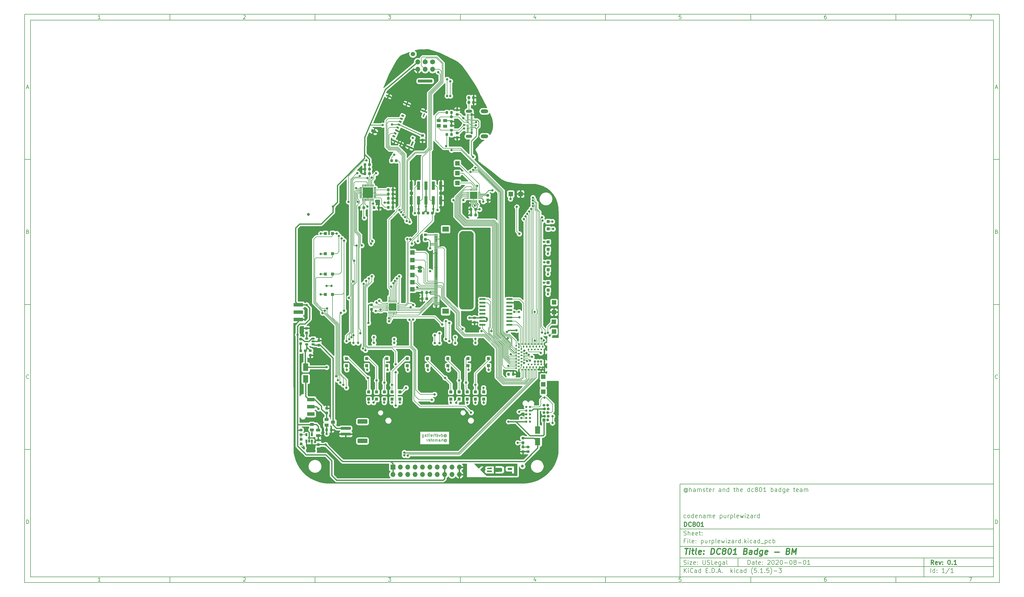
<source format=gbl>
G04 #@! TF.GenerationSoftware,KiCad,Pcbnew,(5.1.5)-3*
G04 #@! TF.CreationDate,2021-01-11T00:29:40-07:00*
G04 #@! TF.ProjectId,purplewizard,70757270-6c65-4776-997a-6172642e6b69,0.1*
G04 #@! TF.SameCoordinates,PX613b810PYa454c00*
G04 #@! TF.FileFunction,Copper,L2,Bot*
G04 #@! TF.FilePolarity,Positive*
%FSLAX46Y46*%
G04 Gerber Fmt 4.6, Leading zero omitted, Abs format (unit mm)*
G04 Created by KiCad (PCBNEW (5.1.5)-3) date 2021-01-11 00:29:40*
%MOMM*%
%LPD*%
G04 APERTURE LIST*
%ADD10C,0.100000*%
%ADD11C,0.150000*%
%ADD12C,0.300000*%
%ADD13C,0.400000*%
%ADD14C,0.010000*%
%ADD15R,1.500000X1.500000*%
%ADD16C,1.700000*%
%ADD17O,1.700000X1.700000*%
%ADD18C,1.524000*%
%ADD19C,1.000000*%
%ADD20C,0.500000*%
%ADD21R,1.300000X0.300000*%
%ADD22R,2.200000X1.800000*%
%ADD23R,1.800000X2.500000*%
%ADD24R,2.500000X1.250000*%
%ADD25R,1.400000X1.000000*%
%ADD26R,1.400000X1.200000*%
%ADD27C,0.784860*%
%ADD28R,1.060000X0.650000*%
%ADD29R,1.000000X1.000000*%
%ADD30O,1.000000X1.000000*%
%ADD31R,3.180000X1.270000*%
%ADD32R,0.650000X1.060000*%
%ADD33R,0.500000X0.500000*%
%ADD34O,2.600000X1.300000*%
%ADD35O,2.200000X1.100000*%
%ADD36R,0.700000X1.000000*%
%ADD37R,0.700000X0.300000*%
%ADD38R,1.700000X1.700000*%
%ADD39R,1.000000X3.000000*%
%ADD40C,0.800000*%
%ADD41C,0.250000*%
%ADD42C,0.381000*%
%ADD43C,0.177800*%
%ADD44C,0.203200*%
%ADD45C,0.254000*%
%ADD46C,0.228600*%
G04 APERTURE END LIST*
D10*
D11*
X133644400Y413600D02*
X133644400Y-31586400D01*
X241644400Y-31586400D01*
X241644400Y413600D01*
X133644400Y413600D01*
D10*
D11*
X-91955600Y162313600D02*
X-91955600Y-33586400D01*
X243644400Y-33586400D01*
X243644400Y162313600D01*
X-91955600Y162313600D01*
D10*
D11*
X-89955600Y160313600D02*
X-89955600Y-31586400D01*
X241644400Y-31586400D01*
X241644400Y160313600D01*
X-89955600Y160313600D01*
D10*
D11*
X-41955600Y160313600D02*
X-41955600Y162313600D01*
D10*
D11*
X8044400Y160313600D02*
X8044400Y162313600D01*
D10*
D11*
X58044400Y160313600D02*
X58044400Y162313600D01*
D10*
D11*
X108044400Y160313600D02*
X108044400Y162313600D01*
D10*
D11*
X158044400Y160313600D02*
X158044400Y162313600D01*
D10*
D11*
X208044400Y160313600D02*
X208044400Y162313600D01*
D10*
D11*
X-65890124Y160725505D02*
X-66632981Y160725505D01*
X-66261553Y160725505D02*
X-66261553Y162025505D01*
X-66385362Y161839791D01*
X-66509172Y161715981D01*
X-66632981Y161654077D01*
D10*
D11*
X-16632981Y161901696D02*
X-16571077Y161963600D01*
X-16447267Y162025505D01*
X-16137743Y162025505D01*
X-16013934Y161963600D01*
X-15952029Y161901696D01*
X-15890124Y161777886D01*
X-15890124Y161654077D01*
X-15952029Y161468362D01*
X-16694886Y160725505D01*
X-15890124Y160725505D01*
D10*
D11*
X33305114Y162025505D02*
X34109876Y162025505D01*
X33676542Y161530267D01*
X33862257Y161530267D01*
X33986066Y161468362D01*
X34047971Y161406458D01*
X34109876Y161282648D01*
X34109876Y160973124D01*
X34047971Y160849315D01*
X33986066Y160787410D01*
X33862257Y160725505D01*
X33490828Y160725505D01*
X33367019Y160787410D01*
X33305114Y160849315D01*
D10*
D11*
X83986066Y161592172D02*
X83986066Y160725505D01*
X83676542Y162087410D02*
X83367019Y161158839D01*
X84171780Y161158839D01*
D10*
D11*
X134047971Y162025505D02*
X133428923Y162025505D01*
X133367019Y161406458D01*
X133428923Y161468362D01*
X133552733Y161530267D01*
X133862257Y161530267D01*
X133986066Y161468362D01*
X134047971Y161406458D01*
X134109876Y161282648D01*
X134109876Y160973124D01*
X134047971Y160849315D01*
X133986066Y160787410D01*
X133862257Y160725505D01*
X133552733Y160725505D01*
X133428923Y160787410D01*
X133367019Y160849315D01*
D10*
D11*
X183986066Y162025505D02*
X183738447Y162025505D01*
X183614638Y161963600D01*
X183552733Y161901696D01*
X183428923Y161715981D01*
X183367019Y161468362D01*
X183367019Y160973124D01*
X183428923Y160849315D01*
X183490828Y160787410D01*
X183614638Y160725505D01*
X183862257Y160725505D01*
X183986066Y160787410D01*
X184047971Y160849315D01*
X184109876Y160973124D01*
X184109876Y161282648D01*
X184047971Y161406458D01*
X183986066Y161468362D01*
X183862257Y161530267D01*
X183614638Y161530267D01*
X183490828Y161468362D01*
X183428923Y161406458D01*
X183367019Y161282648D01*
D10*
D11*
X233305114Y162025505D02*
X234171780Y162025505D01*
X233614638Y160725505D01*
D10*
D11*
X-41955600Y-31586400D02*
X-41955600Y-33586400D01*
D10*
D11*
X8044400Y-31586400D02*
X8044400Y-33586400D01*
D10*
D11*
X58044400Y-31586400D02*
X58044400Y-33586400D01*
D10*
D11*
X108044400Y-31586400D02*
X108044400Y-33586400D01*
D10*
D11*
X158044400Y-31586400D02*
X158044400Y-33586400D01*
D10*
D11*
X208044400Y-31586400D02*
X208044400Y-33586400D01*
D10*
D11*
X-65890124Y-33174495D02*
X-66632981Y-33174495D01*
X-66261553Y-33174495D02*
X-66261553Y-31874495D01*
X-66385362Y-32060209D01*
X-66509172Y-32184019D01*
X-66632981Y-32245923D01*
D10*
D11*
X-16632981Y-31998304D02*
X-16571077Y-31936400D01*
X-16447267Y-31874495D01*
X-16137743Y-31874495D01*
X-16013934Y-31936400D01*
X-15952029Y-31998304D01*
X-15890124Y-32122114D01*
X-15890124Y-32245923D01*
X-15952029Y-32431638D01*
X-16694886Y-33174495D01*
X-15890124Y-33174495D01*
D10*
D11*
X33305114Y-31874495D02*
X34109876Y-31874495D01*
X33676542Y-32369733D01*
X33862257Y-32369733D01*
X33986066Y-32431638D01*
X34047971Y-32493542D01*
X34109876Y-32617352D01*
X34109876Y-32926876D01*
X34047971Y-33050685D01*
X33986066Y-33112590D01*
X33862257Y-33174495D01*
X33490828Y-33174495D01*
X33367019Y-33112590D01*
X33305114Y-33050685D01*
D10*
D11*
X83986066Y-32307828D02*
X83986066Y-33174495D01*
X83676542Y-31812590D02*
X83367019Y-32741161D01*
X84171780Y-32741161D01*
D10*
D11*
X134047971Y-31874495D02*
X133428923Y-31874495D01*
X133367019Y-32493542D01*
X133428923Y-32431638D01*
X133552733Y-32369733D01*
X133862257Y-32369733D01*
X133986066Y-32431638D01*
X134047971Y-32493542D01*
X134109876Y-32617352D01*
X134109876Y-32926876D01*
X134047971Y-33050685D01*
X133986066Y-33112590D01*
X133862257Y-33174495D01*
X133552733Y-33174495D01*
X133428923Y-33112590D01*
X133367019Y-33050685D01*
D10*
D11*
X183986066Y-31874495D02*
X183738447Y-31874495D01*
X183614638Y-31936400D01*
X183552733Y-31998304D01*
X183428923Y-32184019D01*
X183367019Y-32431638D01*
X183367019Y-32926876D01*
X183428923Y-33050685D01*
X183490828Y-33112590D01*
X183614638Y-33174495D01*
X183862257Y-33174495D01*
X183986066Y-33112590D01*
X184047971Y-33050685D01*
X184109876Y-32926876D01*
X184109876Y-32617352D01*
X184047971Y-32493542D01*
X183986066Y-32431638D01*
X183862257Y-32369733D01*
X183614638Y-32369733D01*
X183490828Y-32431638D01*
X183428923Y-32493542D01*
X183367019Y-32617352D01*
D10*
D11*
X233305114Y-31874495D02*
X234171780Y-31874495D01*
X233614638Y-33174495D01*
D10*
D11*
X-91955600Y112313600D02*
X-89955600Y112313600D01*
D10*
D11*
X-91955600Y62313600D02*
X-89955600Y62313600D01*
D10*
D11*
X-91955600Y12313600D02*
X-89955600Y12313600D01*
D10*
D11*
X-91265124Y137096934D02*
X-90646077Y137096934D01*
X-91388934Y136725505D02*
X-90955600Y138025505D01*
X-90522267Y136725505D01*
D10*
D11*
X-90862743Y87406458D02*
X-90677029Y87344553D01*
X-90615124Y87282648D01*
X-90553220Y87158839D01*
X-90553220Y86973124D01*
X-90615124Y86849315D01*
X-90677029Y86787410D01*
X-90800839Y86725505D01*
X-91296077Y86725505D01*
X-91296077Y88025505D01*
X-90862743Y88025505D01*
X-90738934Y87963600D01*
X-90677029Y87901696D01*
X-90615124Y87777886D01*
X-90615124Y87654077D01*
X-90677029Y87530267D01*
X-90738934Y87468362D01*
X-90862743Y87406458D01*
X-91296077Y87406458D01*
D10*
D11*
X-90553220Y36849315D02*
X-90615124Y36787410D01*
X-90800839Y36725505D01*
X-90924648Y36725505D01*
X-91110362Y36787410D01*
X-91234172Y36911220D01*
X-91296077Y37035029D01*
X-91357981Y37282648D01*
X-91357981Y37468362D01*
X-91296077Y37715981D01*
X-91234172Y37839791D01*
X-91110362Y37963600D01*
X-90924648Y38025505D01*
X-90800839Y38025505D01*
X-90615124Y37963600D01*
X-90553220Y37901696D01*
D10*
D11*
X-91296077Y-13274495D02*
X-91296077Y-11974495D01*
X-90986553Y-11974495D01*
X-90800839Y-12036400D01*
X-90677029Y-12160209D01*
X-90615124Y-12284019D01*
X-90553220Y-12531638D01*
X-90553220Y-12717352D01*
X-90615124Y-12964971D01*
X-90677029Y-13088780D01*
X-90800839Y-13212590D01*
X-90986553Y-13274495D01*
X-91296077Y-13274495D01*
D10*
D11*
X243644400Y112313600D02*
X241644400Y112313600D01*
D10*
D11*
X243644400Y62313600D02*
X241644400Y62313600D01*
D10*
D11*
X243644400Y12313600D02*
X241644400Y12313600D01*
D10*
D11*
X242334876Y137096934D02*
X242953923Y137096934D01*
X242211066Y136725505D02*
X242644400Y138025505D01*
X243077733Y136725505D01*
D10*
D11*
X242737257Y87406458D02*
X242922971Y87344553D01*
X242984876Y87282648D01*
X243046780Y87158839D01*
X243046780Y86973124D01*
X242984876Y86849315D01*
X242922971Y86787410D01*
X242799161Y86725505D01*
X242303923Y86725505D01*
X242303923Y88025505D01*
X242737257Y88025505D01*
X242861066Y87963600D01*
X242922971Y87901696D01*
X242984876Y87777886D01*
X242984876Y87654077D01*
X242922971Y87530267D01*
X242861066Y87468362D01*
X242737257Y87406458D01*
X242303923Y87406458D01*
D10*
D11*
X243046780Y36849315D02*
X242984876Y36787410D01*
X242799161Y36725505D01*
X242675352Y36725505D01*
X242489638Y36787410D01*
X242365828Y36911220D01*
X242303923Y37035029D01*
X242242019Y37282648D01*
X242242019Y37468362D01*
X242303923Y37715981D01*
X242365828Y37839791D01*
X242489638Y37963600D01*
X242675352Y38025505D01*
X242799161Y38025505D01*
X242984876Y37963600D01*
X243046780Y37901696D01*
D10*
D11*
X242303923Y-13274495D02*
X242303923Y-11974495D01*
X242613447Y-11974495D01*
X242799161Y-12036400D01*
X242922971Y-12160209D01*
X242984876Y-12284019D01*
X243046780Y-12531638D01*
X243046780Y-12717352D01*
X242984876Y-12964971D01*
X242922971Y-13088780D01*
X242799161Y-13212590D01*
X242613447Y-13274495D01*
X242303923Y-13274495D01*
D10*
D11*
X157076542Y-27364971D02*
X157076542Y-25864971D01*
X157433685Y-25864971D01*
X157647971Y-25936400D01*
X157790828Y-26079257D01*
X157862257Y-26222114D01*
X157933685Y-26507828D01*
X157933685Y-26722114D01*
X157862257Y-27007828D01*
X157790828Y-27150685D01*
X157647971Y-27293542D01*
X157433685Y-27364971D01*
X157076542Y-27364971D01*
X159219400Y-27364971D02*
X159219400Y-26579257D01*
X159147971Y-26436400D01*
X159005114Y-26364971D01*
X158719400Y-26364971D01*
X158576542Y-26436400D01*
X159219400Y-27293542D02*
X159076542Y-27364971D01*
X158719400Y-27364971D01*
X158576542Y-27293542D01*
X158505114Y-27150685D01*
X158505114Y-27007828D01*
X158576542Y-26864971D01*
X158719400Y-26793542D01*
X159076542Y-26793542D01*
X159219400Y-26722114D01*
X159719400Y-26364971D02*
X160290828Y-26364971D01*
X159933685Y-25864971D02*
X159933685Y-27150685D01*
X160005114Y-27293542D01*
X160147971Y-27364971D01*
X160290828Y-27364971D01*
X161362257Y-27293542D02*
X161219400Y-27364971D01*
X160933685Y-27364971D01*
X160790828Y-27293542D01*
X160719400Y-27150685D01*
X160719400Y-26579257D01*
X160790828Y-26436400D01*
X160933685Y-26364971D01*
X161219400Y-26364971D01*
X161362257Y-26436400D01*
X161433685Y-26579257D01*
X161433685Y-26722114D01*
X160719400Y-26864971D01*
X162076542Y-27222114D02*
X162147971Y-27293542D01*
X162076542Y-27364971D01*
X162005114Y-27293542D01*
X162076542Y-27222114D01*
X162076542Y-27364971D01*
X162076542Y-26436400D02*
X162147971Y-26507828D01*
X162076542Y-26579257D01*
X162005114Y-26507828D01*
X162076542Y-26436400D01*
X162076542Y-26579257D01*
X163862257Y-26007828D02*
X163933685Y-25936400D01*
X164076542Y-25864971D01*
X164433685Y-25864971D01*
X164576542Y-25936400D01*
X164647971Y-26007828D01*
X164719400Y-26150685D01*
X164719400Y-26293542D01*
X164647971Y-26507828D01*
X163790828Y-27364971D01*
X164719400Y-27364971D01*
X165647971Y-25864971D02*
X165790828Y-25864971D01*
X165933685Y-25936400D01*
X166005114Y-26007828D01*
X166076542Y-26150685D01*
X166147971Y-26436400D01*
X166147971Y-26793542D01*
X166076542Y-27079257D01*
X166005114Y-27222114D01*
X165933685Y-27293542D01*
X165790828Y-27364971D01*
X165647971Y-27364971D01*
X165505114Y-27293542D01*
X165433685Y-27222114D01*
X165362257Y-27079257D01*
X165290828Y-26793542D01*
X165290828Y-26436400D01*
X165362257Y-26150685D01*
X165433685Y-26007828D01*
X165505114Y-25936400D01*
X165647971Y-25864971D01*
X166719400Y-26007828D02*
X166790828Y-25936400D01*
X166933685Y-25864971D01*
X167290828Y-25864971D01*
X167433685Y-25936400D01*
X167505114Y-26007828D01*
X167576542Y-26150685D01*
X167576542Y-26293542D01*
X167505114Y-26507828D01*
X166647971Y-27364971D01*
X167576542Y-27364971D01*
X168505114Y-25864971D02*
X168647971Y-25864971D01*
X168790828Y-25936400D01*
X168862257Y-26007828D01*
X168933685Y-26150685D01*
X169005114Y-26436400D01*
X169005114Y-26793542D01*
X168933685Y-27079257D01*
X168862257Y-27222114D01*
X168790828Y-27293542D01*
X168647971Y-27364971D01*
X168505114Y-27364971D01*
X168362257Y-27293542D01*
X168290828Y-27222114D01*
X168219400Y-27079257D01*
X168147971Y-26793542D01*
X168147971Y-26436400D01*
X168219400Y-26150685D01*
X168290828Y-26007828D01*
X168362257Y-25936400D01*
X168505114Y-25864971D01*
X169647971Y-26793542D02*
X170790828Y-26793542D01*
X171790828Y-25864971D02*
X171933685Y-25864971D01*
X172076542Y-25936400D01*
X172147971Y-26007828D01*
X172219400Y-26150685D01*
X172290828Y-26436400D01*
X172290828Y-26793542D01*
X172219400Y-27079257D01*
X172147971Y-27222114D01*
X172076542Y-27293542D01*
X171933685Y-27364971D01*
X171790828Y-27364971D01*
X171647971Y-27293542D01*
X171576542Y-27222114D01*
X171505114Y-27079257D01*
X171433685Y-26793542D01*
X171433685Y-26436400D01*
X171505114Y-26150685D01*
X171576542Y-26007828D01*
X171647971Y-25936400D01*
X171790828Y-25864971D01*
X173147971Y-26507828D02*
X173005114Y-26436400D01*
X172933685Y-26364971D01*
X172862257Y-26222114D01*
X172862257Y-26150685D01*
X172933685Y-26007828D01*
X173005114Y-25936400D01*
X173147971Y-25864971D01*
X173433685Y-25864971D01*
X173576542Y-25936400D01*
X173647971Y-26007828D01*
X173719400Y-26150685D01*
X173719400Y-26222114D01*
X173647971Y-26364971D01*
X173576542Y-26436400D01*
X173433685Y-26507828D01*
X173147971Y-26507828D01*
X173005114Y-26579257D01*
X172933685Y-26650685D01*
X172862257Y-26793542D01*
X172862257Y-27079257D01*
X172933685Y-27222114D01*
X173005114Y-27293542D01*
X173147971Y-27364971D01*
X173433685Y-27364971D01*
X173576542Y-27293542D01*
X173647971Y-27222114D01*
X173719400Y-27079257D01*
X173719400Y-26793542D01*
X173647971Y-26650685D01*
X173576542Y-26579257D01*
X173433685Y-26507828D01*
X174362257Y-26793542D02*
X175505114Y-26793542D01*
X176505114Y-25864971D02*
X176647971Y-25864971D01*
X176790828Y-25936400D01*
X176862257Y-26007828D01*
X176933685Y-26150685D01*
X177005114Y-26436400D01*
X177005114Y-26793542D01*
X176933685Y-27079257D01*
X176862257Y-27222114D01*
X176790828Y-27293542D01*
X176647971Y-27364971D01*
X176505114Y-27364971D01*
X176362257Y-27293542D01*
X176290828Y-27222114D01*
X176219400Y-27079257D01*
X176147971Y-26793542D01*
X176147971Y-26436400D01*
X176219400Y-26150685D01*
X176290828Y-26007828D01*
X176362257Y-25936400D01*
X176505114Y-25864971D01*
X178433685Y-27364971D02*
X177576542Y-27364971D01*
X178005114Y-27364971D02*
X178005114Y-25864971D01*
X177862257Y-26079257D01*
X177719400Y-26222114D01*
X177576542Y-26293542D01*
D10*
D11*
X133644400Y-28086400D02*
X241644400Y-28086400D01*
D10*
D11*
X135076542Y-30164971D02*
X135076542Y-28664971D01*
X135933685Y-30164971D02*
X135290828Y-29307828D01*
X135933685Y-28664971D02*
X135076542Y-29522114D01*
X136576542Y-30164971D02*
X136576542Y-29164971D01*
X136576542Y-28664971D02*
X136505114Y-28736400D01*
X136576542Y-28807828D01*
X136647971Y-28736400D01*
X136576542Y-28664971D01*
X136576542Y-28807828D01*
X138147971Y-30022114D02*
X138076542Y-30093542D01*
X137862257Y-30164971D01*
X137719400Y-30164971D01*
X137505114Y-30093542D01*
X137362257Y-29950685D01*
X137290828Y-29807828D01*
X137219400Y-29522114D01*
X137219400Y-29307828D01*
X137290828Y-29022114D01*
X137362257Y-28879257D01*
X137505114Y-28736400D01*
X137719400Y-28664971D01*
X137862257Y-28664971D01*
X138076542Y-28736400D01*
X138147971Y-28807828D01*
X139433685Y-30164971D02*
X139433685Y-29379257D01*
X139362257Y-29236400D01*
X139219400Y-29164971D01*
X138933685Y-29164971D01*
X138790828Y-29236400D01*
X139433685Y-30093542D02*
X139290828Y-30164971D01*
X138933685Y-30164971D01*
X138790828Y-30093542D01*
X138719400Y-29950685D01*
X138719400Y-29807828D01*
X138790828Y-29664971D01*
X138933685Y-29593542D01*
X139290828Y-29593542D01*
X139433685Y-29522114D01*
X140790828Y-30164971D02*
X140790828Y-28664971D01*
X140790828Y-30093542D02*
X140647971Y-30164971D01*
X140362257Y-30164971D01*
X140219400Y-30093542D01*
X140147971Y-30022114D01*
X140076542Y-29879257D01*
X140076542Y-29450685D01*
X140147971Y-29307828D01*
X140219400Y-29236400D01*
X140362257Y-29164971D01*
X140647971Y-29164971D01*
X140790828Y-29236400D01*
X142647971Y-29379257D02*
X143147971Y-29379257D01*
X143362257Y-30164971D02*
X142647971Y-30164971D01*
X142647971Y-28664971D01*
X143362257Y-28664971D01*
X144005114Y-30022114D02*
X144076542Y-30093542D01*
X144005114Y-30164971D01*
X143933685Y-30093542D01*
X144005114Y-30022114D01*
X144005114Y-30164971D01*
X144719400Y-30164971D02*
X144719400Y-28664971D01*
X145076542Y-28664971D01*
X145290828Y-28736400D01*
X145433685Y-28879257D01*
X145505114Y-29022114D01*
X145576542Y-29307828D01*
X145576542Y-29522114D01*
X145505114Y-29807828D01*
X145433685Y-29950685D01*
X145290828Y-30093542D01*
X145076542Y-30164971D01*
X144719400Y-30164971D01*
X146219400Y-30022114D02*
X146290828Y-30093542D01*
X146219400Y-30164971D01*
X146147971Y-30093542D01*
X146219400Y-30022114D01*
X146219400Y-30164971D01*
X146862257Y-29736400D02*
X147576542Y-29736400D01*
X146719400Y-30164971D02*
X147219400Y-28664971D01*
X147719400Y-30164971D01*
X148219400Y-30022114D02*
X148290828Y-30093542D01*
X148219400Y-30164971D01*
X148147971Y-30093542D01*
X148219400Y-30022114D01*
X148219400Y-30164971D01*
X151219400Y-30164971D02*
X151219400Y-28664971D01*
X151362257Y-29593542D02*
X151790828Y-30164971D01*
X151790828Y-29164971D02*
X151219400Y-29736400D01*
X152433685Y-30164971D02*
X152433685Y-29164971D01*
X152433685Y-28664971D02*
X152362257Y-28736400D01*
X152433685Y-28807828D01*
X152505114Y-28736400D01*
X152433685Y-28664971D01*
X152433685Y-28807828D01*
X153790828Y-30093542D02*
X153647971Y-30164971D01*
X153362257Y-30164971D01*
X153219400Y-30093542D01*
X153147971Y-30022114D01*
X153076542Y-29879257D01*
X153076542Y-29450685D01*
X153147971Y-29307828D01*
X153219400Y-29236400D01*
X153362257Y-29164971D01*
X153647971Y-29164971D01*
X153790828Y-29236400D01*
X155076542Y-30164971D02*
X155076542Y-29379257D01*
X155005114Y-29236400D01*
X154862257Y-29164971D01*
X154576542Y-29164971D01*
X154433685Y-29236400D01*
X155076542Y-30093542D02*
X154933685Y-30164971D01*
X154576542Y-30164971D01*
X154433685Y-30093542D01*
X154362257Y-29950685D01*
X154362257Y-29807828D01*
X154433685Y-29664971D01*
X154576542Y-29593542D01*
X154933685Y-29593542D01*
X155076542Y-29522114D01*
X156433685Y-30164971D02*
X156433685Y-28664971D01*
X156433685Y-30093542D02*
X156290828Y-30164971D01*
X156005114Y-30164971D01*
X155862257Y-30093542D01*
X155790828Y-30022114D01*
X155719400Y-29879257D01*
X155719400Y-29450685D01*
X155790828Y-29307828D01*
X155862257Y-29236400D01*
X156005114Y-29164971D01*
X156290828Y-29164971D01*
X156433685Y-29236400D01*
X158719400Y-30736400D02*
X158647971Y-30664971D01*
X158505114Y-30450685D01*
X158433685Y-30307828D01*
X158362257Y-30093542D01*
X158290828Y-29736400D01*
X158290828Y-29450685D01*
X158362257Y-29093542D01*
X158433685Y-28879257D01*
X158505114Y-28736400D01*
X158647971Y-28522114D01*
X158719400Y-28450685D01*
X160005114Y-28664971D02*
X159290828Y-28664971D01*
X159219400Y-29379257D01*
X159290828Y-29307828D01*
X159433685Y-29236400D01*
X159790828Y-29236400D01*
X159933685Y-29307828D01*
X160005114Y-29379257D01*
X160076542Y-29522114D01*
X160076542Y-29879257D01*
X160005114Y-30022114D01*
X159933685Y-30093542D01*
X159790828Y-30164971D01*
X159433685Y-30164971D01*
X159290828Y-30093542D01*
X159219400Y-30022114D01*
X160719400Y-30022114D02*
X160790828Y-30093542D01*
X160719400Y-30164971D01*
X160647971Y-30093542D01*
X160719400Y-30022114D01*
X160719400Y-30164971D01*
X162219400Y-30164971D02*
X161362257Y-30164971D01*
X161790828Y-30164971D02*
X161790828Y-28664971D01*
X161647971Y-28879257D01*
X161505114Y-29022114D01*
X161362257Y-29093542D01*
X162862257Y-30022114D02*
X162933685Y-30093542D01*
X162862257Y-30164971D01*
X162790828Y-30093542D01*
X162862257Y-30022114D01*
X162862257Y-30164971D01*
X164290828Y-28664971D02*
X163576542Y-28664971D01*
X163505114Y-29379257D01*
X163576542Y-29307828D01*
X163719400Y-29236400D01*
X164076542Y-29236400D01*
X164219400Y-29307828D01*
X164290828Y-29379257D01*
X164362257Y-29522114D01*
X164362257Y-29879257D01*
X164290828Y-30022114D01*
X164219400Y-30093542D01*
X164076542Y-30164971D01*
X163719400Y-30164971D01*
X163576542Y-30093542D01*
X163505114Y-30022114D01*
X164862257Y-30736400D02*
X164933685Y-30664971D01*
X165076542Y-30450685D01*
X165147971Y-30307828D01*
X165219400Y-30093542D01*
X165290828Y-29736400D01*
X165290828Y-29450685D01*
X165219400Y-29093542D01*
X165147971Y-28879257D01*
X165076542Y-28736400D01*
X164933685Y-28522114D01*
X164862257Y-28450685D01*
X166005114Y-29593542D02*
X167147971Y-29593542D01*
X167719400Y-28664971D02*
X168647971Y-28664971D01*
X168147971Y-29236400D01*
X168362257Y-29236400D01*
X168505114Y-29307828D01*
X168576542Y-29379257D01*
X168647971Y-29522114D01*
X168647971Y-29879257D01*
X168576542Y-30022114D01*
X168505114Y-30093542D01*
X168362257Y-30164971D01*
X167933685Y-30164971D01*
X167790828Y-30093542D01*
X167719400Y-30022114D01*
D10*
D11*
X133644400Y-25086400D02*
X241644400Y-25086400D01*
D10*
D12*
X221053685Y-27364971D02*
X220553685Y-26650685D01*
X220196542Y-27364971D02*
X220196542Y-25864971D01*
X220767971Y-25864971D01*
X220910828Y-25936400D01*
X220982257Y-26007828D01*
X221053685Y-26150685D01*
X221053685Y-26364971D01*
X220982257Y-26507828D01*
X220910828Y-26579257D01*
X220767971Y-26650685D01*
X220196542Y-26650685D01*
X222267971Y-27293542D02*
X222125114Y-27364971D01*
X221839400Y-27364971D01*
X221696542Y-27293542D01*
X221625114Y-27150685D01*
X221625114Y-26579257D01*
X221696542Y-26436400D01*
X221839400Y-26364971D01*
X222125114Y-26364971D01*
X222267971Y-26436400D01*
X222339400Y-26579257D01*
X222339400Y-26722114D01*
X221625114Y-26864971D01*
X222839400Y-26364971D02*
X223196542Y-27364971D01*
X223553685Y-26364971D01*
X224125114Y-27222114D02*
X224196542Y-27293542D01*
X224125114Y-27364971D01*
X224053685Y-27293542D01*
X224125114Y-27222114D01*
X224125114Y-27364971D01*
X224125114Y-26436400D02*
X224196542Y-26507828D01*
X224125114Y-26579257D01*
X224053685Y-26507828D01*
X224125114Y-26436400D01*
X224125114Y-26579257D01*
X226267971Y-25864971D02*
X226410828Y-25864971D01*
X226553685Y-25936400D01*
X226625114Y-26007828D01*
X226696542Y-26150685D01*
X226767971Y-26436400D01*
X226767971Y-26793542D01*
X226696542Y-27079257D01*
X226625114Y-27222114D01*
X226553685Y-27293542D01*
X226410828Y-27364971D01*
X226267971Y-27364971D01*
X226125114Y-27293542D01*
X226053685Y-27222114D01*
X225982257Y-27079257D01*
X225910828Y-26793542D01*
X225910828Y-26436400D01*
X225982257Y-26150685D01*
X226053685Y-26007828D01*
X226125114Y-25936400D01*
X226267971Y-25864971D01*
X227410828Y-27222114D02*
X227482257Y-27293542D01*
X227410828Y-27364971D01*
X227339400Y-27293542D01*
X227410828Y-27222114D01*
X227410828Y-27364971D01*
X228910828Y-27364971D02*
X228053685Y-27364971D01*
X228482257Y-27364971D02*
X228482257Y-25864971D01*
X228339400Y-26079257D01*
X228196542Y-26222114D01*
X228053685Y-26293542D01*
D10*
D11*
X135005114Y-27293542D02*
X135219400Y-27364971D01*
X135576542Y-27364971D01*
X135719400Y-27293542D01*
X135790828Y-27222114D01*
X135862257Y-27079257D01*
X135862257Y-26936400D01*
X135790828Y-26793542D01*
X135719400Y-26722114D01*
X135576542Y-26650685D01*
X135290828Y-26579257D01*
X135147971Y-26507828D01*
X135076542Y-26436400D01*
X135005114Y-26293542D01*
X135005114Y-26150685D01*
X135076542Y-26007828D01*
X135147971Y-25936400D01*
X135290828Y-25864971D01*
X135647971Y-25864971D01*
X135862257Y-25936400D01*
X136505114Y-27364971D02*
X136505114Y-26364971D01*
X136505114Y-25864971D02*
X136433685Y-25936400D01*
X136505114Y-26007828D01*
X136576542Y-25936400D01*
X136505114Y-25864971D01*
X136505114Y-26007828D01*
X137076542Y-26364971D02*
X137862257Y-26364971D01*
X137076542Y-27364971D01*
X137862257Y-27364971D01*
X139005114Y-27293542D02*
X138862257Y-27364971D01*
X138576542Y-27364971D01*
X138433685Y-27293542D01*
X138362257Y-27150685D01*
X138362257Y-26579257D01*
X138433685Y-26436400D01*
X138576542Y-26364971D01*
X138862257Y-26364971D01*
X139005114Y-26436400D01*
X139076542Y-26579257D01*
X139076542Y-26722114D01*
X138362257Y-26864971D01*
X139719400Y-27222114D02*
X139790828Y-27293542D01*
X139719400Y-27364971D01*
X139647971Y-27293542D01*
X139719400Y-27222114D01*
X139719400Y-27364971D01*
X139719400Y-26436400D02*
X139790828Y-26507828D01*
X139719400Y-26579257D01*
X139647971Y-26507828D01*
X139719400Y-26436400D01*
X139719400Y-26579257D01*
X141576542Y-25864971D02*
X141576542Y-27079257D01*
X141647971Y-27222114D01*
X141719400Y-27293542D01*
X141862257Y-27364971D01*
X142147971Y-27364971D01*
X142290828Y-27293542D01*
X142362257Y-27222114D01*
X142433685Y-27079257D01*
X142433685Y-25864971D01*
X143076542Y-27293542D02*
X143290828Y-27364971D01*
X143647971Y-27364971D01*
X143790828Y-27293542D01*
X143862257Y-27222114D01*
X143933685Y-27079257D01*
X143933685Y-26936400D01*
X143862257Y-26793542D01*
X143790828Y-26722114D01*
X143647971Y-26650685D01*
X143362257Y-26579257D01*
X143219400Y-26507828D01*
X143147971Y-26436400D01*
X143076542Y-26293542D01*
X143076542Y-26150685D01*
X143147971Y-26007828D01*
X143219400Y-25936400D01*
X143362257Y-25864971D01*
X143719400Y-25864971D01*
X143933685Y-25936400D01*
X145290828Y-27364971D02*
X144576542Y-27364971D01*
X144576542Y-25864971D01*
X146362257Y-27293542D02*
X146219400Y-27364971D01*
X145933685Y-27364971D01*
X145790828Y-27293542D01*
X145719400Y-27150685D01*
X145719400Y-26579257D01*
X145790828Y-26436400D01*
X145933685Y-26364971D01*
X146219400Y-26364971D01*
X146362257Y-26436400D01*
X146433685Y-26579257D01*
X146433685Y-26722114D01*
X145719400Y-26864971D01*
X147719400Y-26364971D02*
X147719400Y-27579257D01*
X147647971Y-27722114D01*
X147576542Y-27793542D01*
X147433685Y-27864971D01*
X147219400Y-27864971D01*
X147076542Y-27793542D01*
X147719400Y-27293542D02*
X147576542Y-27364971D01*
X147290828Y-27364971D01*
X147147971Y-27293542D01*
X147076542Y-27222114D01*
X147005114Y-27079257D01*
X147005114Y-26650685D01*
X147076542Y-26507828D01*
X147147971Y-26436400D01*
X147290828Y-26364971D01*
X147576542Y-26364971D01*
X147719400Y-26436400D01*
X149076542Y-27364971D02*
X149076542Y-26579257D01*
X149005114Y-26436400D01*
X148862257Y-26364971D01*
X148576542Y-26364971D01*
X148433685Y-26436400D01*
X149076542Y-27293542D02*
X148933685Y-27364971D01*
X148576542Y-27364971D01*
X148433685Y-27293542D01*
X148362257Y-27150685D01*
X148362257Y-27007828D01*
X148433685Y-26864971D01*
X148576542Y-26793542D01*
X148933685Y-26793542D01*
X149076542Y-26722114D01*
X150005114Y-27364971D02*
X149862257Y-27293542D01*
X149790828Y-27150685D01*
X149790828Y-25864971D01*
D10*
D11*
X220076542Y-30164971D02*
X220076542Y-28664971D01*
X221433685Y-30164971D02*
X221433685Y-28664971D01*
X221433685Y-30093542D02*
X221290828Y-30164971D01*
X221005114Y-30164971D01*
X220862257Y-30093542D01*
X220790828Y-30022114D01*
X220719400Y-29879257D01*
X220719400Y-29450685D01*
X220790828Y-29307828D01*
X220862257Y-29236400D01*
X221005114Y-29164971D01*
X221290828Y-29164971D01*
X221433685Y-29236400D01*
X222147971Y-30022114D02*
X222219400Y-30093542D01*
X222147971Y-30164971D01*
X222076542Y-30093542D01*
X222147971Y-30022114D01*
X222147971Y-30164971D01*
X222147971Y-29236400D02*
X222219400Y-29307828D01*
X222147971Y-29379257D01*
X222076542Y-29307828D01*
X222147971Y-29236400D01*
X222147971Y-29379257D01*
X224790828Y-30164971D02*
X223933685Y-30164971D01*
X224362257Y-30164971D02*
X224362257Y-28664971D01*
X224219400Y-28879257D01*
X224076542Y-29022114D01*
X223933685Y-29093542D01*
X226505114Y-28593542D02*
X225219400Y-30522114D01*
X227790828Y-30164971D02*
X226933685Y-30164971D01*
X227362257Y-30164971D02*
X227362257Y-28664971D01*
X227219400Y-28879257D01*
X227076542Y-29022114D01*
X226933685Y-29093542D01*
D10*
D11*
X133644400Y-21086400D02*
X241644400Y-21086400D01*
D10*
D13*
X135356780Y-21791161D02*
X136499638Y-21791161D01*
X135678209Y-23791161D02*
X135928209Y-21791161D01*
X136916304Y-23791161D02*
X137082971Y-22457828D01*
X137166304Y-21791161D02*
X137059161Y-21886400D01*
X137142495Y-21981638D01*
X137249638Y-21886400D01*
X137166304Y-21791161D01*
X137142495Y-21981638D01*
X137749638Y-22457828D02*
X138511542Y-22457828D01*
X138118685Y-21791161D02*
X137904400Y-23505447D01*
X137975828Y-23695923D01*
X138154400Y-23791161D01*
X138344876Y-23791161D01*
X139297257Y-23791161D02*
X139118685Y-23695923D01*
X139047257Y-23505447D01*
X139261542Y-21791161D01*
X140832971Y-23695923D02*
X140630590Y-23791161D01*
X140249638Y-23791161D01*
X140071066Y-23695923D01*
X139999638Y-23505447D01*
X140094876Y-22743542D01*
X140213923Y-22553066D01*
X140416304Y-22457828D01*
X140797257Y-22457828D01*
X140975828Y-22553066D01*
X141047257Y-22743542D01*
X141023447Y-22934019D01*
X140047257Y-23124495D01*
X141797257Y-23600685D02*
X141880590Y-23695923D01*
X141773447Y-23791161D01*
X141690114Y-23695923D01*
X141797257Y-23600685D01*
X141773447Y-23791161D01*
X141928209Y-22553066D02*
X142011542Y-22648304D01*
X141904400Y-22743542D01*
X141821066Y-22648304D01*
X141928209Y-22553066D01*
X141904400Y-22743542D01*
X144249638Y-23791161D02*
X144499638Y-21791161D01*
X144975828Y-21791161D01*
X145249638Y-21886400D01*
X145416304Y-22076876D01*
X145487733Y-22267352D01*
X145535352Y-22648304D01*
X145499638Y-22934019D01*
X145356780Y-23314971D01*
X145237733Y-23505447D01*
X145023447Y-23695923D01*
X144725828Y-23791161D01*
X144249638Y-23791161D01*
X147416304Y-23600685D02*
X147309161Y-23695923D01*
X147011542Y-23791161D01*
X146821066Y-23791161D01*
X146547257Y-23695923D01*
X146380590Y-23505447D01*
X146309161Y-23314971D01*
X146261542Y-22934019D01*
X146297257Y-22648304D01*
X146440114Y-22267352D01*
X146559161Y-22076876D01*
X146773447Y-21886400D01*
X147071066Y-21791161D01*
X147261542Y-21791161D01*
X147535352Y-21886400D01*
X147618685Y-21981638D01*
X148678209Y-22648304D02*
X148499638Y-22553066D01*
X148416304Y-22457828D01*
X148344876Y-22267352D01*
X148356780Y-22172114D01*
X148475828Y-21981638D01*
X148582971Y-21886400D01*
X148785352Y-21791161D01*
X149166304Y-21791161D01*
X149344876Y-21886400D01*
X149428209Y-21981638D01*
X149499638Y-22172114D01*
X149487733Y-22267352D01*
X149368685Y-22457828D01*
X149261542Y-22553066D01*
X149059161Y-22648304D01*
X148678209Y-22648304D01*
X148475828Y-22743542D01*
X148368685Y-22838780D01*
X148249638Y-23029257D01*
X148202019Y-23410209D01*
X148273447Y-23600685D01*
X148356780Y-23695923D01*
X148535352Y-23791161D01*
X148916304Y-23791161D01*
X149118685Y-23695923D01*
X149225828Y-23600685D01*
X149344876Y-23410209D01*
X149392495Y-23029257D01*
X149321066Y-22838780D01*
X149237733Y-22743542D01*
X149059161Y-22648304D01*
X150785352Y-21791161D02*
X150975828Y-21791161D01*
X151154400Y-21886400D01*
X151237733Y-21981638D01*
X151309161Y-22172114D01*
X151356780Y-22553066D01*
X151297257Y-23029257D01*
X151154400Y-23410209D01*
X151035352Y-23600685D01*
X150928209Y-23695923D01*
X150725828Y-23791161D01*
X150535352Y-23791161D01*
X150356780Y-23695923D01*
X150273447Y-23600685D01*
X150202019Y-23410209D01*
X150154400Y-23029257D01*
X150213923Y-22553066D01*
X150356780Y-22172114D01*
X150475828Y-21981638D01*
X150582971Y-21886400D01*
X150785352Y-21791161D01*
X153106780Y-23791161D02*
X151963923Y-23791161D01*
X152535352Y-23791161D02*
X152785352Y-21791161D01*
X152559161Y-22076876D01*
X152344876Y-22267352D01*
X152142495Y-22362590D01*
X156285352Y-22743542D02*
X156559161Y-22838780D01*
X156642495Y-22934019D01*
X156713923Y-23124495D01*
X156678209Y-23410209D01*
X156559161Y-23600685D01*
X156452019Y-23695923D01*
X156249638Y-23791161D01*
X155487733Y-23791161D01*
X155737733Y-21791161D01*
X156404400Y-21791161D01*
X156582971Y-21886400D01*
X156666304Y-21981638D01*
X156737733Y-22172114D01*
X156713923Y-22362590D01*
X156594876Y-22553066D01*
X156487733Y-22648304D01*
X156285352Y-22743542D01*
X155618685Y-22743542D01*
X158344876Y-23791161D02*
X158475828Y-22743542D01*
X158404400Y-22553066D01*
X158225828Y-22457828D01*
X157844876Y-22457828D01*
X157642495Y-22553066D01*
X158356780Y-23695923D02*
X158154400Y-23791161D01*
X157678209Y-23791161D01*
X157499638Y-23695923D01*
X157428209Y-23505447D01*
X157452019Y-23314971D01*
X157571066Y-23124495D01*
X157773447Y-23029257D01*
X158249638Y-23029257D01*
X158452019Y-22934019D01*
X160154400Y-23791161D02*
X160404400Y-21791161D01*
X160166304Y-23695923D02*
X159963923Y-23791161D01*
X159582971Y-23791161D01*
X159404400Y-23695923D01*
X159321066Y-23600685D01*
X159249638Y-23410209D01*
X159321066Y-22838780D01*
X159440114Y-22648304D01*
X159547257Y-22553066D01*
X159749638Y-22457828D01*
X160130590Y-22457828D01*
X160309161Y-22553066D01*
X162130590Y-22457828D02*
X161928209Y-24076876D01*
X161809161Y-24267352D01*
X161702019Y-24362590D01*
X161499638Y-24457828D01*
X161213923Y-24457828D01*
X161035352Y-24362590D01*
X161975828Y-23695923D02*
X161773447Y-23791161D01*
X161392495Y-23791161D01*
X161213923Y-23695923D01*
X161130590Y-23600685D01*
X161059161Y-23410209D01*
X161130590Y-22838780D01*
X161249638Y-22648304D01*
X161356780Y-22553066D01*
X161559161Y-22457828D01*
X161940114Y-22457828D01*
X162118685Y-22553066D01*
X163690114Y-23695923D02*
X163487733Y-23791161D01*
X163106780Y-23791161D01*
X162928209Y-23695923D01*
X162856780Y-23505447D01*
X162952019Y-22743542D01*
X163071066Y-22553066D01*
X163273447Y-22457828D01*
X163654400Y-22457828D01*
X163832971Y-22553066D01*
X163904400Y-22743542D01*
X163880590Y-22934019D01*
X162904400Y-23124495D01*
X166249638Y-23029257D02*
X167773447Y-23029257D01*
X170952019Y-22743542D02*
X171225828Y-22838780D01*
X171309161Y-22934019D01*
X171380590Y-23124495D01*
X171344876Y-23410209D01*
X171225828Y-23600685D01*
X171118685Y-23695923D01*
X170916304Y-23791161D01*
X170154400Y-23791161D01*
X170404400Y-21791161D01*
X171071066Y-21791161D01*
X171249638Y-21886400D01*
X171332971Y-21981638D01*
X171404400Y-22172114D01*
X171380590Y-22362590D01*
X171261542Y-22553066D01*
X171154400Y-22648304D01*
X170952019Y-22743542D01*
X170285352Y-22743542D01*
X172154400Y-23791161D02*
X172404400Y-21791161D01*
X172892495Y-23219733D01*
X173737733Y-21791161D01*
X173487733Y-23791161D01*
D10*
D11*
X135576542Y-19179257D02*
X135076542Y-19179257D01*
X135076542Y-19964971D02*
X135076542Y-18464971D01*
X135790828Y-18464971D01*
X136362257Y-19964971D02*
X136362257Y-18964971D01*
X136362257Y-18464971D02*
X136290828Y-18536400D01*
X136362257Y-18607828D01*
X136433685Y-18536400D01*
X136362257Y-18464971D01*
X136362257Y-18607828D01*
X137290828Y-19964971D02*
X137147971Y-19893542D01*
X137076542Y-19750685D01*
X137076542Y-18464971D01*
X138433685Y-19893542D02*
X138290828Y-19964971D01*
X138005114Y-19964971D01*
X137862257Y-19893542D01*
X137790828Y-19750685D01*
X137790828Y-19179257D01*
X137862257Y-19036400D01*
X138005114Y-18964971D01*
X138290828Y-18964971D01*
X138433685Y-19036400D01*
X138505114Y-19179257D01*
X138505114Y-19322114D01*
X137790828Y-19464971D01*
X139147971Y-19822114D02*
X139219400Y-19893542D01*
X139147971Y-19964971D01*
X139076542Y-19893542D01*
X139147971Y-19822114D01*
X139147971Y-19964971D01*
X139147971Y-19036400D02*
X139219400Y-19107828D01*
X139147971Y-19179257D01*
X139076542Y-19107828D01*
X139147971Y-19036400D01*
X139147971Y-19179257D01*
X141005114Y-18964971D02*
X141005114Y-20464971D01*
X141005114Y-19036400D02*
X141147971Y-18964971D01*
X141433685Y-18964971D01*
X141576542Y-19036400D01*
X141647971Y-19107828D01*
X141719400Y-19250685D01*
X141719400Y-19679257D01*
X141647971Y-19822114D01*
X141576542Y-19893542D01*
X141433685Y-19964971D01*
X141147971Y-19964971D01*
X141005114Y-19893542D01*
X143005114Y-18964971D02*
X143005114Y-19964971D01*
X142362257Y-18964971D02*
X142362257Y-19750685D01*
X142433685Y-19893542D01*
X142576542Y-19964971D01*
X142790828Y-19964971D01*
X142933685Y-19893542D01*
X143005114Y-19822114D01*
X143719400Y-19964971D02*
X143719400Y-18964971D01*
X143719400Y-19250685D02*
X143790828Y-19107828D01*
X143862257Y-19036400D01*
X144005114Y-18964971D01*
X144147971Y-18964971D01*
X144647971Y-18964971D02*
X144647971Y-20464971D01*
X144647971Y-19036400D02*
X144790828Y-18964971D01*
X145076542Y-18964971D01*
X145219400Y-19036400D01*
X145290828Y-19107828D01*
X145362257Y-19250685D01*
X145362257Y-19679257D01*
X145290828Y-19822114D01*
X145219400Y-19893542D01*
X145076542Y-19964971D01*
X144790828Y-19964971D01*
X144647971Y-19893542D01*
X146219400Y-19964971D02*
X146076542Y-19893542D01*
X146005114Y-19750685D01*
X146005114Y-18464971D01*
X147362257Y-19893542D02*
X147219400Y-19964971D01*
X146933685Y-19964971D01*
X146790828Y-19893542D01*
X146719400Y-19750685D01*
X146719400Y-19179257D01*
X146790828Y-19036400D01*
X146933685Y-18964971D01*
X147219400Y-18964971D01*
X147362257Y-19036400D01*
X147433685Y-19179257D01*
X147433685Y-19322114D01*
X146719400Y-19464971D01*
X147933685Y-18964971D02*
X148219400Y-19964971D01*
X148505114Y-19250685D01*
X148790828Y-19964971D01*
X149076542Y-18964971D01*
X149647971Y-19964971D02*
X149647971Y-18964971D01*
X149647971Y-18464971D02*
X149576542Y-18536400D01*
X149647971Y-18607828D01*
X149719400Y-18536400D01*
X149647971Y-18464971D01*
X149647971Y-18607828D01*
X150219400Y-18964971D02*
X151005114Y-18964971D01*
X150219400Y-19964971D01*
X151005114Y-19964971D01*
X152219400Y-19964971D02*
X152219400Y-19179257D01*
X152147971Y-19036400D01*
X152005114Y-18964971D01*
X151719400Y-18964971D01*
X151576542Y-19036400D01*
X152219400Y-19893542D02*
X152076542Y-19964971D01*
X151719400Y-19964971D01*
X151576542Y-19893542D01*
X151505114Y-19750685D01*
X151505114Y-19607828D01*
X151576542Y-19464971D01*
X151719400Y-19393542D01*
X152076542Y-19393542D01*
X152219400Y-19322114D01*
X152933685Y-19964971D02*
X152933685Y-18964971D01*
X152933685Y-19250685D02*
X153005114Y-19107828D01*
X153076542Y-19036400D01*
X153219400Y-18964971D01*
X153362257Y-18964971D01*
X154505114Y-19964971D02*
X154505114Y-18464971D01*
X154505114Y-19893542D02*
X154362257Y-19964971D01*
X154076542Y-19964971D01*
X153933685Y-19893542D01*
X153862257Y-19822114D01*
X153790828Y-19679257D01*
X153790828Y-19250685D01*
X153862257Y-19107828D01*
X153933685Y-19036400D01*
X154076542Y-18964971D01*
X154362257Y-18964971D01*
X154505114Y-19036400D01*
X155219400Y-19822114D02*
X155290828Y-19893542D01*
X155219400Y-19964971D01*
X155147971Y-19893542D01*
X155219400Y-19822114D01*
X155219400Y-19964971D01*
X155933685Y-19964971D02*
X155933685Y-18464971D01*
X156076542Y-19393542D02*
X156505114Y-19964971D01*
X156505114Y-18964971D02*
X155933685Y-19536400D01*
X157147971Y-19964971D02*
X157147971Y-18964971D01*
X157147971Y-18464971D02*
X157076542Y-18536400D01*
X157147971Y-18607828D01*
X157219400Y-18536400D01*
X157147971Y-18464971D01*
X157147971Y-18607828D01*
X158505114Y-19893542D02*
X158362257Y-19964971D01*
X158076542Y-19964971D01*
X157933685Y-19893542D01*
X157862257Y-19822114D01*
X157790828Y-19679257D01*
X157790828Y-19250685D01*
X157862257Y-19107828D01*
X157933685Y-19036400D01*
X158076542Y-18964971D01*
X158362257Y-18964971D01*
X158505114Y-19036400D01*
X159790828Y-19964971D02*
X159790828Y-19179257D01*
X159719400Y-19036400D01*
X159576542Y-18964971D01*
X159290828Y-18964971D01*
X159147971Y-19036400D01*
X159790828Y-19893542D02*
X159647971Y-19964971D01*
X159290828Y-19964971D01*
X159147971Y-19893542D01*
X159076542Y-19750685D01*
X159076542Y-19607828D01*
X159147971Y-19464971D01*
X159290828Y-19393542D01*
X159647971Y-19393542D01*
X159790828Y-19322114D01*
X161147971Y-19964971D02*
X161147971Y-18464971D01*
X161147971Y-19893542D02*
X161005114Y-19964971D01*
X160719400Y-19964971D01*
X160576542Y-19893542D01*
X160505114Y-19822114D01*
X160433685Y-19679257D01*
X160433685Y-19250685D01*
X160505114Y-19107828D01*
X160576542Y-19036400D01*
X160719400Y-18964971D01*
X161005114Y-18964971D01*
X161147971Y-19036400D01*
X161505114Y-20107828D02*
X162647971Y-20107828D01*
X163005114Y-18964971D02*
X163005114Y-20464971D01*
X163005114Y-19036400D02*
X163147971Y-18964971D01*
X163433685Y-18964971D01*
X163576542Y-19036400D01*
X163647971Y-19107828D01*
X163719400Y-19250685D01*
X163719400Y-19679257D01*
X163647971Y-19822114D01*
X163576542Y-19893542D01*
X163433685Y-19964971D01*
X163147971Y-19964971D01*
X163005114Y-19893542D01*
X165005114Y-19893542D02*
X164862257Y-19964971D01*
X164576542Y-19964971D01*
X164433685Y-19893542D01*
X164362257Y-19822114D01*
X164290828Y-19679257D01*
X164290828Y-19250685D01*
X164362257Y-19107828D01*
X164433685Y-19036400D01*
X164576542Y-18964971D01*
X164862257Y-18964971D01*
X165005114Y-19036400D01*
X165647971Y-19964971D02*
X165647971Y-18464971D01*
X165647971Y-19036400D02*
X165790828Y-18964971D01*
X166076542Y-18964971D01*
X166219400Y-19036400D01*
X166290828Y-19107828D01*
X166362257Y-19250685D01*
X166362257Y-19679257D01*
X166290828Y-19822114D01*
X166219400Y-19893542D01*
X166076542Y-19964971D01*
X165790828Y-19964971D01*
X165647971Y-19893542D01*
D10*
D11*
X133644400Y-15086400D02*
X241644400Y-15086400D01*
D10*
D11*
X135005114Y-17193542D02*
X135219400Y-17264971D01*
X135576542Y-17264971D01*
X135719400Y-17193542D01*
X135790828Y-17122114D01*
X135862257Y-16979257D01*
X135862257Y-16836400D01*
X135790828Y-16693542D01*
X135719400Y-16622114D01*
X135576542Y-16550685D01*
X135290828Y-16479257D01*
X135147971Y-16407828D01*
X135076542Y-16336400D01*
X135005114Y-16193542D01*
X135005114Y-16050685D01*
X135076542Y-15907828D01*
X135147971Y-15836400D01*
X135290828Y-15764971D01*
X135647971Y-15764971D01*
X135862257Y-15836400D01*
X136505114Y-17264971D02*
X136505114Y-15764971D01*
X137147971Y-17264971D02*
X137147971Y-16479257D01*
X137076542Y-16336400D01*
X136933685Y-16264971D01*
X136719400Y-16264971D01*
X136576542Y-16336400D01*
X136505114Y-16407828D01*
X138433685Y-17193542D02*
X138290828Y-17264971D01*
X138005114Y-17264971D01*
X137862257Y-17193542D01*
X137790828Y-17050685D01*
X137790828Y-16479257D01*
X137862257Y-16336400D01*
X138005114Y-16264971D01*
X138290828Y-16264971D01*
X138433685Y-16336400D01*
X138505114Y-16479257D01*
X138505114Y-16622114D01*
X137790828Y-16764971D01*
X139719400Y-17193542D02*
X139576542Y-17264971D01*
X139290828Y-17264971D01*
X139147971Y-17193542D01*
X139076542Y-17050685D01*
X139076542Y-16479257D01*
X139147971Y-16336400D01*
X139290828Y-16264971D01*
X139576542Y-16264971D01*
X139719400Y-16336400D01*
X139790828Y-16479257D01*
X139790828Y-16622114D01*
X139076542Y-16764971D01*
X140219400Y-16264971D02*
X140790828Y-16264971D01*
X140433685Y-15764971D02*
X140433685Y-17050685D01*
X140505114Y-17193542D01*
X140647971Y-17264971D01*
X140790828Y-17264971D01*
X141290828Y-17122114D02*
X141362257Y-17193542D01*
X141290828Y-17264971D01*
X141219400Y-17193542D01*
X141290828Y-17122114D01*
X141290828Y-17264971D01*
X141290828Y-16336400D02*
X141362257Y-16407828D01*
X141290828Y-16479257D01*
X141219400Y-16407828D01*
X141290828Y-16336400D01*
X141290828Y-16479257D01*
D10*
D12*
X135196542Y-14264971D02*
X135196542Y-12764971D01*
X135553685Y-12764971D01*
X135767971Y-12836400D01*
X135910828Y-12979257D01*
X135982257Y-13122114D01*
X136053685Y-13407828D01*
X136053685Y-13622114D01*
X135982257Y-13907828D01*
X135910828Y-14050685D01*
X135767971Y-14193542D01*
X135553685Y-14264971D01*
X135196542Y-14264971D01*
X137553685Y-14122114D02*
X137482257Y-14193542D01*
X137267971Y-14264971D01*
X137125114Y-14264971D01*
X136910828Y-14193542D01*
X136767971Y-14050685D01*
X136696542Y-13907828D01*
X136625114Y-13622114D01*
X136625114Y-13407828D01*
X136696542Y-13122114D01*
X136767971Y-12979257D01*
X136910828Y-12836400D01*
X137125114Y-12764971D01*
X137267971Y-12764971D01*
X137482257Y-12836400D01*
X137553685Y-12907828D01*
X138410828Y-13407828D02*
X138267971Y-13336400D01*
X138196542Y-13264971D01*
X138125114Y-13122114D01*
X138125114Y-13050685D01*
X138196542Y-12907828D01*
X138267971Y-12836400D01*
X138410828Y-12764971D01*
X138696542Y-12764971D01*
X138839400Y-12836400D01*
X138910828Y-12907828D01*
X138982257Y-13050685D01*
X138982257Y-13122114D01*
X138910828Y-13264971D01*
X138839400Y-13336400D01*
X138696542Y-13407828D01*
X138410828Y-13407828D01*
X138267971Y-13479257D01*
X138196542Y-13550685D01*
X138125114Y-13693542D01*
X138125114Y-13979257D01*
X138196542Y-14122114D01*
X138267971Y-14193542D01*
X138410828Y-14264971D01*
X138696542Y-14264971D01*
X138839400Y-14193542D01*
X138910828Y-14122114D01*
X138982257Y-13979257D01*
X138982257Y-13693542D01*
X138910828Y-13550685D01*
X138839400Y-13479257D01*
X138696542Y-13407828D01*
X139910828Y-12764971D02*
X140053685Y-12764971D01*
X140196542Y-12836400D01*
X140267971Y-12907828D01*
X140339400Y-13050685D01*
X140410828Y-13336400D01*
X140410828Y-13693542D01*
X140339400Y-13979257D01*
X140267971Y-14122114D01*
X140196542Y-14193542D01*
X140053685Y-14264971D01*
X139910828Y-14264971D01*
X139767971Y-14193542D01*
X139696542Y-14122114D01*
X139625114Y-13979257D01*
X139553685Y-13693542D01*
X139553685Y-13336400D01*
X139625114Y-13050685D01*
X139696542Y-12907828D01*
X139767971Y-12836400D01*
X139910828Y-12764971D01*
X141839400Y-14264971D02*
X140982257Y-14264971D01*
X141410828Y-14264971D02*
X141410828Y-12764971D01*
X141267971Y-12979257D01*
X141125114Y-13122114D01*
X140982257Y-13193542D01*
D10*
D11*
X135719400Y-11193542D02*
X135576542Y-11264971D01*
X135290828Y-11264971D01*
X135147971Y-11193542D01*
X135076542Y-11122114D01*
X135005114Y-10979257D01*
X135005114Y-10550685D01*
X135076542Y-10407828D01*
X135147971Y-10336400D01*
X135290828Y-10264971D01*
X135576542Y-10264971D01*
X135719400Y-10336400D01*
X136576542Y-11264971D02*
X136433685Y-11193542D01*
X136362257Y-11122114D01*
X136290828Y-10979257D01*
X136290828Y-10550685D01*
X136362257Y-10407828D01*
X136433685Y-10336400D01*
X136576542Y-10264971D01*
X136790828Y-10264971D01*
X136933685Y-10336400D01*
X137005114Y-10407828D01*
X137076542Y-10550685D01*
X137076542Y-10979257D01*
X137005114Y-11122114D01*
X136933685Y-11193542D01*
X136790828Y-11264971D01*
X136576542Y-11264971D01*
X138362257Y-11264971D02*
X138362257Y-9764971D01*
X138362257Y-11193542D02*
X138219400Y-11264971D01*
X137933685Y-11264971D01*
X137790828Y-11193542D01*
X137719400Y-11122114D01*
X137647971Y-10979257D01*
X137647971Y-10550685D01*
X137719400Y-10407828D01*
X137790828Y-10336400D01*
X137933685Y-10264971D01*
X138219400Y-10264971D01*
X138362257Y-10336400D01*
X139647971Y-11193542D02*
X139505114Y-11264971D01*
X139219400Y-11264971D01*
X139076542Y-11193542D01*
X139005114Y-11050685D01*
X139005114Y-10479257D01*
X139076542Y-10336400D01*
X139219400Y-10264971D01*
X139505114Y-10264971D01*
X139647971Y-10336400D01*
X139719400Y-10479257D01*
X139719400Y-10622114D01*
X139005114Y-10764971D01*
X140362257Y-10264971D02*
X140362257Y-11264971D01*
X140362257Y-10407828D02*
X140433685Y-10336400D01*
X140576542Y-10264971D01*
X140790828Y-10264971D01*
X140933685Y-10336400D01*
X141005114Y-10479257D01*
X141005114Y-11264971D01*
X142362257Y-11264971D02*
X142362257Y-10479257D01*
X142290828Y-10336400D01*
X142147971Y-10264971D01*
X141862257Y-10264971D01*
X141719400Y-10336400D01*
X142362257Y-11193542D02*
X142219400Y-11264971D01*
X141862257Y-11264971D01*
X141719400Y-11193542D01*
X141647971Y-11050685D01*
X141647971Y-10907828D01*
X141719400Y-10764971D01*
X141862257Y-10693542D01*
X142219400Y-10693542D01*
X142362257Y-10622114D01*
X143076542Y-11264971D02*
X143076542Y-10264971D01*
X143076542Y-10407828D02*
X143147971Y-10336400D01*
X143290828Y-10264971D01*
X143505114Y-10264971D01*
X143647971Y-10336400D01*
X143719400Y-10479257D01*
X143719400Y-11264971D01*
X143719400Y-10479257D02*
X143790828Y-10336400D01*
X143933685Y-10264971D01*
X144147971Y-10264971D01*
X144290828Y-10336400D01*
X144362257Y-10479257D01*
X144362257Y-11264971D01*
X145647971Y-11193542D02*
X145505114Y-11264971D01*
X145219400Y-11264971D01*
X145076542Y-11193542D01*
X145005114Y-11050685D01*
X145005114Y-10479257D01*
X145076542Y-10336400D01*
X145219400Y-10264971D01*
X145505114Y-10264971D01*
X145647971Y-10336400D01*
X145719400Y-10479257D01*
X145719400Y-10622114D01*
X145005114Y-10764971D01*
X147505114Y-10264971D02*
X147505114Y-11764971D01*
X147505114Y-10336400D02*
X147647971Y-10264971D01*
X147933685Y-10264971D01*
X148076542Y-10336400D01*
X148147971Y-10407828D01*
X148219400Y-10550685D01*
X148219400Y-10979257D01*
X148147971Y-11122114D01*
X148076542Y-11193542D01*
X147933685Y-11264971D01*
X147647971Y-11264971D01*
X147505114Y-11193542D01*
X149505114Y-10264971D02*
X149505114Y-11264971D01*
X148862257Y-10264971D02*
X148862257Y-11050685D01*
X148933685Y-11193542D01*
X149076542Y-11264971D01*
X149290828Y-11264971D01*
X149433685Y-11193542D01*
X149505114Y-11122114D01*
X150219400Y-11264971D02*
X150219400Y-10264971D01*
X150219400Y-10550685D02*
X150290828Y-10407828D01*
X150362257Y-10336400D01*
X150505114Y-10264971D01*
X150647971Y-10264971D01*
X151147971Y-10264971D02*
X151147971Y-11764971D01*
X151147971Y-10336400D02*
X151290828Y-10264971D01*
X151576542Y-10264971D01*
X151719400Y-10336400D01*
X151790828Y-10407828D01*
X151862257Y-10550685D01*
X151862257Y-10979257D01*
X151790828Y-11122114D01*
X151719400Y-11193542D01*
X151576542Y-11264971D01*
X151290828Y-11264971D01*
X151147971Y-11193542D01*
X152719400Y-11264971D02*
X152576542Y-11193542D01*
X152505114Y-11050685D01*
X152505114Y-9764971D01*
X153862257Y-11193542D02*
X153719400Y-11264971D01*
X153433685Y-11264971D01*
X153290828Y-11193542D01*
X153219400Y-11050685D01*
X153219400Y-10479257D01*
X153290828Y-10336400D01*
X153433685Y-10264971D01*
X153719400Y-10264971D01*
X153862257Y-10336400D01*
X153933685Y-10479257D01*
X153933685Y-10622114D01*
X153219400Y-10764971D01*
X154433685Y-10264971D02*
X154719400Y-11264971D01*
X155005114Y-10550685D01*
X155290828Y-11264971D01*
X155576542Y-10264971D01*
X156147971Y-11264971D02*
X156147971Y-10264971D01*
X156147971Y-9764971D02*
X156076542Y-9836400D01*
X156147971Y-9907828D01*
X156219400Y-9836400D01*
X156147971Y-9764971D01*
X156147971Y-9907828D01*
X156719400Y-10264971D02*
X157505114Y-10264971D01*
X156719400Y-11264971D01*
X157505114Y-11264971D01*
X158719400Y-11264971D02*
X158719400Y-10479257D01*
X158647971Y-10336400D01*
X158505114Y-10264971D01*
X158219400Y-10264971D01*
X158076542Y-10336400D01*
X158719400Y-11193542D02*
X158576542Y-11264971D01*
X158219400Y-11264971D01*
X158076542Y-11193542D01*
X158005114Y-11050685D01*
X158005114Y-10907828D01*
X158076542Y-10764971D01*
X158219400Y-10693542D01*
X158576542Y-10693542D01*
X158719400Y-10622114D01*
X159433685Y-11264971D02*
X159433685Y-10264971D01*
X159433685Y-10550685D02*
X159505114Y-10407828D01*
X159576542Y-10336400D01*
X159719400Y-10264971D01*
X159862257Y-10264971D01*
X161005114Y-11264971D02*
X161005114Y-9764971D01*
X161005114Y-11193542D02*
X160862257Y-11264971D01*
X160576542Y-11264971D01*
X160433685Y-11193542D01*
X160362257Y-11122114D01*
X160290828Y-10979257D01*
X160290828Y-10550685D01*
X160362257Y-10407828D01*
X160433685Y-10336400D01*
X160576542Y-10264971D01*
X160862257Y-10264971D01*
X161005114Y-10336400D01*
D10*
D11*
X136005114Y-1550685D02*
X135933685Y-1479257D01*
X135790828Y-1407828D01*
X135647971Y-1407828D01*
X135505114Y-1479257D01*
X135433685Y-1550685D01*
X135362257Y-1693542D01*
X135362257Y-1836400D01*
X135433685Y-1979257D01*
X135505114Y-2050685D01*
X135647971Y-2122114D01*
X135790828Y-2122114D01*
X135933685Y-2050685D01*
X136005114Y-1979257D01*
X136005114Y-1407828D02*
X136005114Y-1979257D01*
X136076542Y-2050685D01*
X136147971Y-2050685D01*
X136290828Y-1979257D01*
X136362257Y-1836400D01*
X136362257Y-1479257D01*
X136219400Y-1264971D01*
X136005114Y-1122114D01*
X135719400Y-1050685D01*
X135433685Y-1122114D01*
X135219400Y-1264971D01*
X135076542Y-1479257D01*
X135005114Y-1764971D01*
X135076542Y-2050685D01*
X135219400Y-2264971D01*
X135433685Y-2407828D01*
X135719400Y-2479257D01*
X136005114Y-2407828D01*
X136219400Y-2264971D01*
X137005114Y-2264971D02*
X137005114Y-764971D01*
X137647971Y-2264971D02*
X137647971Y-1479257D01*
X137576542Y-1336400D01*
X137433685Y-1264971D01*
X137219400Y-1264971D01*
X137076542Y-1336400D01*
X137005114Y-1407828D01*
X139005114Y-2264971D02*
X139005114Y-1479257D01*
X138933685Y-1336400D01*
X138790828Y-1264971D01*
X138505114Y-1264971D01*
X138362257Y-1336400D01*
X139005114Y-2193542D02*
X138862257Y-2264971D01*
X138505114Y-2264971D01*
X138362257Y-2193542D01*
X138290828Y-2050685D01*
X138290828Y-1907828D01*
X138362257Y-1764971D01*
X138505114Y-1693542D01*
X138862257Y-1693542D01*
X139005114Y-1622114D01*
X139719400Y-2264971D02*
X139719400Y-1264971D01*
X139719400Y-1407828D02*
X139790828Y-1336400D01*
X139933685Y-1264971D01*
X140147971Y-1264971D01*
X140290828Y-1336400D01*
X140362257Y-1479257D01*
X140362257Y-2264971D01*
X140362257Y-1479257D02*
X140433685Y-1336400D01*
X140576542Y-1264971D01*
X140790828Y-1264971D01*
X140933685Y-1336400D01*
X141005114Y-1479257D01*
X141005114Y-2264971D01*
X141647971Y-2193542D02*
X141790828Y-2264971D01*
X142076542Y-2264971D01*
X142219400Y-2193542D01*
X142290828Y-2050685D01*
X142290828Y-1979257D01*
X142219400Y-1836400D01*
X142076542Y-1764971D01*
X141862257Y-1764971D01*
X141719400Y-1693542D01*
X141647971Y-1550685D01*
X141647971Y-1479257D01*
X141719400Y-1336400D01*
X141862257Y-1264971D01*
X142076542Y-1264971D01*
X142219400Y-1336400D01*
X142719400Y-1264971D02*
X143290828Y-1264971D01*
X142933685Y-764971D02*
X142933685Y-2050685D01*
X143005114Y-2193542D01*
X143147971Y-2264971D01*
X143290828Y-2264971D01*
X144362257Y-2193542D02*
X144219400Y-2264971D01*
X143933685Y-2264971D01*
X143790828Y-2193542D01*
X143719400Y-2050685D01*
X143719400Y-1479257D01*
X143790828Y-1336400D01*
X143933685Y-1264971D01*
X144219400Y-1264971D01*
X144362257Y-1336400D01*
X144433685Y-1479257D01*
X144433685Y-1622114D01*
X143719400Y-1764971D01*
X145076542Y-2264971D02*
X145076542Y-1264971D01*
X145076542Y-1550685D02*
X145147971Y-1407828D01*
X145219400Y-1336400D01*
X145362257Y-1264971D01*
X145505114Y-1264971D01*
X147790828Y-2264971D02*
X147790828Y-1479257D01*
X147719400Y-1336400D01*
X147576542Y-1264971D01*
X147290828Y-1264971D01*
X147147971Y-1336400D01*
X147790828Y-2193542D02*
X147647971Y-2264971D01*
X147290828Y-2264971D01*
X147147971Y-2193542D01*
X147076542Y-2050685D01*
X147076542Y-1907828D01*
X147147971Y-1764971D01*
X147290828Y-1693542D01*
X147647971Y-1693542D01*
X147790828Y-1622114D01*
X148505114Y-1264971D02*
X148505114Y-2264971D01*
X148505114Y-1407828D02*
X148576542Y-1336400D01*
X148719400Y-1264971D01*
X148933685Y-1264971D01*
X149076542Y-1336400D01*
X149147971Y-1479257D01*
X149147971Y-2264971D01*
X150505114Y-2264971D02*
X150505114Y-764971D01*
X150505114Y-2193542D02*
X150362257Y-2264971D01*
X150076542Y-2264971D01*
X149933685Y-2193542D01*
X149862257Y-2122114D01*
X149790828Y-1979257D01*
X149790828Y-1550685D01*
X149862257Y-1407828D01*
X149933685Y-1336400D01*
X150076542Y-1264971D01*
X150362257Y-1264971D01*
X150505114Y-1336400D01*
X152147971Y-1264971D02*
X152719400Y-1264971D01*
X152362257Y-764971D02*
X152362257Y-2050685D01*
X152433685Y-2193542D01*
X152576542Y-2264971D01*
X152719400Y-2264971D01*
X153219400Y-2264971D02*
X153219400Y-764971D01*
X153862257Y-2264971D02*
X153862257Y-1479257D01*
X153790828Y-1336400D01*
X153647971Y-1264971D01*
X153433685Y-1264971D01*
X153290828Y-1336400D01*
X153219400Y-1407828D01*
X155147971Y-2193542D02*
X155005114Y-2264971D01*
X154719400Y-2264971D01*
X154576542Y-2193542D01*
X154505114Y-2050685D01*
X154505114Y-1479257D01*
X154576542Y-1336400D01*
X154719400Y-1264971D01*
X155005114Y-1264971D01*
X155147971Y-1336400D01*
X155219400Y-1479257D01*
X155219400Y-1622114D01*
X154505114Y-1764971D01*
X157647971Y-2264971D02*
X157647971Y-764971D01*
X157647971Y-2193542D02*
X157505114Y-2264971D01*
X157219400Y-2264971D01*
X157076542Y-2193542D01*
X157005114Y-2122114D01*
X156933685Y-1979257D01*
X156933685Y-1550685D01*
X157005114Y-1407828D01*
X157076542Y-1336400D01*
X157219400Y-1264971D01*
X157505114Y-1264971D01*
X157647971Y-1336400D01*
X159005114Y-2193542D02*
X158862257Y-2264971D01*
X158576542Y-2264971D01*
X158433685Y-2193542D01*
X158362257Y-2122114D01*
X158290828Y-1979257D01*
X158290828Y-1550685D01*
X158362257Y-1407828D01*
X158433685Y-1336400D01*
X158576542Y-1264971D01*
X158862257Y-1264971D01*
X159005114Y-1336400D01*
X159862257Y-1407828D02*
X159719400Y-1336400D01*
X159647971Y-1264971D01*
X159576542Y-1122114D01*
X159576542Y-1050685D01*
X159647971Y-907828D01*
X159719400Y-836400D01*
X159862257Y-764971D01*
X160147971Y-764971D01*
X160290828Y-836400D01*
X160362257Y-907828D01*
X160433685Y-1050685D01*
X160433685Y-1122114D01*
X160362257Y-1264971D01*
X160290828Y-1336400D01*
X160147971Y-1407828D01*
X159862257Y-1407828D01*
X159719400Y-1479257D01*
X159647971Y-1550685D01*
X159576542Y-1693542D01*
X159576542Y-1979257D01*
X159647971Y-2122114D01*
X159719400Y-2193542D01*
X159862257Y-2264971D01*
X160147971Y-2264971D01*
X160290828Y-2193542D01*
X160362257Y-2122114D01*
X160433685Y-1979257D01*
X160433685Y-1693542D01*
X160362257Y-1550685D01*
X160290828Y-1479257D01*
X160147971Y-1407828D01*
X161362257Y-764971D02*
X161505114Y-764971D01*
X161647971Y-836400D01*
X161719400Y-907828D01*
X161790828Y-1050685D01*
X161862257Y-1336400D01*
X161862257Y-1693542D01*
X161790828Y-1979257D01*
X161719400Y-2122114D01*
X161647971Y-2193542D01*
X161505114Y-2264971D01*
X161362257Y-2264971D01*
X161219400Y-2193542D01*
X161147971Y-2122114D01*
X161076542Y-1979257D01*
X161005114Y-1693542D01*
X161005114Y-1336400D01*
X161076542Y-1050685D01*
X161147971Y-907828D01*
X161219400Y-836400D01*
X161362257Y-764971D01*
X163290828Y-2264971D02*
X162433685Y-2264971D01*
X162862257Y-2264971D02*
X162862257Y-764971D01*
X162719400Y-979257D01*
X162576542Y-1122114D01*
X162433685Y-1193542D01*
X165076542Y-2264971D02*
X165076542Y-764971D01*
X165076542Y-1336400D02*
X165219400Y-1264971D01*
X165505114Y-1264971D01*
X165647971Y-1336400D01*
X165719400Y-1407828D01*
X165790828Y-1550685D01*
X165790828Y-1979257D01*
X165719400Y-2122114D01*
X165647971Y-2193542D01*
X165505114Y-2264971D01*
X165219400Y-2264971D01*
X165076542Y-2193542D01*
X167076542Y-2264971D02*
X167076542Y-1479257D01*
X167005114Y-1336400D01*
X166862257Y-1264971D01*
X166576542Y-1264971D01*
X166433685Y-1336400D01*
X167076542Y-2193542D02*
X166933685Y-2264971D01*
X166576542Y-2264971D01*
X166433685Y-2193542D01*
X166362257Y-2050685D01*
X166362257Y-1907828D01*
X166433685Y-1764971D01*
X166576542Y-1693542D01*
X166933685Y-1693542D01*
X167076542Y-1622114D01*
X168433685Y-2264971D02*
X168433685Y-764971D01*
X168433685Y-2193542D02*
X168290828Y-2264971D01*
X168005114Y-2264971D01*
X167862257Y-2193542D01*
X167790828Y-2122114D01*
X167719400Y-1979257D01*
X167719400Y-1550685D01*
X167790828Y-1407828D01*
X167862257Y-1336400D01*
X168005114Y-1264971D01*
X168290828Y-1264971D01*
X168433685Y-1336400D01*
X169790828Y-1264971D02*
X169790828Y-2479257D01*
X169719400Y-2622114D01*
X169647971Y-2693542D01*
X169505114Y-2764971D01*
X169290828Y-2764971D01*
X169147971Y-2693542D01*
X169790828Y-2193542D02*
X169647971Y-2264971D01*
X169362257Y-2264971D01*
X169219400Y-2193542D01*
X169147971Y-2122114D01*
X169076542Y-1979257D01*
X169076542Y-1550685D01*
X169147971Y-1407828D01*
X169219400Y-1336400D01*
X169362257Y-1264971D01*
X169647971Y-1264971D01*
X169790828Y-1336400D01*
X171076542Y-2193542D02*
X170933685Y-2264971D01*
X170647971Y-2264971D01*
X170505114Y-2193542D01*
X170433685Y-2050685D01*
X170433685Y-1479257D01*
X170505114Y-1336400D01*
X170647971Y-1264971D01*
X170933685Y-1264971D01*
X171076542Y-1336400D01*
X171147971Y-1479257D01*
X171147971Y-1622114D01*
X170433685Y-1764971D01*
X172719400Y-1264971D02*
X173290828Y-1264971D01*
X172933685Y-764971D02*
X172933685Y-2050685D01*
X173005114Y-2193542D01*
X173147971Y-2264971D01*
X173290828Y-2264971D01*
X174362257Y-2193542D02*
X174219400Y-2264971D01*
X173933685Y-2264971D01*
X173790828Y-2193542D01*
X173719400Y-2050685D01*
X173719400Y-1479257D01*
X173790828Y-1336400D01*
X173933685Y-1264971D01*
X174219400Y-1264971D01*
X174362257Y-1336400D01*
X174433685Y-1479257D01*
X174433685Y-1622114D01*
X173719400Y-1764971D01*
X175719400Y-2264971D02*
X175719400Y-1479257D01*
X175647971Y-1336400D01*
X175505114Y-1264971D01*
X175219400Y-1264971D01*
X175076542Y-1336400D01*
X175719400Y-2193542D02*
X175576542Y-2264971D01*
X175219400Y-2264971D01*
X175076542Y-2193542D01*
X175005114Y-2050685D01*
X175005114Y-1907828D01*
X175076542Y-1764971D01*
X175219400Y-1693542D01*
X175576542Y-1693542D01*
X175719400Y-1622114D01*
X176433685Y-2264971D02*
X176433685Y-1264971D01*
X176433685Y-1407828D02*
X176505114Y-1336400D01*
X176647971Y-1264971D01*
X176862257Y-1264971D01*
X177005114Y-1336400D01*
X177076542Y-1479257D01*
X177076542Y-2264971D01*
X177076542Y-1479257D02*
X177147971Y-1336400D01*
X177290828Y-1264971D01*
X177505114Y-1264971D01*
X177647971Y-1336400D01*
X177719400Y-1479257D01*
X177719400Y-2264971D01*
D10*
D11*
X153644400Y-25086400D02*
X153644400Y-28086400D01*
D10*
D11*
X217644400Y-25086400D02*
X217644400Y-31586400D01*
X52685357Y17208810D02*
X52732976Y17256429D01*
X52828214Y17304048D01*
X52923452Y17304048D01*
X53018690Y17256429D01*
X53066309Y17208810D01*
X53113928Y17113572D01*
X53113928Y17018334D01*
X53066309Y16923096D01*
X53018690Y16875477D01*
X52923452Y16827858D01*
X52828214Y16827858D01*
X52732976Y16875477D01*
X52685357Y16923096D01*
X52685357Y17304048D02*
X52685357Y16923096D01*
X52637738Y16875477D01*
X52590119Y16875477D01*
X52494880Y16923096D01*
X52447261Y17018334D01*
X52447261Y17256429D01*
X52542500Y17399286D01*
X52685357Y17494524D01*
X52875833Y17542143D01*
X53066309Y17494524D01*
X53209166Y17399286D01*
X53304404Y17256429D01*
X53352023Y17065953D01*
X53304404Y16875477D01*
X53209166Y16732620D01*
X53066309Y16637381D01*
X52875833Y16589762D01*
X52685357Y16637381D01*
X52542500Y16732620D01*
X51590119Y16732620D02*
X51590119Y17732620D01*
X51590119Y16780239D02*
X51685357Y16732620D01*
X51875833Y16732620D01*
X51971071Y16780239D01*
X52018690Y16827858D01*
X52066309Y16923096D01*
X52066309Y17208810D01*
X52018690Y17304048D01*
X51971071Y17351667D01*
X51875833Y17399286D01*
X51685357Y17399286D01*
X51590119Y17351667D01*
X51209166Y17399286D02*
X50971071Y16732620D01*
X50732976Y17399286D01*
X49923452Y16732620D02*
X49923452Y17732620D01*
X49923452Y16780239D02*
X50018690Y16732620D01*
X50209166Y16732620D01*
X50304404Y16780239D01*
X50352023Y16827858D01*
X50399642Y16923096D01*
X50399642Y17208810D01*
X50352023Y17304048D01*
X50304404Y17351667D01*
X50209166Y17399286D01*
X50018690Y17399286D01*
X49923452Y17351667D01*
X49590119Y17399286D02*
X49209166Y17399286D01*
X49447261Y16732620D02*
X49447261Y17589762D01*
X49399642Y17685000D01*
X49304404Y17732620D01*
X49209166Y17732620D01*
X48875833Y16732620D02*
X48875833Y17399286D01*
X48875833Y17208810D02*
X48828214Y17304048D01*
X48780595Y17351667D01*
X48685357Y17399286D01*
X48590119Y17399286D01*
X47875833Y16780239D02*
X47971071Y16732620D01*
X48161547Y16732620D01*
X48256785Y16780239D01*
X48304404Y16875477D01*
X48304404Y17256429D01*
X48256785Y17351667D01*
X48161547Y17399286D01*
X47971071Y17399286D01*
X47875833Y17351667D01*
X47828214Y17256429D01*
X47828214Y17161191D01*
X48304404Y17065953D01*
X47399642Y16732620D02*
X47399642Y17399286D01*
X47399642Y17732620D02*
X47447261Y17685000D01*
X47399642Y17637381D01*
X47352023Y17685000D01*
X47399642Y17732620D01*
X47399642Y17637381D01*
X47066309Y17399286D02*
X46685357Y17399286D01*
X46923452Y17732620D02*
X46923452Y16875477D01*
X46875833Y16780239D01*
X46780595Y16732620D01*
X46685357Y16732620D01*
X45923452Y16732620D02*
X45923452Y17256429D01*
X45971071Y17351667D01*
X46066309Y17399286D01*
X46256785Y17399286D01*
X46352023Y17351667D01*
X45923452Y16780239D02*
X46018690Y16732620D01*
X46256785Y16732620D01*
X46352023Y16780239D01*
X46399642Y16875477D01*
X46399642Y16970715D01*
X46352023Y17065953D01*
X46256785Y17113572D01*
X46018690Y17113572D01*
X45923452Y17161191D01*
X45018690Y17399286D02*
X45018690Y16589762D01*
X45066309Y16494524D01*
X45113928Y16446905D01*
X45209166Y16399286D01*
X45352023Y16399286D01*
X45447261Y16446905D01*
X45018690Y16780239D02*
X45113928Y16732620D01*
X45304404Y16732620D01*
X45399642Y16780239D01*
X45447261Y16827858D01*
X45494880Y16923096D01*
X45494880Y17208810D01*
X45447261Y17304048D01*
X45399642Y17351667D01*
X45304404Y17399286D01*
X45113928Y17399286D01*
X45018690Y17351667D01*
X52685357Y15558810D02*
X52732976Y15606429D01*
X52828214Y15654048D01*
X52923452Y15654048D01*
X53018690Y15606429D01*
X53066309Y15558810D01*
X53113928Y15463572D01*
X53113928Y15368334D01*
X53066309Y15273096D01*
X53018690Y15225477D01*
X52923452Y15177858D01*
X52828214Y15177858D01*
X52732976Y15225477D01*
X52685357Y15273096D01*
X52685357Y15654048D02*
X52685357Y15273096D01*
X52637738Y15225477D01*
X52590119Y15225477D01*
X52494880Y15273096D01*
X52447261Y15368334D01*
X52447261Y15606429D01*
X52542500Y15749286D01*
X52685357Y15844524D01*
X52875833Y15892143D01*
X53066309Y15844524D01*
X53209166Y15749286D01*
X53304404Y15606429D01*
X53352023Y15415953D01*
X53304404Y15225477D01*
X53209166Y15082620D01*
X53066309Y14987381D01*
X52875833Y14939762D01*
X52685357Y14987381D01*
X52542500Y15082620D01*
X52018690Y15082620D02*
X52018690Y16082620D01*
X51590119Y15082620D02*
X51590119Y15606429D01*
X51637738Y15701667D01*
X51732976Y15749286D01*
X51875833Y15749286D01*
X51971071Y15701667D01*
X52018690Y15654048D01*
X50685357Y15082620D02*
X50685357Y15606429D01*
X50732976Y15701667D01*
X50828214Y15749286D01*
X51018690Y15749286D01*
X51113928Y15701667D01*
X50685357Y15130239D02*
X50780595Y15082620D01*
X51018690Y15082620D01*
X51113928Y15130239D01*
X51161547Y15225477D01*
X51161547Y15320715D01*
X51113928Y15415953D01*
X51018690Y15463572D01*
X50780595Y15463572D01*
X50685357Y15511191D01*
X50209166Y15082620D02*
X50209166Y15749286D01*
X50209166Y15654048D02*
X50161547Y15701667D01*
X50066309Y15749286D01*
X49923452Y15749286D01*
X49828214Y15701667D01*
X49780595Y15606429D01*
X49780595Y15082620D01*
X49780595Y15606429D02*
X49732976Y15701667D01*
X49637738Y15749286D01*
X49494880Y15749286D01*
X49399642Y15701667D01*
X49352023Y15606429D01*
X49352023Y15082620D01*
X48923452Y15130239D02*
X48828214Y15082620D01*
X48637738Y15082620D01*
X48542500Y15130239D01*
X48494880Y15225477D01*
X48494880Y15273096D01*
X48542500Y15368334D01*
X48637738Y15415953D01*
X48780595Y15415953D01*
X48875833Y15463572D01*
X48923452Y15558810D01*
X48923452Y15606429D01*
X48875833Y15701667D01*
X48780595Y15749286D01*
X48637738Y15749286D01*
X48542500Y15701667D01*
X48209166Y15749286D02*
X47828214Y15749286D01*
X48066309Y16082620D02*
X48066309Y15225477D01*
X48018690Y15130239D01*
X47923452Y15082620D01*
X47828214Y15082620D01*
X47113928Y15130239D02*
X47209166Y15082620D01*
X47399642Y15082620D01*
X47494880Y15130239D01*
X47542500Y15225477D01*
X47542500Y15606429D01*
X47494880Y15701667D01*
X47399642Y15749286D01*
X47209166Y15749286D01*
X47113928Y15701667D01*
X47066309Y15606429D01*
X47066309Y15511191D01*
X47542500Y15415953D01*
X46637738Y15082620D02*
X46637738Y15749286D01*
X46637738Y15558810D02*
X46590119Y15654048D01*
X46542500Y15701667D01*
X46447261Y15749286D01*
X46352023Y15749286D01*
D10*
G36*
X43850000Y74170000D02*
G01*
X43850000Y74670000D01*
X44450000Y74670000D01*
X44450000Y74170000D01*
X43850000Y74170000D01*
G37*
D14*
G36*
X67410437Y6012836D02*
G01*
X67355842Y5961522D01*
X67314869Y5897753D01*
X67297654Y5816142D01*
X67304477Y5732471D01*
X67335619Y5662523D01*
X67350236Y5646109D01*
X67364361Y5633771D01*
X67380676Y5623862D01*
X67403648Y5616115D01*
X67437746Y5610265D01*
X67487437Y5606046D01*
X67557191Y5603190D01*
X67651475Y5601433D01*
X67774758Y5600507D01*
X67931507Y5600147D01*
X68122819Y5600086D01*
X68846413Y5600086D01*
X68846413Y6025022D01*
X67410437Y6012836D01*
G37*
X67410437Y6012836D02*
X67355842Y5961522D01*
X67314869Y5897753D01*
X67297654Y5816142D01*
X67304477Y5732471D01*
X67335619Y5662523D01*
X67350236Y5646109D01*
X67364361Y5633771D01*
X67380676Y5623862D01*
X67403648Y5616115D01*
X67437746Y5610265D01*
X67487437Y5606046D01*
X67557191Y5603190D01*
X67651475Y5601433D01*
X67774758Y5600507D01*
X67931507Y5600147D01*
X68122819Y5600086D01*
X68846413Y5600086D01*
X68846413Y6025022D01*
X67410437Y6012836D01*
G36*
X67263454Y5024045D02*
G01*
X67231753Y4983968D01*
X67216079Y4935724D01*
X67211531Y4863255D01*
X67211500Y4853750D01*
X67215177Y4777864D01*
X67229476Y4727862D01*
X67259295Y4687685D01*
X67263454Y4683454D01*
X67315409Y4631500D01*
X68841333Y4631500D01*
X68841333Y5076000D01*
X67315409Y5076000D01*
X67263454Y5024045D01*
G37*
X67263454Y5024045D02*
X67231753Y4983968D01*
X67216079Y4935724D01*
X67211531Y4863255D01*
X67211500Y4853750D01*
X67215177Y4777864D01*
X67229476Y4727862D01*
X67259295Y4687685D01*
X67263454Y4683454D01*
X67315409Y4631500D01*
X68841333Y4631500D01*
X68841333Y5076000D01*
X67315409Y5076000D01*
X67263454Y5024045D01*
G36*
X75154291Y5961123D02*
G01*
X74962867Y5958882D01*
X74809215Y5956131D01*
X74688774Y5952061D01*
X74596984Y5945860D01*
X74529285Y5936719D01*
X74481115Y5923829D01*
X74447916Y5906378D01*
X74425126Y5883557D01*
X74408184Y5854556D01*
X74395791Y5826393D01*
X74374589Y5741478D01*
X74368094Y5636049D01*
X74376427Y5529329D01*
X74393486Y5457000D01*
X74409007Y5417363D01*
X74428662Y5385490D01*
X74456900Y5360539D01*
X74498168Y5341667D01*
X74556915Y5328030D01*
X74637589Y5318787D01*
X74744639Y5313095D01*
X74882512Y5310111D01*
X75055656Y5308992D01*
X75175458Y5308866D01*
X75784000Y5308833D01*
X75784000Y5967830D01*
X75154291Y5961123D01*
G37*
X75154291Y5961123D02*
X74962867Y5958882D01*
X74809215Y5956131D01*
X74688774Y5952061D01*
X74596984Y5945860D01*
X74529285Y5936719D01*
X74481115Y5923829D01*
X74447916Y5906378D01*
X74425126Y5883557D01*
X74408184Y5854556D01*
X74395791Y5826393D01*
X74374589Y5741478D01*
X74368094Y5636049D01*
X74376427Y5529329D01*
X74393486Y5457000D01*
X74409007Y5417363D01*
X74428662Y5385490D01*
X74456900Y5360539D01*
X74498168Y5341667D01*
X74556915Y5328030D01*
X74637589Y5318787D01*
X74744639Y5313095D01*
X74882512Y5310111D01*
X75055656Y5308992D01*
X75175458Y5308866D01*
X75784000Y5308833D01*
X75784000Y5967830D01*
X75154291Y5961123D01*
G36*
X70211875Y7382105D02*
G01*
X62777083Y7381043D01*
X63035024Y7133396D01*
X63112612Y7058678D01*
X63214805Y6959921D01*
X63335904Y6842651D01*
X63470213Y6712392D01*
X63612034Y6574667D01*
X63755669Y6435003D01*
X63856220Y6337115D01*
X64419476Y5788481D01*
X64529613Y5893760D01*
X64579705Y5941689D01*
X64653457Y6012314D01*
X64743973Y6099031D01*
X64844361Y6195236D01*
X64947725Y6294323D01*
X64953145Y6299519D01*
X65266540Y6600000D01*
X65736311Y6599699D01*
X66206083Y6599398D01*
X65558575Y5954192D01*
X64911067Y5308985D01*
X65968883Y4282326D01*
X67026699Y3255666D01*
X77646666Y3255666D01*
X77646666Y4037878D01*
X76567166Y4037878D01*
X76180875Y4043647D01*
X75794583Y4049416D01*
X75788734Y4360120D01*
X75782885Y4670823D01*
X74942068Y4678211D01*
X74730608Y4680151D01*
X74557035Y4682064D01*
X74416904Y4684202D01*
X74305768Y4686817D01*
X74219183Y4690160D01*
X74152703Y4694483D01*
X74101882Y4700040D01*
X74062275Y4707080D01*
X74029436Y4715856D01*
X73998920Y4726621D01*
X73983970Y4732497D01*
X73869279Y4795834D01*
X73766881Y4884610D01*
X73690742Y4986346D01*
X73682468Y5001916D01*
X73635941Y5125789D01*
X73602393Y5279464D01*
X73592047Y5367793D01*
X73152409Y5367793D01*
X73152091Y5201069D01*
X73148926Y5039178D01*
X73142920Y4889798D01*
X73134080Y4760610D01*
X73122413Y4659294D01*
X73109951Y4599750D01*
X73039172Y4428015D01*
X72940705Y4287828D01*
X72813565Y4178336D01*
X72656767Y4098688D01*
X72472060Y4048525D01*
X72419526Y4041677D01*
X72341577Y4035864D01*
X72235770Y4031029D01*
X72099660Y4027116D01*
X71930800Y4024067D01*
X71726747Y4021825D01*
X71485055Y4020334D01*
X71227875Y4019577D01*
X70132500Y4017666D01*
X70132500Y4038833D01*
X69624500Y4038833D01*
X68380958Y4039252D01*
X68139039Y4039694D01*
X67909459Y4040811D01*
X67696179Y4042544D01*
X67503160Y4044831D01*
X67334362Y4047610D01*
X67193747Y4050823D01*
X67085275Y4054407D01*
X67012906Y4058301D01*
X66989250Y4060648D01*
X66811656Y4100762D01*
X66667427Y4166663D01*
X66555728Y4259318D01*
X66475729Y4379694D01*
X66426594Y4528761D01*
X66407493Y4707484D01*
X66407166Y4736855D01*
X66421228Y4916264D01*
X66463364Y5064242D01*
X66533499Y5180657D01*
X66631557Y5265375D01*
X66731620Y5310740D01*
X66832297Y5342872D01*
X66725574Y5412026D01*
X66621393Y5497265D01*
X66550611Y5599291D01*
X66509450Y5725004D01*
X66496242Y5830723D01*
X66500695Y6016628D01*
X66539224Y6178006D01*
X66611471Y6314266D01*
X66717077Y6424819D01*
X66855684Y6509073D01*
X66925750Y6537214D01*
X67073916Y6589119D01*
X69624500Y6602135D01*
X69624500Y4038833D01*
X70132500Y4038833D01*
X70132500Y4649262D01*
X71079708Y4657555D01*
X71316074Y4659756D01*
X71513995Y4662106D01*
X71677362Y4664976D01*
X71810061Y4668737D01*
X71915982Y4673761D01*
X71999014Y4680417D01*
X72063045Y4689076D01*
X72111964Y4700110D01*
X72149659Y4713888D01*
X72180019Y4730782D01*
X72206933Y4751163D01*
X72224719Y4766724D01*
X72267729Y4810183D01*
X72299232Y4856643D01*
X72321240Y4913757D01*
X72335767Y4989178D01*
X72344824Y5090558D01*
X72350423Y5225550D01*
X72351034Y5247149D01*
X72352373Y5437842D01*
X72343962Y5591273D01*
X72324378Y5711682D01*
X72292199Y5803313D01*
X72246004Y5870410D01*
X72184369Y5917213D01*
X72117237Y5944680D01*
X72079986Y5952001D01*
X72018210Y5958353D01*
X71929233Y5963828D01*
X71810377Y5968519D01*
X71658966Y5972519D01*
X71472322Y5975919D01*
X71247769Y5978811D01*
X71079708Y5980467D01*
X70132500Y5988909D01*
X70132500Y6621166D01*
X71177477Y6621166D01*
X71431655Y6620916D01*
X71647322Y6620101D01*
X71828299Y6618621D01*
X71978405Y6616377D01*
X72101462Y6613273D01*
X72201288Y6609208D01*
X72281705Y6604084D01*
X72346533Y6597802D01*
X72399591Y6590265D01*
X72404021Y6589504D01*
X72595229Y6546649D01*
X72750258Y6489020D01*
X72873844Y6412703D01*
X72970724Y6313782D01*
X73045637Y6188341D01*
X73103319Y6032465D01*
X73111083Y6005107D01*
X73125091Y5929417D01*
X73136222Y5820161D01*
X73144481Y5685019D01*
X73149874Y5531669D01*
X73152409Y5367793D01*
X73592047Y5367793D01*
X73582143Y5452344D01*
X73575513Y5633835D01*
X73582822Y5813341D01*
X73604392Y5980267D01*
X73640543Y6124018D01*
X73647894Y6144675D01*
X73715834Y6277511D01*
X73809440Y6390115D01*
X73920011Y6472229D01*
X73930473Y6477761D01*
X73975130Y6500228D01*
X74016786Y6519358D01*
X74059154Y6535447D01*
X74105945Y6548791D01*
X74160872Y6559685D01*
X74227646Y6568424D01*
X74309980Y6575303D01*
X74411585Y6580617D01*
X74536175Y6584663D01*
X74687460Y6587735D01*
X74869153Y6590128D01*
X75084965Y6592139D01*
X75338610Y6594061D01*
X75397708Y6594487D01*
X76567166Y6602875D01*
X76567166Y4037878D01*
X77646666Y4037878D01*
X77646666Y7383166D01*
X70211875Y7382105D01*
G37*
X70211875Y7382105D02*
X62777083Y7381043D01*
X63035024Y7133396D01*
X63112612Y7058678D01*
X63214805Y6959921D01*
X63335904Y6842651D01*
X63470213Y6712392D01*
X63612034Y6574667D01*
X63755669Y6435003D01*
X63856220Y6337115D01*
X64419476Y5788481D01*
X64529613Y5893760D01*
X64579705Y5941689D01*
X64653457Y6012314D01*
X64743973Y6099031D01*
X64844361Y6195236D01*
X64947725Y6294323D01*
X64953145Y6299519D01*
X65266540Y6600000D01*
X65736311Y6599699D01*
X66206083Y6599398D01*
X65558575Y5954192D01*
X64911067Y5308985D01*
X65968883Y4282326D01*
X67026699Y3255666D01*
X77646666Y3255666D01*
X77646666Y4037878D01*
X76567166Y4037878D01*
X76180875Y4043647D01*
X75794583Y4049416D01*
X75788734Y4360120D01*
X75782885Y4670823D01*
X74942068Y4678211D01*
X74730608Y4680151D01*
X74557035Y4682064D01*
X74416904Y4684202D01*
X74305768Y4686817D01*
X74219183Y4690160D01*
X74152703Y4694483D01*
X74101882Y4700040D01*
X74062275Y4707080D01*
X74029436Y4715856D01*
X73998920Y4726621D01*
X73983970Y4732497D01*
X73869279Y4795834D01*
X73766881Y4884610D01*
X73690742Y4986346D01*
X73682468Y5001916D01*
X73635941Y5125789D01*
X73602393Y5279464D01*
X73592047Y5367793D01*
X73152409Y5367793D01*
X73152091Y5201069D01*
X73148926Y5039178D01*
X73142920Y4889798D01*
X73134080Y4760610D01*
X73122413Y4659294D01*
X73109951Y4599750D01*
X73039172Y4428015D01*
X72940705Y4287828D01*
X72813565Y4178336D01*
X72656767Y4098688D01*
X72472060Y4048525D01*
X72419526Y4041677D01*
X72341577Y4035864D01*
X72235770Y4031029D01*
X72099660Y4027116D01*
X71930800Y4024067D01*
X71726747Y4021825D01*
X71485055Y4020334D01*
X71227875Y4019577D01*
X70132500Y4017666D01*
X70132500Y4038833D01*
X69624500Y4038833D01*
X68380958Y4039252D01*
X68139039Y4039694D01*
X67909459Y4040811D01*
X67696179Y4042544D01*
X67503160Y4044831D01*
X67334362Y4047610D01*
X67193747Y4050823D01*
X67085275Y4054407D01*
X67012906Y4058301D01*
X66989250Y4060648D01*
X66811656Y4100762D01*
X66667427Y4166663D01*
X66555728Y4259318D01*
X66475729Y4379694D01*
X66426594Y4528761D01*
X66407493Y4707484D01*
X66407166Y4736855D01*
X66421228Y4916264D01*
X66463364Y5064242D01*
X66533499Y5180657D01*
X66631557Y5265375D01*
X66731620Y5310740D01*
X66832297Y5342872D01*
X66725574Y5412026D01*
X66621393Y5497265D01*
X66550611Y5599291D01*
X66509450Y5725004D01*
X66496242Y5830723D01*
X66500695Y6016628D01*
X66539224Y6178006D01*
X66611471Y6314266D01*
X66717077Y6424819D01*
X66855684Y6509073D01*
X66925750Y6537214D01*
X67073916Y6589119D01*
X69624500Y6602135D01*
X69624500Y4038833D01*
X70132500Y4038833D01*
X70132500Y4649262D01*
X71079708Y4657555D01*
X71316074Y4659756D01*
X71513995Y4662106D01*
X71677362Y4664976D01*
X71810061Y4668737D01*
X71915982Y4673761D01*
X71999014Y4680417D01*
X72063045Y4689076D01*
X72111964Y4700110D01*
X72149659Y4713888D01*
X72180019Y4730782D01*
X72206933Y4751163D01*
X72224719Y4766724D01*
X72267729Y4810183D01*
X72299232Y4856643D01*
X72321240Y4913757D01*
X72335767Y4989178D01*
X72344824Y5090558D01*
X72350423Y5225550D01*
X72351034Y5247149D01*
X72352373Y5437842D01*
X72343962Y5591273D01*
X72324378Y5711682D01*
X72292199Y5803313D01*
X72246004Y5870410D01*
X72184369Y5917213D01*
X72117237Y5944680D01*
X72079986Y5952001D01*
X72018210Y5958353D01*
X71929233Y5963828D01*
X71810377Y5968519D01*
X71658966Y5972519D01*
X71472322Y5975919D01*
X71247769Y5978811D01*
X71079708Y5980467D01*
X70132500Y5988909D01*
X70132500Y6621166D01*
X71177477Y6621166D01*
X71431655Y6620916D01*
X71647322Y6620101D01*
X71828299Y6618621D01*
X71978405Y6616377D01*
X72101462Y6613273D01*
X72201288Y6609208D01*
X72281705Y6604084D01*
X72346533Y6597802D01*
X72399591Y6590265D01*
X72404021Y6589504D01*
X72595229Y6546649D01*
X72750258Y6489020D01*
X72873844Y6412703D01*
X72970724Y6313782D01*
X73045637Y6188341D01*
X73103319Y6032465D01*
X73111083Y6005107D01*
X73125091Y5929417D01*
X73136222Y5820161D01*
X73144481Y5685019D01*
X73149874Y5531669D01*
X73152409Y5367793D01*
X73592047Y5367793D01*
X73582143Y5452344D01*
X73575513Y5633835D01*
X73582822Y5813341D01*
X73604392Y5980267D01*
X73640543Y6124018D01*
X73647894Y6144675D01*
X73715834Y6277511D01*
X73809440Y6390115D01*
X73920011Y6472229D01*
X73930473Y6477761D01*
X73975130Y6500228D01*
X74016786Y6519358D01*
X74059154Y6535447D01*
X74105945Y6548791D01*
X74160872Y6559685D01*
X74227646Y6568424D01*
X74309980Y6575303D01*
X74411585Y6580617D01*
X74536175Y6584663D01*
X74687460Y6587735D01*
X74869153Y6590128D01*
X75084965Y6592139D01*
X75338610Y6594061D01*
X75397708Y6594487D01*
X76567166Y6602875D01*
X76567166Y4037878D01*
X77646666Y4037878D01*
X77646666Y7383166D01*
X70211875Y7382105D01*
G04 #@! TA.AperFunction,SMDPad,CuDef*
D10*
G36*
X28799600Y121208932D02*
G01*
X27234742Y121873175D01*
X27629380Y122802884D01*
X29194238Y122138641D01*
X28799600Y121208932D01*
G37*
G04 #@! TD.AperFunction*
G04 #@! TA.AperFunction,SMDPad,CuDef*
G36*
X35933513Y118180765D02*
G01*
X34874933Y118630106D01*
X35078113Y119108769D01*
X36136693Y118659428D01*
X35933513Y118180765D01*
G37*
G04 #@! TD.AperFunction*
G04 #@! TA.AperFunction,SMDPad,CuDef*
G36*
X37820548Y117379766D02*
G01*
X37065734Y117700166D01*
X37268914Y118178828D01*
X38023728Y117858428D01*
X37820548Y117379766D01*
G37*
G04 #@! TD.AperFunction*
G04 #@! TA.AperFunction,SMDPad,CuDef*
G36*
X41318467Y115894988D02*
G01*
X39615533Y116617840D01*
X39838249Y117142528D01*
X41541183Y116419676D01*
X41318467Y115894988D01*
G37*
G04 #@! TD.AperFunction*
G04 #@! TA.AperFunction,SMDPad,CuDef*
G36*
X41421324Y116905097D02*
G01*
X40915047Y117119999D01*
X41520680Y118546781D01*
X42026957Y118331879D01*
X41421324Y116905097D01*
G37*
G04 #@! TD.AperFunction*
G04 #@! TA.AperFunction,SMDPad,CuDef*
G36*
X41867568Y119236034D02*
G01*
X41223214Y119509546D01*
X41496726Y120153900D01*
X42141080Y119880388D01*
X41867568Y119236034D01*
G37*
G04 #@! TD.AperFunction*
G04 #@! TA.AperFunction,SMDPad,CuDef*
G36*
X45465197Y126866948D02*
G01*
X45050970Y127042777D01*
X45558921Y128239434D01*
X45973148Y128063605D01*
X45465197Y126866948D01*
G37*
G04 #@! TD.AperFunction*
G04 #@! TA.AperFunction,SMDPad,CuDef*
G36*
X46542541Y128202138D02*
G01*
X44738352Y128967971D01*
X44961069Y129492658D01*
X46765258Y128726825D01*
X46542541Y128202138D01*
G37*
G04 #@! TD.AperFunction*
G04 #@! TA.AperFunction,SMDPad,CuDef*
G36*
X40302644Y130905135D02*
G01*
X38783811Y131549841D01*
X38986992Y132028503D01*
X40505825Y131383797D01*
X40302644Y130905135D01*
G37*
G04 #@! TD.AperFunction*
G04 #@! TA.AperFunction,SMDPad,CuDef*
G36*
X33793549Y133613764D02*
G01*
X32458817Y134180324D01*
X32681533Y134705012D01*
X34016265Y134138452D01*
X33793549Y133613764D01*
G37*
G04 #@! TD.AperFunction*
G04 #@! TA.AperFunction,SMDPad,CuDef*
G36*
X35482748Y119806099D02*
G01*
X34654294Y120157757D01*
X34904362Y120746881D01*
X35732816Y120395223D01*
X35482748Y119806099D01*
G37*
G04 #@! TD.AperFunction*
G04 #@! TA.AperFunction,SMDPad,CuDef*
G36*
X35912552Y120818654D02*
G01*
X35084098Y121170312D01*
X35334166Y121759436D01*
X36162620Y121407778D01*
X35912552Y120818654D01*
G37*
G04 #@! TD.AperFunction*
G04 #@! TA.AperFunction,SMDPad,CuDef*
G36*
X36342356Y121831209D02*
G01*
X35513902Y122182867D01*
X35763970Y122771991D01*
X36592424Y122420333D01*
X36342356Y121831209D01*
G37*
G04 #@! TD.AperFunction*
G04 #@! TA.AperFunction,SMDPad,CuDef*
G36*
X36772160Y122843765D02*
G01*
X35943706Y123195423D01*
X36193774Y123784547D01*
X37022228Y123432889D01*
X36772160Y122843765D01*
G37*
G04 #@! TD.AperFunction*
G04 #@! TA.AperFunction,SMDPad,CuDef*
G36*
X37201965Y123856320D02*
G01*
X36373511Y124207978D01*
X36623579Y124797102D01*
X37452033Y124445444D01*
X37201965Y123856320D01*
G37*
G04 #@! TD.AperFunction*
G04 #@! TA.AperFunction,SMDPad,CuDef*
G36*
X37631769Y124868875D02*
G01*
X36803315Y125220533D01*
X37053383Y125809657D01*
X37881837Y125457999D01*
X37631769Y124868875D01*
G37*
G04 #@! TD.AperFunction*
G04 #@! TA.AperFunction,SMDPad,CuDef*
G36*
X38061573Y125881431D02*
G01*
X37233119Y126233089D01*
X37483187Y126822213D01*
X38311641Y126470555D01*
X38061573Y125881431D01*
G37*
G04 #@! TD.AperFunction*
G04 #@! TA.AperFunction,SMDPad,CuDef*
G36*
X38491377Y126893986D02*
G01*
X37662923Y127245644D01*
X37912991Y127834768D01*
X38741445Y127483110D01*
X38491377Y126893986D01*
G37*
G04 #@! TD.AperFunction*
D15*
X41600000Y80250000D03*
X41600000Y75070000D03*
G04 #@! TA.AperFunction,SMDPad,CuDef*
D10*
G36*
X45122691Y66893947D02*
G01*
X45143926Y66890797D01*
X45164750Y66885581D01*
X45184962Y66878349D01*
X45204368Y66869170D01*
X45222781Y66858134D01*
X45240024Y66845346D01*
X45255930Y66830930D01*
X45270346Y66815024D01*
X45283134Y66797781D01*
X45294170Y66779368D01*
X45303349Y66759962D01*
X45310581Y66739750D01*
X45315797Y66718926D01*
X45318947Y66697691D01*
X45320000Y66676250D01*
X45320000Y66163750D01*
X45318947Y66142309D01*
X45315797Y66121074D01*
X45310581Y66100250D01*
X45303349Y66080038D01*
X45294170Y66060632D01*
X45283134Y66042219D01*
X45270346Y66024976D01*
X45255930Y66009070D01*
X45240024Y65994654D01*
X45222781Y65981866D01*
X45204368Y65970830D01*
X45184962Y65961651D01*
X45164750Y65954419D01*
X45143926Y65949203D01*
X45122691Y65946053D01*
X45101250Y65945000D01*
X44663750Y65945000D01*
X44642309Y65946053D01*
X44621074Y65949203D01*
X44600250Y65954419D01*
X44580038Y65961651D01*
X44560632Y65970830D01*
X44542219Y65981866D01*
X44524976Y65994654D01*
X44509070Y66009070D01*
X44494654Y66024976D01*
X44481866Y66042219D01*
X44470830Y66060632D01*
X44461651Y66080038D01*
X44454419Y66100250D01*
X44449203Y66121074D01*
X44446053Y66142309D01*
X44445000Y66163750D01*
X44445000Y66676250D01*
X44446053Y66697691D01*
X44449203Y66718926D01*
X44454419Y66739750D01*
X44461651Y66759962D01*
X44470830Y66779368D01*
X44481866Y66797781D01*
X44494654Y66815024D01*
X44509070Y66830930D01*
X44524976Y66845346D01*
X44542219Y66858134D01*
X44560632Y66869170D01*
X44580038Y66878349D01*
X44600250Y66885581D01*
X44621074Y66890797D01*
X44642309Y66893947D01*
X44663750Y66895000D01*
X45101250Y66895000D01*
X45122691Y66893947D01*
G37*
G04 #@! TD.AperFunction*
G04 #@! TA.AperFunction,SMDPad,CuDef*
G36*
X46697691Y66893947D02*
G01*
X46718926Y66890797D01*
X46739750Y66885581D01*
X46759962Y66878349D01*
X46779368Y66869170D01*
X46797781Y66858134D01*
X46815024Y66845346D01*
X46830930Y66830930D01*
X46845346Y66815024D01*
X46858134Y66797781D01*
X46869170Y66779368D01*
X46878349Y66759962D01*
X46885581Y66739750D01*
X46890797Y66718926D01*
X46893947Y66697691D01*
X46895000Y66676250D01*
X46895000Y66163750D01*
X46893947Y66142309D01*
X46890797Y66121074D01*
X46885581Y66100250D01*
X46878349Y66080038D01*
X46869170Y66060632D01*
X46858134Y66042219D01*
X46845346Y66024976D01*
X46830930Y66009070D01*
X46815024Y65994654D01*
X46797781Y65981866D01*
X46779368Y65970830D01*
X46759962Y65961651D01*
X46739750Y65954419D01*
X46718926Y65949203D01*
X46697691Y65946053D01*
X46676250Y65945000D01*
X46238750Y65945000D01*
X46217309Y65946053D01*
X46196074Y65949203D01*
X46175250Y65954419D01*
X46155038Y65961651D01*
X46135632Y65970830D01*
X46117219Y65981866D01*
X46099976Y65994654D01*
X46084070Y66009070D01*
X46069654Y66024976D01*
X46056866Y66042219D01*
X46045830Y66060632D01*
X46036651Y66080038D01*
X46029419Y66100250D01*
X46024203Y66121074D01*
X46021053Y66142309D01*
X46020000Y66163750D01*
X46020000Y66676250D01*
X46021053Y66697691D01*
X46024203Y66718926D01*
X46029419Y66739750D01*
X46036651Y66759962D01*
X46045830Y66779368D01*
X46056866Y66797781D01*
X46069654Y66815024D01*
X46084070Y66830930D01*
X46099976Y66845346D01*
X46117219Y66858134D01*
X46135632Y66869170D01*
X46155038Y66878349D01*
X46175250Y66885581D01*
X46196074Y66890797D01*
X46217309Y66893947D01*
X46238750Y66895000D01*
X46676250Y66895000D01*
X46697691Y66893947D01*
G37*
G04 #@! TD.AperFunction*
G04 #@! TA.AperFunction,SMDPad,CuDef*
G36*
X44899398Y73770000D02*
G01*
X44899398Y73745466D01*
X44894588Y73696635D01*
X44885016Y73648510D01*
X44870772Y73601555D01*
X44851995Y73556222D01*
X44828864Y73512949D01*
X44801604Y73472150D01*
X44770476Y73434221D01*
X44735779Y73399524D01*
X44697850Y73368396D01*
X44657051Y73341136D01*
X44613778Y73318005D01*
X44568445Y73299228D01*
X44521490Y73284984D01*
X44473365Y73275412D01*
X44424534Y73270602D01*
X44400000Y73270602D01*
X44400000Y73270000D01*
X43900000Y73270000D01*
X43900000Y73270602D01*
X43875466Y73270602D01*
X43826635Y73275412D01*
X43778510Y73284984D01*
X43731555Y73299228D01*
X43686222Y73318005D01*
X43642949Y73341136D01*
X43602150Y73368396D01*
X43564221Y73399524D01*
X43529524Y73434221D01*
X43498396Y73472150D01*
X43471136Y73512949D01*
X43448005Y73556222D01*
X43429228Y73601555D01*
X43414984Y73648510D01*
X43405412Y73696635D01*
X43400602Y73745466D01*
X43400602Y73770000D01*
X43400000Y73770000D01*
X43400000Y74270000D01*
X44900000Y74270000D01*
X44900000Y73770000D01*
X44899398Y73770000D01*
G37*
G04 #@! TD.AperFunction*
G04 #@! TA.AperFunction,SMDPad,CuDef*
G36*
X43400000Y74570000D02*
G01*
X43400000Y75070000D01*
X43400602Y75070000D01*
X43400602Y75094534D01*
X43405412Y75143365D01*
X43414984Y75191490D01*
X43429228Y75238445D01*
X43448005Y75283778D01*
X43471136Y75327051D01*
X43498396Y75367850D01*
X43529524Y75405779D01*
X43564221Y75440476D01*
X43602150Y75471604D01*
X43642949Y75498864D01*
X43686222Y75521995D01*
X43731555Y75540772D01*
X43778510Y75555016D01*
X43826635Y75564588D01*
X43875466Y75569398D01*
X43900000Y75569398D01*
X43900000Y75570000D01*
X44400000Y75570000D01*
X44400000Y75569398D01*
X44424534Y75569398D01*
X44473365Y75564588D01*
X44521490Y75555016D01*
X44568445Y75540772D01*
X44613778Y75521995D01*
X44657051Y75498864D01*
X44697850Y75471604D01*
X44735779Y75440476D01*
X44770476Y75405779D01*
X44801604Y75367850D01*
X44828864Y75327051D01*
X44851995Y75283778D01*
X44870772Y75238445D01*
X44885016Y75191490D01*
X44894588Y75143365D01*
X44899398Y75094534D01*
X44899398Y75070000D01*
X44900000Y75070000D01*
X44900000Y74570000D01*
X43400000Y74570000D01*
G37*
G04 #@! TD.AperFunction*
D15*
X41600000Y67560000D03*
G04 #@! TA.AperFunction,WasherPad*
D10*
G36*
X48195164Y139833036D02*
G01*
X48219433Y139829436D01*
X48243231Y139823475D01*
X48266331Y139815210D01*
X48288509Y139804720D01*
X48309553Y139792107D01*
X48329258Y139777493D01*
X48347437Y139761017D01*
X48363913Y139742838D01*
X48378527Y139723133D01*
X48391140Y139702089D01*
X48401630Y139679911D01*
X48409895Y139656811D01*
X48415856Y139633013D01*
X48419456Y139608744D01*
X48420660Y139584240D01*
X48420660Y139084240D01*
X48419456Y139059736D01*
X48415856Y139035467D01*
X48409895Y139011669D01*
X48401630Y138988569D01*
X48391140Y138966391D01*
X48378527Y138945347D01*
X48363913Y138925642D01*
X48347437Y138907463D01*
X48329258Y138890987D01*
X48309553Y138876373D01*
X48288509Y138863760D01*
X48266331Y138853270D01*
X48243231Y138845005D01*
X48219433Y138839044D01*
X48195164Y138835444D01*
X48170660Y138834240D01*
X43670660Y138834240D01*
X43646156Y138835444D01*
X43621887Y138839044D01*
X43598089Y138845005D01*
X43574989Y138853270D01*
X43552811Y138863760D01*
X43531767Y138876373D01*
X43512062Y138890987D01*
X43493883Y138907463D01*
X43477407Y138925642D01*
X43462793Y138945347D01*
X43450180Y138966391D01*
X43439690Y138988569D01*
X43431425Y139011669D01*
X43425464Y139035467D01*
X43421864Y139059736D01*
X43420660Y139084240D01*
X43420660Y139584240D01*
X43421864Y139608744D01*
X43425464Y139633013D01*
X43431425Y139656811D01*
X43439690Y139679911D01*
X43450180Y139702089D01*
X43462793Y139723133D01*
X43477407Y139742838D01*
X43493883Y139761017D01*
X43512062Y139777493D01*
X43531767Y139792107D01*
X43552811Y139804720D01*
X43574989Y139815210D01*
X43598089Y139823475D01*
X43621887Y139829436D01*
X43646156Y139833036D01*
X43670660Y139834240D01*
X48170660Y139834240D01*
X48195164Y139833036D01*
G37*
G04 #@! TD.AperFunction*
D16*
X48463200Y145923000D03*
D17*
X48463200Y143383000D03*
D18*
X41727120Y148648420D03*
D16*
X45923200Y145923000D03*
D17*
X45923200Y143383000D03*
X43383200Y145923000D03*
X43383200Y143383000D03*
D19*
X79420000Y6530000D03*
X5720000Y93340000D03*
G04 #@! TA.AperFunction,SMDPad,CuDef*
D10*
G36*
X27804506Y102648796D02*
G01*
X27828774Y102645196D01*
X27852573Y102639235D01*
X27875672Y102630970D01*
X27897850Y102620481D01*
X27918893Y102607868D01*
X27938599Y102593253D01*
X27956777Y102576777D01*
X27973253Y102558599D01*
X27987868Y102538893D01*
X28000481Y102517850D01*
X28010970Y102495672D01*
X28019235Y102472573D01*
X28025196Y102448774D01*
X28028796Y102424506D01*
X28030000Y102400002D01*
X28030000Y99299998D01*
X28028796Y99275494D01*
X28025196Y99251226D01*
X28019235Y99227427D01*
X28010970Y99204328D01*
X28000481Y99182150D01*
X27987868Y99161107D01*
X27973253Y99141401D01*
X27956777Y99123223D01*
X27938599Y99106747D01*
X27918893Y99092132D01*
X27897850Y99079519D01*
X27875672Y99069030D01*
X27852573Y99060765D01*
X27828774Y99054804D01*
X27804506Y99051204D01*
X27780002Y99050000D01*
X24679998Y99050000D01*
X24655494Y99051204D01*
X24631226Y99054804D01*
X24607427Y99060765D01*
X24584328Y99069030D01*
X24562150Y99079519D01*
X24541107Y99092132D01*
X24521401Y99106747D01*
X24503223Y99123223D01*
X24486747Y99141401D01*
X24472132Y99161107D01*
X24459519Y99182150D01*
X24449030Y99204328D01*
X24440765Y99227427D01*
X24434804Y99251226D01*
X24431204Y99275494D01*
X24430000Y99299998D01*
X24430000Y102400002D01*
X24431204Y102424506D01*
X24434804Y102448774D01*
X24440765Y102472573D01*
X24449030Y102495672D01*
X24459519Y102517850D01*
X24472132Y102538893D01*
X24486747Y102558599D01*
X24503223Y102576777D01*
X24521401Y102593253D01*
X24541107Y102607868D01*
X24562150Y102620481D01*
X24584328Y102630970D01*
X24607427Y102639235D01*
X24631226Y102645196D01*
X24655494Y102648796D01*
X24679998Y102650000D01*
X27780002Y102650000D01*
X27804506Y102648796D01*
G37*
G04 #@! TD.AperFunction*
D20*
X24680000Y99300000D03*
X25713333Y99300000D03*
X26746667Y99300000D03*
X27780000Y99300000D03*
X24680000Y100333333D03*
X25713333Y100333333D03*
X26746667Y100333333D03*
X27780000Y100333333D03*
X24680000Y101366667D03*
X25713333Y101366667D03*
X26746667Y101366667D03*
X27780000Y101366667D03*
X24680000Y102400000D03*
X25713333Y102400000D03*
X26746667Y102400000D03*
X27780000Y102400000D03*
G04 #@! TA.AperFunction,SMDPad,CuDef*
D10*
G36*
X24148626Y99174699D02*
G01*
X24154693Y99173799D01*
X24160643Y99172309D01*
X24166418Y99170242D01*
X24171962Y99167620D01*
X24177223Y99164467D01*
X24182150Y99160813D01*
X24186694Y99156694D01*
X24190813Y99152150D01*
X24194467Y99147223D01*
X24197620Y99141962D01*
X24200242Y99136418D01*
X24202309Y99130643D01*
X24203799Y99124693D01*
X24204699Y99118626D01*
X24205000Y99112500D01*
X24205000Y98987500D01*
X24204699Y98981374D01*
X24203799Y98975307D01*
X24202309Y98969357D01*
X24200242Y98963582D01*
X24197620Y98958038D01*
X24194467Y98952777D01*
X24190813Y98947850D01*
X24186694Y98943306D01*
X24182150Y98939187D01*
X24177223Y98935533D01*
X24171962Y98932380D01*
X24166418Y98929758D01*
X24160643Y98927691D01*
X24154693Y98926201D01*
X24148626Y98925301D01*
X24142500Y98925000D01*
X23442500Y98925000D01*
X23436374Y98925301D01*
X23430307Y98926201D01*
X23424357Y98927691D01*
X23418582Y98929758D01*
X23413038Y98932380D01*
X23407777Y98935533D01*
X23402850Y98939187D01*
X23398306Y98943306D01*
X23394187Y98947850D01*
X23390533Y98952777D01*
X23387380Y98958038D01*
X23384758Y98963582D01*
X23382691Y98969357D01*
X23381201Y98975307D01*
X23380301Y98981374D01*
X23380000Y98987500D01*
X23380000Y99112500D01*
X23380301Y99118626D01*
X23381201Y99124693D01*
X23382691Y99130643D01*
X23384758Y99136418D01*
X23387380Y99141962D01*
X23390533Y99147223D01*
X23394187Y99152150D01*
X23398306Y99156694D01*
X23402850Y99160813D01*
X23407777Y99164467D01*
X23413038Y99167620D01*
X23418582Y99170242D01*
X23424357Y99172309D01*
X23430307Y99173799D01*
X23436374Y99174699D01*
X23442500Y99175000D01*
X24142500Y99175000D01*
X24148626Y99174699D01*
G37*
G04 #@! TD.AperFunction*
G04 #@! TA.AperFunction,SMDPad,CuDef*
G36*
X24148626Y99574699D02*
G01*
X24154693Y99573799D01*
X24160643Y99572309D01*
X24166418Y99570242D01*
X24171962Y99567620D01*
X24177223Y99564467D01*
X24182150Y99560813D01*
X24186694Y99556694D01*
X24190813Y99552150D01*
X24194467Y99547223D01*
X24197620Y99541962D01*
X24200242Y99536418D01*
X24202309Y99530643D01*
X24203799Y99524693D01*
X24204699Y99518626D01*
X24205000Y99512500D01*
X24205000Y99387500D01*
X24204699Y99381374D01*
X24203799Y99375307D01*
X24202309Y99369357D01*
X24200242Y99363582D01*
X24197620Y99358038D01*
X24194467Y99352777D01*
X24190813Y99347850D01*
X24186694Y99343306D01*
X24182150Y99339187D01*
X24177223Y99335533D01*
X24171962Y99332380D01*
X24166418Y99329758D01*
X24160643Y99327691D01*
X24154693Y99326201D01*
X24148626Y99325301D01*
X24142500Y99325000D01*
X23442500Y99325000D01*
X23436374Y99325301D01*
X23430307Y99326201D01*
X23424357Y99327691D01*
X23418582Y99329758D01*
X23413038Y99332380D01*
X23407777Y99335533D01*
X23402850Y99339187D01*
X23398306Y99343306D01*
X23394187Y99347850D01*
X23390533Y99352777D01*
X23387380Y99358038D01*
X23384758Y99363582D01*
X23382691Y99369357D01*
X23381201Y99375307D01*
X23380301Y99381374D01*
X23380000Y99387500D01*
X23380000Y99512500D01*
X23380301Y99518626D01*
X23381201Y99524693D01*
X23382691Y99530643D01*
X23384758Y99536418D01*
X23387380Y99541962D01*
X23390533Y99547223D01*
X23394187Y99552150D01*
X23398306Y99556694D01*
X23402850Y99560813D01*
X23407777Y99564467D01*
X23413038Y99567620D01*
X23418582Y99570242D01*
X23424357Y99572309D01*
X23430307Y99573799D01*
X23436374Y99574699D01*
X23442500Y99575000D01*
X24142500Y99575000D01*
X24148626Y99574699D01*
G37*
G04 #@! TD.AperFunction*
G04 #@! TA.AperFunction,SMDPad,CuDef*
G36*
X24148626Y99974699D02*
G01*
X24154693Y99973799D01*
X24160643Y99972309D01*
X24166418Y99970242D01*
X24171962Y99967620D01*
X24177223Y99964467D01*
X24182150Y99960813D01*
X24186694Y99956694D01*
X24190813Y99952150D01*
X24194467Y99947223D01*
X24197620Y99941962D01*
X24200242Y99936418D01*
X24202309Y99930643D01*
X24203799Y99924693D01*
X24204699Y99918626D01*
X24205000Y99912500D01*
X24205000Y99787500D01*
X24204699Y99781374D01*
X24203799Y99775307D01*
X24202309Y99769357D01*
X24200242Y99763582D01*
X24197620Y99758038D01*
X24194467Y99752777D01*
X24190813Y99747850D01*
X24186694Y99743306D01*
X24182150Y99739187D01*
X24177223Y99735533D01*
X24171962Y99732380D01*
X24166418Y99729758D01*
X24160643Y99727691D01*
X24154693Y99726201D01*
X24148626Y99725301D01*
X24142500Y99725000D01*
X23442500Y99725000D01*
X23436374Y99725301D01*
X23430307Y99726201D01*
X23424357Y99727691D01*
X23418582Y99729758D01*
X23413038Y99732380D01*
X23407777Y99735533D01*
X23402850Y99739187D01*
X23398306Y99743306D01*
X23394187Y99747850D01*
X23390533Y99752777D01*
X23387380Y99758038D01*
X23384758Y99763582D01*
X23382691Y99769357D01*
X23381201Y99775307D01*
X23380301Y99781374D01*
X23380000Y99787500D01*
X23380000Y99912500D01*
X23380301Y99918626D01*
X23381201Y99924693D01*
X23382691Y99930643D01*
X23384758Y99936418D01*
X23387380Y99941962D01*
X23390533Y99947223D01*
X23394187Y99952150D01*
X23398306Y99956694D01*
X23402850Y99960813D01*
X23407777Y99964467D01*
X23413038Y99967620D01*
X23418582Y99970242D01*
X23424357Y99972309D01*
X23430307Y99973799D01*
X23436374Y99974699D01*
X23442500Y99975000D01*
X24142500Y99975000D01*
X24148626Y99974699D01*
G37*
G04 #@! TD.AperFunction*
G04 #@! TA.AperFunction,SMDPad,CuDef*
G36*
X24148626Y100374699D02*
G01*
X24154693Y100373799D01*
X24160643Y100372309D01*
X24166418Y100370242D01*
X24171962Y100367620D01*
X24177223Y100364467D01*
X24182150Y100360813D01*
X24186694Y100356694D01*
X24190813Y100352150D01*
X24194467Y100347223D01*
X24197620Y100341962D01*
X24200242Y100336418D01*
X24202309Y100330643D01*
X24203799Y100324693D01*
X24204699Y100318626D01*
X24205000Y100312500D01*
X24205000Y100187500D01*
X24204699Y100181374D01*
X24203799Y100175307D01*
X24202309Y100169357D01*
X24200242Y100163582D01*
X24197620Y100158038D01*
X24194467Y100152777D01*
X24190813Y100147850D01*
X24186694Y100143306D01*
X24182150Y100139187D01*
X24177223Y100135533D01*
X24171962Y100132380D01*
X24166418Y100129758D01*
X24160643Y100127691D01*
X24154693Y100126201D01*
X24148626Y100125301D01*
X24142500Y100125000D01*
X23442500Y100125000D01*
X23436374Y100125301D01*
X23430307Y100126201D01*
X23424357Y100127691D01*
X23418582Y100129758D01*
X23413038Y100132380D01*
X23407777Y100135533D01*
X23402850Y100139187D01*
X23398306Y100143306D01*
X23394187Y100147850D01*
X23390533Y100152777D01*
X23387380Y100158038D01*
X23384758Y100163582D01*
X23382691Y100169357D01*
X23381201Y100175307D01*
X23380301Y100181374D01*
X23380000Y100187500D01*
X23380000Y100312500D01*
X23380301Y100318626D01*
X23381201Y100324693D01*
X23382691Y100330643D01*
X23384758Y100336418D01*
X23387380Y100341962D01*
X23390533Y100347223D01*
X23394187Y100352150D01*
X23398306Y100356694D01*
X23402850Y100360813D01*
X23407777Y100364467D01*
X23413038Y100367620D01*
X23418582Y100370242D01*
X23424357Y100372309D01*
X23430307Y100373799D01*
X23436374Y100374699D01*
X23442500Y100375000D01*
X24142500Y100375000D01*
X24148626Y100374699D01*
G37*
G04 #@! TD.AperFunction*
G04 #@! TA.AperFunction,SMDPad,CuDef*
G36*
X24148626Y100774699D02*
G01*
X24154693Y100773799D01*
X24160643Y100772309D01*
X24166418Y100770242D01*
X24171962Y100767620D01*
X24177223Y100764467D01*
X24182150Y100760813D01*
X24186694Y100756694D01*
X24190813Y100752150D01*
X24194467Y100747223D01*
X24197620Y100741962D01*
X24200242Y100736418D01*
X24202309Y100730643D01*
X24203799Y100724693D01*
X24204699Y100718626D01*
X24205000Y100712500D01*
X24205000Y100587500D01*
X24204699Y100581374D01*
X24203799Y100575307D01*
X24202309Y100569357D01*
X24200242Y100563582D01*
X24197620Y100558038D01*
X24194467Y100552777D01*
X24190813Y100547850D01*
X24186694Y100543306D01*
X24182150Y100539187D01*
X24177223Y100535533D01*
X24171962Y100532380D01*
X24166418Y100529758D01*
X24160643Y100527691D01*
X24154693Y100526201D01*
X24148626Y100525301D01*
X24142500Y100525000D01*
X23442500Y100525000D01*
X23436374Y100525301D01*
X23430307Y100526201D01*
X23424357Y100527691D01*
X23418582Y100529758D01*
X23413038Y100532380D01*
X23407777Y100535533D01*
X23402850Y100539187D01*
X23398306Y100543306D01*
X23394187Y100547850D01*
X23390533Y100552777D01*
X23387380Y100558038D01*
X23384758Y100563582D01*
X23382691Y100569357D01*
X23381201Y100575307D01*
X23380301Y100581374D01*
X23380000Y100587500D01*
X23380000Y100712500D01*
X23380301Y100718626D01*
X23381201Y100724693D01*
X23382691Y100730643D01*
X23384758Y100736418D01*
X23387380Y100741962D01*
X23390533Y100747223D01*
X23394187Y100752150D01*
X23398306Y100756694D01*
X23402850Y100760813D01*
X23407777Y100764467D01*
X23413038Y100767620D01*
X23418582Y100770242D01*
X23424357Y100772309D01*
X23430307Y100773799D01*
X23436374Y100774699D01*
X23442500Y100775000D01*
X24142500Y100775000D01*
X24148626Y100774699D01*
G37*
G04 #@! TD.AperFunction*
G04 #@! TA.AperFunction,SMDPad,CuDef*
G36*
X24148626Y101174699D02*
G01*
X24154693Y101173799D01*
X24160643Y101172309D01*
X24166418Y101170242D01*
X24171962Y101167620D01*
X24177223Y101164467D01*
X24182150Y101160813D01*
X24186694Y101156694D01*
X24190813Y101152150D01*
X24194467Y101147223D01*
X24197620Y101141962D01*
X24200242Y101136418D01*
X24202309Y101130643D01*
X24203799Y101124693D01*
X24204699Y101118626D01*
X24205000Y101112500D01*
X24205000Y100987500D01*
X24204699Y100981374D01*
X24203799Y100975307D01*
X24202309Y100969357D01*
X24200242Y100963582D01*
X24197620Y100958038D01*
X24194467Y100952777D01*
X24190813Y100947850D01*
X24186694Y100943306D01*
X24182150Y100939187D01*
X24177223Y100935533D01*
X24171962Y100932380D01*
X24166418Y100929758D01*
X24160643Y100927691D01*
X24154693Y100926201D01*
X24148626Y100925301D01*
X24142500Y100925000D01*
X23442500Y100925000D01*
X23436374Y100925301D01*
X23430307Y100926201D01*
X23424357Y100927691D01*
X23418582Y100929758D01*
X23413038Y100932380D01*
X23407777Y100935533D01*
X23402850Y100939187D01*
X23398306Y100943306D01*
X23394187Y100947850D01*
X23390533Y100952777D01*
X23387380Y100958038D01*
X23384758Y100963582D01*
X23382691Y100969357D01*
X23381201Y100975307D01*
X23380301Y100981374D01*
X23380000Y100987500D01*
X23380000Y101112500D01*
X23380301Y101118626D01*
X23381201Y101124693D01*
X23382691Y101130643D01*
X23384758Y101136418D01*
X23387380Y101141962D01*
X23390533Y101147223D01*
X23394187Y101152150D01*
X23398306Y101156694D01*
X23402850Y101160813D01*
X23407777Y101164467D01*
X23413038Y101167620D01*
X23418582Y101170242D01*
X23424357Y101172309D01*
X23430307Y101173799D01*
X23436374Y101174699D01*
X23442500Y101175000D01*
X24142500Y101175000D01*
X24148626Y101174699D01*
G37*
G04 #@! TD.AperFunction*
G04 #@! TA.AperFunction,SMDPad,CuDef*
G36*
X24148626Y101574699D02*
G01*
X24154693Y101573799D01*
X24160643Y101572309D01*
X24166418Y101570242D01*
X24171962Y101567620D01*
X24177223Y101564467D01*
X24182150Y101560813D01*
X24186694Y101556694D01*
X24190813Y101552150D01*
X24194467Y101547223D01*
X24197620Y101541962D01*
X24200242Y101536418D01*
X24202309Y101530643D01*
X24203799Y101524693D01*
X24204699Y101518626D01*
X24205000Y101512500D01*
X24205000Y101387500D01*
X24204699Y101381374D01*
X24203799Y101375307D01*
X24202309Y101369357D01*
X24200242Y101363582D01*
X24197620Y101358038D01*
X24194467Y101352777D01*
X24190813Y101347850D01*
X24186694Y101343306D01*
X24182150Y101339187D01*
X24177223Y101335533D01*
X24171962Y101332380D01*
X24166418Y101329758D01*
X24160643Y101327691D01*
X24154693Y101326201D01*
X24148626Y101325301D01*
X24142500Y101325000D01*
X23442500Y101325000D01*
X23436374Y101325301D01*
X23430307Y101326201D01*
X23424357Y101327691D01*
X23418582Y101329758D01*
X23413038Y101332380D01*
X23407777Y101335533D01*
X23402850Y101339187D01*
X23398306Y101343306D01*
X23394187Y101347850D01*
X23390533Y101352777D01*
X23387380Y101358038D01*
X23384758Y101363582D01*
X23382691Y101369357D01*
X23381201Y101375307D01*
X23380301Y101381374D01*
X23380000Y101387500D01*
X23380000Y101512500D01*
X23380301Y101518626D01*
X23381201Y101524693D01*
X23382691Y101530643D01*
X23384758Y101536418D01*
X23387380Y101541962D01*
X23390533Y101547223D01*
X23394187Y101552150D01*
X23398306Y101556694D01*
X23402850Y101560813D01*
X23407777Y101564467D01*
X23413038Y101567620D01*
X23418582Y101570242D01*
X23424357Y101572309D01*
X23430307Y101573799D01*
X23436374Y101574699D01*
X23442500Y101575000D01*
X24142500Y101575000D01*
X24148626Y101574699D01*
G37*
G04 #@! TD.AperFunction*
G04 #@! TA.AperFunction,SMDPad,CuDef*
G36*
X24148626Y101974699D02*
G01*
X24154693Y101973799D01*
X24160643Y101972309D01*
X24166418Y101970242D01*
X24171962Y101967620D01*
X24177223Y101964467D01*
X24182150Y101960813D01*
X24186694Y101956694D01*
X24190813Y101952150D01*
X24194467Y101947223D01*
X24197620Y101941962D01*
X24200242Y101936418D01*
X24202309Y101930643D01*
X24203799Y101924693D01*
X24204699Y101918626D01*
X24205000Y101912500D01*
X24205000Y101787500D01*
X24204699Y101781374D01*
X24203799Y101775307D01*
X24202309Y101769357D01*
X24200242Y101763582D01*
X24197620Y101758038D01*
X24194467Y101752777D01*
X24190813Y101747850D01*
X24186694Y101743306D01*
X24182150Y101739187D01*
X24177223Y101735533D01*
X24171962Y101732380D01*
X24166418Y101729758D01*
X24160643Y101727691D01*
X24154693Y101726201D01*
X24148626Y101725301D01*
X24142500Y101725000D01*
X23442500Y101725000D01*
X23436374Y101725301D01*
X23430307Y101726201D01*
X23424357Y101727691D01*
X23418582Y101729758D01*
X23413038Y101732380D01*
X23407777Y101735533D01*
X23402850Y101739187D01*
X23398306Y101743306D01*
X23394187Y101747850D01*
X23390533Y101752777D01*
X23387380Y101758038D01*
X23384758Y101763582D01*
X23382691Y101769357D01*
X23381201Y101775307D01*
X23380301Y101781374D01*
X23380000Y101787500D01*
X23380000Y101912500D01*
X23380301Y101918626D01*
X23381201Y101924693D01*
X23382691Y101930643D01*
X23384758Y101936418D01*
X23387380Y101941962D01*
X23390533Y101947223D01*
X23394187Y101952150D01*
X23398306Y101956694D01*
X23402850Y101960813D01*
X23407777Y101964467D01*
X23413038Y101967620D01*
X23418582Y101970242D01*
X23424357Y101972309D01*
X23430307Y101973799D01*
X23436374Y101974699D01*
X23442500Y101975000D01*
X24142500Y101975000D01*
X24148626Y101974699D01*
G37*
G04 #@! TD.AperFunction*
G04 #@! TA.AperFunction,SMDPad,CuDef*
G36*
X24148626Y102374699D02*
G01*
X24154693Y102373799D01*
X24160643Y102372309D01*
X24166418Y102370242D01*
X24171962Y102367620D01*
X24177223Y102364467D01*
X24182150Y102360813D01*
X24186694Y102356694D01*
X24190813Y102352150D01*
X24194467Y102347223D01*
X24197620Y102341962D01*
X24200242Y102336418D01*
X24202309Y102330643D01*
X24203799Y102324693D01*
X24204699Y102318626D01*
X24205000Y102312500D01*
X24205000Y102187500D01*
X24204699Y102181374D01*
X24203799Y102175307D01*
X24202309Y102169357D01*
X24200242Y102163582D01*
X24197620Y102158038D01*
X24194467Y102152777D01*
X24190813Y102147850D01*
X24186694Y102143306D01*
X24182150Y102139187D01*
X24177223Y102135533D01*
X24171962Y102132380D01*
X24166418Y102129758D01*
X24160643Y102127691D01*
X24154693Y102126201D01*
X24148626Y102125301D01*
X24142500Y102125000D01*
X23442500Y102125000D01*
X23436374Y102125301D01*
X23430307Y102126201D01*
X23424357Y102127691D01*
X23418582Y102129758D01*
X23413038Y102132380D01*
X23407777Y102135533D01*
X23402850Y102139187D01*
X23398306Y102143306D01*
X23394187Y102147850D01*
X23390533Y102152777D01*
X23387380Y102158038D01*
X23384758Y102163582D01*
X23382691Y102169357D01*
X23381201Y102175307D01*
X23380301Y102181374D01*
X23380000Y102187500D01*
X23380000Y102312500D01*
X23380301Y102318626D01*
X23381201Y102324693D01*
X23382691Y102330643D01*
X23384758Y102336418D01*
X23387380Y102341962D01*
X23390533Y102347223D01*
X23394187Y102352150D01*
X23398306Y102356694D01*
X23402850Y102360813D01*
X23407777Y102364467D01*
X23413038Y102367620D01*
X23418582Y102370242D01*
X23424357Y102372309D01*
X23430307Y102373799D01*
X23436374Y102374699D01*
X23442500Y102375000D01*
X24142500Y102375000D01*
X24148626Y102374699D01*
G37*
G04 #@! TD.AperFunction*
G04 #@! TA.AperFunction,SMDPad,CuDef*
G36*
X24148626Y102774699D02*
G01*
X24154693Y102773799D01*
X24160643Y102772309D01*
X24166418Y102770242D01*
X24171962Y102767620D01*
X24177223Y102764467D01*
X24182150Y102760813D01*
X24186694Y102756694D01*
X24190813Y102752150D01*
X24194467Y102747223D01*
X24197620Y102741962D01*
X24200242Y102736418D01*
X24202309Y102730643D01*
X24203799Y102724693D01*
X24204699Y102718626D01*
X24205000Y102712500D01*
X24205000Y102587500D01*
X24204699Y102581374D01*
X24203799Y102575307D01*
X24202309Y102569357D01*
X24200242Y102563582D01*
X24197620Y102558038D01*
X24194467Y102552777D01*
X24190813Y102547850D01*
X24186694Y102543306D01*
X24182150Y102539187D01*
X24177223Y102535533D01*
X24171962Y102532380D01*
X24166418Y102529758D01*
X24160643Y102527691D01*
X24154693Y102526201D01*
X24148626Y102525301D01*
X24142500Y102525000D01*
X23442500Y102525000D01*
X23436374Y102525301D01*
X23430307Y102526201D01*
X23424357Y102527691D01*
X23418582Y102529758D01*
X23413038Y102532380D01*
X23407777Y102535533D01*
X23402850Y102539187D01*
X23398306Y102543306D01*
X23394187Y102547850D01*
X23390533Y102552777D01*
X23387380Y102558038D01*
X23384758Y102563582D01*
X23382691Y102569357D01*
X23381201Y102575307D01*
X23380301Y102581374D01*
X23380000Y102587500D01*
X23380000Y102712500D01*
X23380301Y102718626D01*
X23381201Y102724693D01*
X23382691Y102730643D01*
X23384758Y102736418D01*
X23387380Y102741962D01*
X23390533Y102747223D01*
X23394187Y102752150D01*
X23398306Y102756694D01*
X23402850Y102760813D01*
X23407777Y102764467D01*
X23413038Y102767620D01*
X23418582Y102770242D01*
X23424357Y102772309D01*
X23430307Y102773799D01*
X23436374Y102774699D01*
X23442500Y102775000D01*
X24142500Y102775000D01*
X24148626Y102774699D01*
G37*
G04 #@! TD.AperFunction*
G04 #@! TA.AperFunction,SMDPad,CuDef*
G36*
X24498626Y103699699D02*
G01*
X24504693Y103698799D01*
X24510643Y103697309D01*
X24516418Y103695242D01*
X24521962Y103692620D01*
X24527223Y103689467D01*
X24532150Y103685813D01*
X24536694Y103681694D01*
X24540813Y103677150D01*
X24544467Y103672223D01*
X24547620Y103666962D01*
X24550242Y103661418D01*
X24552309Y103655643D01*
X24553799Y103649693D01*
X24554699Y103643626D01*
X24555000Y103637500D01*
X24555000Y102937500D01*
X24554699Y102931374D01*
X24553799Y102925307D01*
X24552309Y102919357D01*
X24550242Y102913582D01*
X24547620Y102908038D01*
X24544467Y102902777D01*
X24540813Y102897850D01*
X24536694Y102893306D01*
X24532150Y102889187D01*
X24527223Y102885533D01*
X24521962Y102882380D01*
X24516418Y102879758D01*
X24510643Y102877691D01*
X24504693Y102876201D01*
X24498626Y102875301D01*
X24492500Y102875000D01*
X24367500Y102875000D01*
X24361374Y102875301D01*
X24355307Y102876201D01*
X24349357Y102877691D01*
X24343582Y102879758D01*
X24338038Y102882380D01*
X24332777Y102885533D01*
X24327850Y102889187D01*
X24323306Y102893306D01*
X24319187Y102897850D01*
X24315533Y102902777D01*
X24312380Y102908038D01*
X24309758Y102913582D01*
X24307691Y102919357D01*
X24306201Y102925307D01*
X24305301Y102931374D01*
X24305000Y102937500D01*
X24305000Y103637500D01*
X24305301Y103643626D01*
X24306201Y103649693D01*
X24307691Y103655643D01*
X24309758Y103661418D01*
X24312380Y103666962D01*
X24315533Y103672223D01*
X24319187Y103677150D01*
X24323306Y103681694D01*
X24327850Y103685813D01*
X24332777Y103689467D01*
X24338038Y103692620D01*
X24343582Y103695242D01*
X24349357Y103697309D01*
X24355307Y103698799D01*
X24361374Y103699699D01*
X24367500Y103700000D01*
X24492500Y103700000D01*
X24498626Y103699699D01*
G37*
G04 #@! TD.AperFunction*
G04 #@! TA.AperFunction,SMDPad,CuDef*
G36*
X24898626Y103699699D02*
G01*
X24904693Y103698799D01*
X24910643Y103697309D01*
X24916418Y103695242D01*
X24921962Y103692620D01*
X24927223Y103689467D01*
X24932150Y103685813D01*
X24936694Y103681694D01*
X24940813Y103677150D01*
X24944467Y103672223D01*
X24947620Y103666962D01*
X24950242Y103661418D01*
X24952309Y103655643D01*
X24953799Y103649693D01*
X24954699Y103643626D01*
X24955000Y103637500D01*
X24955000Y102937500D01*
X24954699Y102931374D01*
X24953799Y102925307D01*
X24952309Y102919357D01*
X24950242Y102913582D01*
X24947620Y102908038D01*
X24944467Y102902777D01*
X24940813Y102897850D01*
X24936694Y102893306D01*
X24932150Y102889187D01*
X24927223Y102885533D01*
X24921962Y102882380D01*
X24916418Y102879758D01*
X24910643Y102877691D01*
X24904693Y102876201D01*
X24898626Y102875301D01*
X24892500Y102875000D01*
X24767500Y102875000D01*
X24761374Y102875301D01*
X24755307Y102876201D01*
X24749357Y102877691D01*
X24743582Y102879758D01*
X24738038Y102882380D01*
X24732777Y102885533D01*
X24727850Y102889187D01*
X24723306Y102893306D01*
X24719187Y102897850D01*
X24715533Y102902777D01*
X24712380Y102908038D01*
X24709758Y102913582D01*
X24707691Y102919357D01*
X24706201Y102925307D01*
X24705301Y102931374D01*
X24705000Y102937500D01*
X24705000Y103637500D01*
X24705301Y103643626D01*
X24706201Y103649693D01*
X24707691Y103655643D01*
X24709758Y103661418D01*
X24712380Y103666962D01*
X24715533Y103672223D01*
X24719187Y103677150D01*
X24723306Y103681694D01*
X24727850Y103685813D01*
X24732777Y103689467D01*
X24738038Y103692620D01*
X24743582Y103695242D01*
X24749357Y103697309D01*
X24755307Y103698799D01*
X24761374Y103699699D01*
X24767500Y103700000D01*
X24892500Y103700000D01*
X24898626Y103699699D01*
G37*
G04 #@! TD.AperFunction*
G04 #@! TA.AperFunction,SMDPad,CuDef*
G36*
X25298626Y103699699D02*
G01*
X25304693Y103698799D01*
X25310643Y103697309D01*
X25316418Y103695242D01*
X25321962Y103692620D01*
X25327223Y103689467D01*
X25332150Y103685813D01*
X25336694Y103681694D01*
X25340813Y103677150D01*
X25344467Y103672223D01*
X25347620Y103666962D01*
X25350242Y103661418D01*
X25352309Y103655643D01*
X25353799Y103649693D01*
X25354699Y103643626D01*
X25355000Y103637500D01*
X25355000Y102937500D01*
X25354699Y102931374D01*
X25353799Y102925307D01*
X25352309Y102919357D01*
X25350242Y102913582D01*
X25347620Y102908038D01*
X25344467Y102902777D01*
X25340813Y102897850D01*
X25336694Y102893306D01*
X25332150Y102889187D01*
X25327223Y102885533D01*
X25321962Y102882380D01*
X25316418Y102879758D01*
X25310643Y102877691D01*
X25304693Y102876201D01*
X25298626Y102875301D01*
X25292500Y102875000D01*
X25167500Y102875000D01*
X25161374Y102875301D01*
X25155307Y102876201D01*
X25149357Y102877691D01*
X25143582Y102879758D01*
X25138038Y102882380D01*
X25132777Y102885533D01*
X25127850Y102889187D01*
X25123306Y102893306D01*
X25119187Y102897850D01*
X25115533Y102902777D01*
X25112380Y102908038D01*
X25109758Y102913582D01*
X25107691Y102919357D01*
X25106201Y102925307D01*
X25105301Y102931374D01*
X25105000Y102937500D01*
X25105000Y103637500D01*
X25105301Y103643626D01*
X25106201Y103649693D01*
X25107691Y103655643D01*
X25109758Y103661418D01*
X25112380Y103666962D01*
X25115533Y103672223D01*
X25119187Y103677150D01*
X25123306Y103681694D01*
X25127850Y103685813D01*
X25132777Y103689467D01*
X25138038Y103692620D01*
X25143582Y103695242D01*
X25149357Y103697309D01*
X25155307Y103698799D01*
X25161374Y103699699D01*
X25167500Y103700000D01*
X25292500Y103700000D01*
X25298626Y103699699D01*
G37*
G04 #@! TD.AperFunction*
G04 #@! TA.AperFunction,SMDPad,CuDef*
G36*
X25698626Y103699699D02*
G01*
X25704693Y103698799D01*
X25710643Y103697309D01*
X25716418Y103695242D01*
X25721962Y103692620D01*
X25727223Y103689467D01*
X25732150Y103685813D01*
X25736694Y103681694D01*
X25740813Y103677150D01*
X25744467Y103672223D01*
X25747620Y103666962D01*
X25750242Y103661418D01*
X25752309Y103655643D01*
X25753799Y103649693D01*
X25754699Y103643626D01*
X25755000Y103637500D01*
X25755000Y102937500D01*
X25754699Y102931374D01*
X25753799Y102925307D01*
X25752309Y102919357D01*
X25750242Y102913582D01*
X25747620Y102908038D01*
X25744467Y102902777D01*
X25740813Y102897850D01*
X25736694Y102893306D01*
X25732150Y102889187D01*
X25727223Y102885533D01*
X25721962Y102882380D01*
X25716418Y102879758D01*
X25710643Y102877691D01*
X25704693Y102876201D01*
X25698626Y102875301D01*
X25692500Y102875000D01*
X25567500Y102875000D01*
X25561374Y102875301D01*
X25555307Y102876201D01*
X25549357Y102877691D01*
X25543582Y102879758D01*
X25538038Y102882380D01*
X25532777Y102885533D01*
X25527850Y102889187D01*
X25523306Y102893306D01*
X25519187Y102897850D01*
X25515533Y102902777D01*
X25512380Y102908038D01*
X25509758Y102913582D01*
X25507691Y102919357D01*
X25506201Y102925307D01*
X25505301Y102931374D01*
X25505000Y102937500D01*
X25505000Y103637500D01*
X25505301Y103643626D01*
X25506201Y103649693D01*
X25507691Y103655643D01*
X25509758Y103661418D01*
X25512380Y103666962D01*
X25515533Y103672223D01*
X25519187Y103677150D01*
X25523306Y103681694D01*
X25527850Y103685813D01*
X25532777Y103689467D01*
X25538038Y103692620D01*
X25543582Y103695242D01*
X25549357Y103697309D01*
X25555307Y103698799D01*
X25561374Y103699699D01*
X25567500Y103700000D01*
X25692500Y103700000D01*
X25698626Y103699699D01*
G37*
G04 #@! TD.AperFunction*
G04 #@! TA.AperFunction,SMDPad,CuDef*
G36*
X26098626Y103699699D02*
G01*
X26104693Y103698799D01*
X26110643Y103697309D01*
X26116418Y103695242D01*
X26121962Y103692620D01*
X26127223Y103689467D01*
X26132150Y103685813D01*
X26136694Y103681694D01*
X26140813Y103677150D01*
X26144467Y103672223D01*
X26147620Y103666962D01*
X26150242Y103661418D01*
X26152309Y103655643D01*
X26153799Y103649693D01*
X26154699Y103643626D01*
X26155000Y103637500D01*
X26155000Y102937500D01*
X26154699Y102931374D01*
X26153799Y102925307D01*
X26152309Y102919357D01*
X26150242Y102913582D01*
X26147620Y102908038D01*
X26144467Y102902777D01*
X26140813Y102897850D01*
X26136694Y102893306D01*
X26132150Y102889187D01*
X26127223Y102885533D01*
X26121962Y102882380D01*
X26116418Y102879758D01*
X26110643Y102877691D01*
X26104693Y102876201D01*
X26098626Y102875301D01*
X26092500Y102875000D01*
X25967500Y102875000D01*
X25961374Y102875301D01*
X25955307Y102876201D01*
X25949357Y102877691D01*
X25943582Y102879758D01*
X25938038Y102882380D01*
X25932777Y102885533D01*
X25927850Y102889187D01*
X25923306Y102893306D01*
X25919187Y102897850D01*
X25915533Y102902777D01*
X25912380Y102908038D01*
X25909758Y102913582D01*
X25907691Y102919357D01*
X25906201Y102925307D01*
X25905301Y102931374D01*
X25905000Y102937500D01*
X25905000Y103637500D01*
X25905301Y103643626D01*
X25906201Y103649693D01*
X25907691Y103655643D01*
X25909758Y103661418D01*
X25912380Y103666962D01*
X25915533Y103672223D01*
X25919187Y103677150D01*
X25923306Y103681694D01*
X25927850Y103685813D01*
X25932777Y103689467D01*
X25938038Y103692620D01*
X25943582Y103695242D01*
X25949357Y103697309D01*
X25955307Y103698799D01*
X25961374Y103699699D01*
X25967500Y103700000D01*
X26092500Y103700000D01*
X26098626Y103699699D01*
G37*
G04 #@! TD.AperFunction*
G04 #@! TA.AperFunction,SMDPad,CuDef*
G36*
X26498626Y103699699D02*
G01*
X26504693Y103698799D01*
X26510643Y103697309D01*
X26516418Y103695242D01*
X26521962Y103692620D01*
X26527223Y103689467D01*
X26532150Y103685813D01*
X26536694Y103681694D01*
X26540813Y103677150D01*
X26544467Y103672223D01*
X26547620Y103666962D01*
X26550242Y103661418D01*
X26552309Y103655643D01*
X26553799Y103649693D01*
X26554699Y103643626D01*
X26555000Y103637500D01*
X26555000Y102937500D01*
X26554699Y102931374D01*
X26553799Y102925307D01*
X26552309Y102919357D01*
X26550242Y102913582D01*
X26547620Y102908038D01*
X26544467Y102902777D01*
X26540813Y102897850D01*
X26536694Y102893306D01*
X26532150Y102889187D01*
X26527223Y102885533D01*
X26521962Y102882380D01*
X26516418Y102879758D01*
X26510643Y102877691D01*
X26504693Y102876201D01*
X26498626Y102875301D01*
X26492500Y102875000D01*
X26367500Y102875000D01*
X26361374Y102875301D01*
X26355307Y102876201D01*
X26349357Y102877691D01*
X26343582Y102879758D01*
X26338038Y102882380D01*
X26332777Y102885533D01*
X26327850Y102889187D01*
X26323306Y102893306D01*
X26319187Y102897850D01*
X26315533Y102902777D01*
X26312380Y102908038D01*
X26309758Y102913582D01*
X26307691Y102919357D01*
X26306201Y102925307D01*
X26305301Y102931374D01*
X26305000Y102937500D01*
X26305000Y103637500D01*
X26305301Y103643626D01*
X26306201Y103649693D01*
X26307691Y103655643D01*
X26309758Y103661418D01*
X26312380Y103666962D01*
X26315533Y103672223D01*
X26319187Y103677150D01*
X26323306Y103681694D01*
X26327850Y103685813D01*
X26332777Y103689467D01*
X26338038Y103692620D01*
X26343582Y103695242D01*
X26349357Y103697309D01*
X26355307Y103698799D01*
X26361374Y103699699D01*
X26367500Y103700000D01*
X26492500Y103700000D01*
X26498626Y103699699D01*
G37*
G04 #@! TD.AperFunction*
G04 #@! TA.AperFunction,SMDPad,CuDef*
G36*
X26898626Y103699699D02*
G01*
X26904693Y103698799D01*
X26910643Y103697309D01*
X26916418Y103695242D01*
X26921962Y103692620D01*
X26927223Y103689467D01*
X26932150Y103685813D01*
X26936694Y103681694D01*
X26940813Y103677150D01*
X26944467Y103672223D01*
X26947620Y103666962D01*
X26950242Y103661418D01*
X26952309Y103655643D01*
X26953799Y103649693D01*
X26954699Y103643626D01*
X26955000Y103637500D01*
X26955000Y102937500D01*
X26954699Y102931374D01*
X26953799Y102925307D01*
X26952309Y102919357D01*
X26950242Y102913582D01*
X26947620Y102908038D01*
X26944467Y102902777D01*
X26940813Y102897850D01*
X26936694Y102893306D01*
X26932150Y102889187D01*
X26927223Y102885533D01*
X26921962Y102882380D01*
X26916418Y102879758D01*
X26910643Y102877691D01*
X26904693Y102876201D01*
X26898626Y102875301D01*
X26892500Y102875000D01*
X26767500Y102875000D01*
X26761374Y102875301D01*
X26755307Y102876201D01*
X26749357Y102877691D01*
X26743582Y102879758D01*
X26738038Y102882380D01*
X26732777Y102885533D01*
X26727850Y102889187D01*
X26723306Y102893306D01*
X26719187Y102897850D01*
X26715533Y102902777D01*
X26712380Y102908038D01*
X26709758Y102913582D01*
X26707691Y102919357D01*
X26706201Y102925307D01*
X26705301Y102931374D01*
X26705000Y102937500D01*
X26705000Y103637500D01*
X26705301Y103643626D01*
X26706201Y103649693D01*
X26707691Y103655643D01*
X26709758Y103661418D01*
X26712380Y103666962D01*
X26715533Y103672223D01*
X26719187Y103677150D01*
X26723306Y103681694D01*
X26727850Y103685813D01*
X26732777Y103689467D01*
X26738038Y103692620D01*
X26743582Y103695242D01*
X26749357Y103697309D01*
X26755307Y103698799D01*
X26761374Y103699699D01*
X26767500Y103700000D01*
X26892500Y103700000D01*
X26898626Y103699699D01*
G37*
G04 #@! TD.AperFunction*
G04 #@! TA.AperFunction,SMDPad,CuDef*
G36*
X27298626Y103699699D02*
G01*
X27304693Y103698799D01*
X27310643Y103697309D01*
X27316418Y103695242D01*
X27321962Y103692620D01*
X27327223Y103689467D01*
X27332150Y103685813D01*
X27336694Y103681694D01*
X27340813Y103677150D01*
X27344467Y103672223D01*
X27347620Y103666962D01*
X27350242Y103661418D01*
X27352309Y103655643D01*
X27353799Y103649693D01*
X27354699Y103643626D01*
X27355000Y103637500D01*
X27355000Y102937500D01*
X27354699Y102931374D01*
X27353799Y102925307D01*
X27352309Y102919357D01*
X27350242Y102913582D01*
X27347620Y102908038D01*
X27344467Y102902777D01*
X27340813Y102897850D01*
X27336694Y102893306D01*
X27332150Y102889187D01*
X27327223Y102885533D01*
X27321962Y102882380D01*
X27316418Y102879758D01*
X27310643Y102877691D01*
X27304693Y102876201D01*
X27298626Y102875301D01*
X27292500Y102875000D01*
X27167500Y102875000D01*
X27161374Y102875301D01*
X27155307Y102876201D01*
X27149357Y102877691D01*
X27143582Y102879758D01*
X27138038Y102882380D01*
X27132777Y102885533D01*
X27127850Y102889187D01*
X27123306Y102893306D01*
X27119187Y102897850D01*
X27115533Y102902777D01*
X27112380Y102908038D01*
X27109758Y102913582D01*
X27107691Y102919357D01*
X27106201Y102925307D01*
X27105301Y102931374D01*
X27105000Y102937500D01*
X27105000Y103637500D01*
X27105301Y103643626D01*
X27106201Y103649693D01*
X27107691Y103655643D01*
X27109758Y103661418D01*
X27112380Y103666962D01*
X27115533Y103672223D01*
X27119187Y103677150D01*
X27123306Y103681694D01*
X27127850Y103685813D01*
X27132777Y103689467D01*
X27138038Y103692620D01*
X27143582Y103695242D01*
X27149357Y103697309D01*
X27155307Y103698799D01*
X27161374Y103699699D01*
X27167500Y103700000D01*
X27292500Y103700000D01*
X27298626Y103699699D01*
G37*
G04 #@! TD.AperFunction*
G04 #@! TA.AperFunction,SMDPad,CuDef*
G36*
X27698626Y103699699D02*
G01*
X27704693Y103698799D01*
X27710643Y103697309D01*
X27716418Y103695242D01*
X27721962Y103692620D01*
X27727223Y103689467D01*
X27732150Y103685813D01*
X27736694Y103681694D01*
X27740813Y103677150D01*
X27744467Y103672223D01*
X27747620Y103666962D01*
X27750242Y103661418D01*
X27752309Y103655643D01*
X27753799Y103649693D01*
X27754699Y103643626D01*
X27755000Y103637500D01*
X27755000Y102937500D01*
X27754699Y102931374D01*
X27753799Y102925307D01*
X27752309Y102919357D01*
X27750242Y102913582D01*
X27747620Y102908038D01*
X27744467Y102902777D01*
X27740813Y102897850D01*
X27736694Y102893306D01*
X27732150Y102889187D01*
X27727223Y102885533D01*
X27721962Y102882380D01*
X27716418Y102879758D01*
X27710643Y102877691D01*
X27704693Y102876201D01*
X27698626Y102875301D01*
X27692500Y102875000D01*
X27567500Y102875000D01*
X27561374Y102875301D01*
X27555307Y102876201D01*
X27549357Y102877691D01*
X27543582Y102879758D01*
X27538038Y102882380D01*
X27532777Y102885533D01*
X27527850Y102889187D01*
X27523306Y102893306D01*
X27519187Y102897850D01*
X27515533Y102902777D01*
X27512380Y102908038D01*
X27509758Y102913582D01*
X27507691Y102919357D01*
X27506201Y102925307D01*
X27505301Y102931374D01*
X27505000Y102937500D01*
X27505000Y103637500D01*
X27505301Y103643626D01*
X27506201Y103649693D01*
X27507691Y103655643D01*
X27509758Y103661418D01*
X27512380Y103666962D01*
X27515533Y103672223D01*
X27519187Y103677150D01*
X27523306Y103681694D01*
X27527850Y103685813D01*
X27532777Y103689467D01*
X27538038Y103692620D01*
X27543582Y103695242D01*
X27549357Y103697309D01*
X27555307Y103698799D01*
X27561374Y103699699D01*
X27567500Y103700000D01*
X27692500Y103700000D01*
X27698626Y103699699D01*
G37*
G04 #@! TD.AperFunction*
G04 #@! TA.AperFunction,SMDPad,CuDef*
G36*
X28098626Y103699699D02*
G01*
X28104693Y103698799D01*
X28110643Y103697309D01*
X28116418Y103695242D01*
X28121962Y103692620D01*
X28127223Y103689467D01*
X28132150Y103685813D01*
X28136694Y103681694D01*
X28140813Y103677150D01*
X28144467Y103672223D01*
X28147620Y103666962D01*
X28150242Y103661418D01*
X28152309Y103655643D01*
X28153799Y103649693D01*
X28154699Y103643626D01*
X28155000Y103637500D01*
X28155000Y102937500D01*
X28154699Y102931374D01*
X28153799Y102925307D01*
X28152309Y102919357D01*
X28150242Y102913582D01*
X28147620Y102908038D01*
X28144467Y102902777D01*
X28140813Y102897850D01*
X28136694Y102893306D01*
X28132150Y102889187D01*
X28127223Y102885533D01*
X28121962Y102882380D01*
X28116418Y102879758D01*
X28110643Y102877691D01*
X28104693Y102876201D01*
X28098626Y102875301D01*
X28092500Y102875000D01*
X27967500Y102875000D01*
X27961374Y102875301D01*
X27955307Y102876201D01*
X27949357Y102877691D01*
X27943582Y102879758D01*
X27938038Y102882380D01*
X27932777Y102885533D01*
X27927850Y102889187D01*
X27923306Y102893306D01*
X27919187Y102897850D01*
X27915533Y102902777D01*
X27912380Y102908038D01*
X27909758Y102913582D01*
X27907691Y102919357D01*
X27906201Y102925307D01*
X27905301Y102931374D01*
X27905000Y102937500D01*
X27905000Y103637500D01*
X27905301Y103643626D01*
X27906201Y103649693D01*
X27907691Y103655643D01*
X27909758Y103661418D01*
X27912380Y103666962D01*
X27915533Y103672223D01*
X27919187Y103677150D01*
X27923306Y103681694D01*
X27927850Y103685813D01*
X27932777Y103689467D01*
X27938038Y103692620D01*
X27943582Y103695242D01*
X27949357Y103697309D01*
X27955307Y103698799D01*
X27961374Y103699699D01*
X27967500Y103700000D01*
X28092500Y103700000D01*
X28098626Y103699699D01*
G37*
G04 #@! TD.AperFunction*
G04 #@! TA.AperFunction,SMDPad,CuDef*
G36*
X29023626Y102774699D02*
G01*
X29029693Y102773799D01*
X29035643Y102772309D01*
X29041418Y102770242D01*
X29046962Y102767620D01*
X29052223Y102764467D01*
X29057150Y102760813D01*
X29061694Y102756694D01*
X29065813Y102752150D01*
X29069467Y102747223D01*
X29072620Y102741962D01*
X29075242Y102736418D01*
X29077309Y102730643D01*
X29078799Y102724693D01*
X29079699Y102718626D01*
X29080000Y102712500D01*
X29080000Y102587500D01*
X29079699Y102581374D01*
X29078799Y102575307D01*
X29077309Y102569357D01*
X29075242Y102563582D01*
X29072620Y102558038D01*
X29069467Y102552777D01*
X29065813Y102547850D01*
X29061694Y102543306D01*
X29057150Y102539187D01*
X29052223Y102535533D01*
X29046962Y102532380D01*
X29041418Y102529758D01*
X29035643Y102527691D01*
X29029693Y102526201D01*
X29023626Y102525301D01*
X29017500Y102525000D01*
X28317500Y102525000D01*
X28311374Y102525301D01*
X28305307Y102526201D01*
X28299357Y102527691D01*
X28293582Y102529758D01*
X28288038Y102532380D01*
X28282777Y102535533D01*
X28277850Y102539187D01*
X28273306Y102543306D01*
X28269187Y102547850D01*
X28265533Y102552777D01*
X28262380Y102558038D01*
X28259758Y102563582D01*
X28257691Y102569357D01*
X28256201Y102575307D01*
X28255301Y102581374D01*
X28255000Y102587500D01*
X28255000Y102712500D01*
X28255301Y102718626D01*
X28256201Y102724693D01*
X28257691Y102730643D01*
X28259758Y102736418D01*
X28262380Y102741962D01*
X28265533Y102747223D01*
X28269187Y102752150D01*
X28273306Y102756694D01*
X28277850Y102760813D01*
X28282777Y102764467D01*
X28288038Y102767620D01*
X28293582Y102770242D01*
X28299357Y102772309D01*
X28305307Y102773799D01*
X28311374Y102774699D01*
X28317500Y102775000D01*
X29017500Y102775000D01*
X29023626Y102774699D01*
G37*
G04 #@! TD.AperFunction*
G04 #@! TA.AperFunction,SMDPad,CuDef*
G36*
X29023626Y102374699D02*
G01*
X29029693Y102373799D01*
X29035643Y102372309D01*
X29041418Y102370242D01*
X29046962Y102367620D01*
X29052223Y102364467D01*
X29057150Y102360813D01*
X29061694Y102356694D01*
X29065813Y102352150D01*
X29069467Y102347223D01*
X29072620Y102341962D01*
X29075242Y102336418D01*
X29077309Y102330643D01*
X29078799Y102324693D01*
X29079699Y102318626D01*
X29080000Y102312500D01*
X29080000Y102187500D01*
X29079699Y102181374D01*
X29078799Y102175307D01*
X29077309Y102169357D01*
X29075242Y102163582D01*
X29072620Y102158038D01*
X29069467Y102152777D01*
X29065813Y102147850D01*
X29061694Y102143306D01*
X29057150Y102139187D01*
X29052223Y102135533D01*
X29046962Y102132380D01*
X29041418Y102129758D01*
X29035643Y102127691D01*
X29029693Y102126201D01*
X29023626Y102125301D01*
X29017500Y102125000D01*
X28317500Y102125000D01*
X28311374Y102125301D01*
X28305307Y102126201D01*
X28299357Y102127691D01*
X28293582Y102129758D01*
X28288038Y102132380D01*
X28282777Y102135533D01*
X28277850Y102139187D01*
X28273306Y102143306D01*
X28269187Y102147850D01*
X28265533Y102152777D01*
X28262380Y102158038D01*
X28259758Y102163582D01*
X28257691Y102169357D01*
X28256201Y102175307D01*
X28255301Y102181374D01*
X28255000Y102187500D01*
X28255000Y102312500D01*
X28255301Y102318626D01*
X28256201Y102324693D01*
X28257691Y102330643D01*
X28259758Y102336418D01*
X28262380Y102341962D01*
X28265533Y102347223D01*
X28269187Y102352150D01*
X28273306Y102356694D01*
X28277850Y102360813D01*
X28282777Y102364467D01*
X28288038Y102367620D01*
X28293582Y102370242D01*
X28299357Y102372309D01*
X28305307Y102373799D01*
X28311374Y102374699D01*
X28317500Y102375000D01*
X29017500Y102375000D01*
X29023626Y102374699D01*
G37*
G04 #@! TD.AperFunction*
G04 #@! TA.AperFunction,SMDPad,CuDef*
G36*
X29023626Y101974699D02*
G01*
X29029693Y101973799D01*
X29035643Y101972309D01*
X29041418Y101970242D01*
X29046962Y101967620D01*
X29052223Y101964467D01*
X29057150Y101960813D01*
X29061694Y101956694D01*
X29065813Y101952150D01*
X29069467Y101947223D01*
X29072620Y101941962D01*
X29075242Y101936418D01*
X29077309Y101930643D01*
X29078799Y101924693D01*
X29079699Y101918626D01*
X29080000Y101912500D01*
X29080000Y101787500D01*
X29079699Y101781374D01*
X29078799Y101775307D01*
X29077309Y101769357D01*
X29075242Y101763582D01*
X29072620Y101758038D01*
X29069467Y101752777D01*
X29065813Y101747850D01*
X29061694Y101743306D01*
X29057150Y101739187D01*
X29052223Y101735533D01*
X29046962Y101732380D01*
X29041418Y101729758D01*
X29035643Y101727691D01*
X29029693Y101726201D01*
X29023626Y101725301D01*
X29017500Y101725000D01*
X28317500Y101725000D01*
X28311374Y101725301D01*
X28305307Y101726201D01*
X28299357Y101727691D01*
X28293582Y101729758D01*
X28288038Y101732380D01*
X28282777Y101735533D01*
X28277850Y101739187D01*
X28273306Y101743306D01*
X28269187Y101747850D01*
X28265533Y101752777D01*
X28262380Y101758038D01*
X28259758Y101763582D01*
X28257691Y101769357D01*
X28256201Y101775307D01*
X28255301Y101781374D01*
X28255000Y101787500D01*
X28255000Y101912500D01*
X28255301Y101918626D01*
X28256201Y101924693D01*
X28257691Y101930643D01*
X28259758Y101936418D01*
X28262380Y101941962D01*
X28265533Y101947223D01*
X28269187Y101952150D01*
X28273306Y101956694D01*
X28277850Y101960813D01*
X28282777Y101964467D01*
X28288038Y101967620D01*
X28293582Y101970242D01*
X28299357Y101972309D01*
X28305307Y101973799D01*
X28311374Y101974699D01*
X28317500Y101975000D01*
X29017500Y101975000D01*
X29023626Y101974699D01*
G37*
G04 #@! TD.AperFunction*
G04 #@! TA.AperFunction,SMDPad,CuDef*
G36*
X29023626Y101574699D02*
G01*
X29029693Y101573799D01*
X29035643Y101572309D01*
X29041418Y101570242D01*
X29046962Y101567620D01*
X29052223Y101564467D01*
X29057150Y101560813D01*
X29061694Y101556694D01*
X29065813Y101552150D01*
X29069467Y101547223D01*
X29072620Y101541962D01*
X29075242Y101536418D01*
X29077309Y101530643D01*
X29078799Y101524693D01*
X29079699Y101518626D01*
X29080000Y101512500D01*
X29080000Y101387500D01*
X29079699Y101381374D01*
X29078799Y101375307D01*
X29077309Y101369357D01*
X29075242Y101363582D01*
X29072620Y101358038D01*
X29069467Y101352777D01*
X29065813Y101347850D01*
X29061694Y101343306D01*
X29057150Y101339187D01*
X29052223Y101335533D01*
X29046962Y101332380D01*
X29041418Y101329758D01*
X29035643Y101327691D01*
X29029693Y101326201D01*
X29023626Y101325301D01*
X29017500Y101325000D01*
X28317500Y101325000D01*
X28311374Y101325301D01*
X28305307Y101326201D01*
X28299357Y101327691D01*
X28293582Y101329758D01*
X28288038Y101332380D01*
X28282777Y101335533D01*
X28277850Y101339187D01*
X28273306Y101343306D01*
X28269187Y101347850D01*
X28265533Y101352777D01*
X28262380Y101358038D01*
X28259758Y101363582D01*
X28257691Y101369357D01*
X28256201Y101375307D01*
X28255301Y101381374D01*
X28255000Y101387500D01*
X28255000Y101512500D01*
X28255301Y101518626D01*
X28256201Y101524693D01*
X28257691Y101530643D01*
X28259758Y101536418D01*
X28262380Y101541962D01*
X28265533Y101547223D01*
X28269187Y101552150D01*
X28273306Y101556694D01*
X28277850Y101560813D01*
X28282777Y101564467D01*
X28288038Y101567620D01*
X28293582Y101570242D01*
X28299357Y101572309D01*
X28305307Y101573799D01*
X28311374Y101574699D01*
X28317500Y101575000D01*
X29017500Y101575000D01*
X29023626Y101574699D01*
G37*
G04 #@! TD.AperFunction*
G04 #@! TA.AperFunction,SMDPad,CuDef*
G36*
X29023626Y101174699D02*
G01*
X29029693Y101173799D01*
X29035643Y101172309D01*
X29041418Y101170242D01*
X29046962Y101167620D01*
X29052223Y101164467D01*
X29057150Y101160813D01*
X29061694Y101156694D01*
X29065813Y101152150D01*
X29069467Y101147223D01*
X29072620Y101141962D01*
X29075242Y101136418D01*
X29077309Y101130643D01*
X29078799Y101124693D01*
X29079699Y101118626D01*
X29080000Y101112500D01*
X29080000Y100987500D01*
X29079699Y100981374D01*
X29078799Y100975307D01*
X29077309Y100969357D01*
X29075242Y100963582D01*
X29072620Y100958038D01*
X29069467Y100952777D01*
X29065813Y100947850D01*
X29061694Y100943306D01*
X29057150Y100939187D01*
X29052223Y100935533D01*
X29046962Y100932380D01*
X29041418Y100929758D01*
X29035643Y100927691D01*
X29029693Y100926201D01*
X29023626Y100925301D01*
X29017500Y100925000D01*
X28317500Y100925000D01*
X28311374Y100925301D01*
X28305307Y100926201D01*
X28299357Y100927691D01*
X28293582Y100929758D01*
X28288038Y100932380D01*
X28282777Y100935533D01*
X28277850Y100939187D01*
X28273306Y100943306D01*
X28269187Y100947850D01*
X28265533Y100952777D01*
X28262380Y100958038D01*
X28259758Y100963582D01*
X28257691Y100969357D01*
X28256201Y100975307D01*
X28255301Y100981374D01*
X28255000Y100987500D01*
X28255000Y101112500D01*
X28255301Y101118626D01*
X28256201Y101124693D01*
X28257691Y101130643D01*
X28259758Y101136418D01*
X28262380Y101141962D01*
X28265533Y101147223D01*
X28269187Y101152150D01*
X28273306Y101156694D01*
X28277850Y101160813D01*
X28282777Y101164467D01*
X28288038Y101167620D01*
X28293582Y101170242D01*
X28299357Y101172309D01*
X28305307Y101173799D01*
X28311374Y101174699D01*
X28317500Y101175000D01*
X29017500Y101175000D01*
X29023626Y101174699D01*
G37*
G04 #@! TD.AperFunction*
G04 #@! TA.AperFunction,SMDPad,CuDef*
G36*
X29023626Y100774699D02*
G01*
X29029693Y100773799D01*
X29035643Y100772309D01*
X29041418Y100770242D01*
X29046962Y100767620D01*
X29052223Y100764467D01*
X29057150Y100760813D01*
X29061694Y100756694D01*
X29065813Y100752150D01*
X29069467Y100747223D01*
X29072620Y100741962D01*
X29075242Y100736418D01*
X29077309Y100730643D01*
X29078799Y100724693D01*
X29079699Y100718626D01*
X29080000Y100712500D01*
X29080000Y100587500D01*
X29079699Y100581374D01*
X29078799Y100575307D01*
X29077309Y100569357D01*
X29075242Y100563582D01*
X29072620Y100558038D01*
X29069467Y100552777D01*
X29065813Y100547850D01*
X29061694Y100543306D01*
X29057150Y100539187D01*
X29052223Y100535533D01*
X29046962Y100532380D01*
X29041418Y100529758D01*
X29035643Y100527691D01*
X29029693Y100526201D01*
X29023626Y100525301D01*
X29017500Y100525000D01*
X28317500Y100525000D01*
X28311374Y100525301D01*
X28305307Y100526201D01*
X28299357Y100527691D01*
X28293582Y100529758D01*
X28288038Y100532380D01*
X28282777Y100535533D01*
X28277850Y100539187D01*
X28273306Y100543306D01*
X28269187Y100547850D01*
X28265533Y100552777D01*
X28262380Y100558038D01*
X28259758Y100563582D01*
X28257691Y100569357D01*
X28256201Y100575307D01*
X28255301Y100581374D01*
X28255000Y100587500D01*
X28255000Y100712500D01*
X28255301Y100718626D01*
X28256201Y100724693D01*
X28257691Y100730643D01*
X28259758Y100736418D01*
X28262380Y100741962D01*
X28265533Y100747223D01*
X28269187Y100752150D01*
X28273306Y100756694D01*
X28277850Y100760813D01*
X28282777Y100764467D01*
X28288038Y100767620D01*
X28293582Y100770242D01*
X28299357Y100772309D01*
X28305307Y100773799D01*
X28311374Y100774699D01*
X28317500Y100775000D01*
X29017500Y100775000D01*
X29023626Y100774699D01*
G37*
G04 #@! TD.AperFunction*
G04 #@! TA.AperFunction,SMDPad,CuDef*
G36*
X29023626Y100374699D02*
G01*
X29029693Y100373799D01*
X29035643Y100372309D01*
X29041418Y100370242D01*
X29046962Y100367620D01*
X29052223Y100364467D01*
X29057150Y100360813D01*
X29061694Y100356694D01*
X29065813Y100352150D01*
X29069467Y100347223D01*
X29072620Y100341962D01*
X29075242Y100336418D01*
X29077309Y100330643D01*
X29078799Y100324693D01*
X29079699Y100318626D01*
X29080000Y100312500D01*
X29080000Y100187500D01*
X29079699Y100181374D01*
X29078799Y100175307D01*
X29077309Y100169357D01*
X29075242Y100163582D01*
X29072620Y100158038D01*
X29069467Y100152777D01*
X29065813Y100147850D01*
X29061694Y100143306D01*
X29057150Y100139187D01*
X29052223Y100135533D01*
X29046962Y100132380D01*
X29041418Y100129758D01*
X29035643Y100127691D01*
X29029693Y100126201D01*
X29023626Y100125301D01*
X29017500Y100125000D01*
X28317500Y100125000D01*
X28311374Y100125301D01*
X28305307Y100126201D01*
X28299357Y100127691D01*
X28293582Y100129758D01*
X28288038Y100132380D01*
X28282777Y100135533D01*
X28277850Y100139187D01*
X28273306Y100143306D01*
X28269187Y100147850D01*
X28265533Y100152777D01*
X28262380Y100158038D01*
X28259758Y100163582D01*
X28257691Y100169357D01*
X28256201Y100175307D01*
X28255301Y100181374D01*
X28255000Y100187500D01*
X28255000Y100312500D01*
X28255301Y100318626D01*
X28256201Y100324693D01*
X28257691Y100330643D01*
X28259758Y100336418D01*
X28262380Y100341962D01*
X28265533Y100347223D01*
X28269187Y100352150D01*
X28273306Y100356694D01*
X28277850Y100360813D01*
X28282777Y100364467D01*
X28288038Y100367620D01*
X28293582Y100370242D01*
X28299357Y100372309D01*
X28305307Y100373799D01*
X28311374Y100374699D01*
X28317500Y100375000D01*
X29017500Y100375000D01*
X29023626Y100374699D01*
G37*
G04 #@! TD.AperFunction*
G04 #@! TA.AperFunction,SMDPad,CuDef*
G36*
X29023626Y99974699D02*
G01*
X29029693Y99973799D01*
X29035643Y99972309D01*
X29041418Y99970242D01*
X29046962Y99967620D01*
X29052223Y99964467D01*
X29057150Y99960813D01*
X29061694Y99956694D01*
X29065813Y99952150D01*
X29069467Y99947223D01*
X29072620Y99941962D01*
X29075242Y99936418D01*
X29077309Y99930643D01*
X29078799Y99924693D01*
X29079699Y99918626D01*
X29080000Y99912500D01*
X29080000Y99787500D01*
X29079699Y99781374D01*
X29078799Y99775307D01*
X29077309Y99769357D01*
X29075242Y99763582D01*
X29072620Y99758038D01*
X29069467Y99752777D01*
X29065813Y99747850D01*
X29061694Y99743306D01*
X29057150Y99739187D01*
X29052223Y99735533D01*
X29046962Y99732380D01*
X29041418Y99729758D01*
X29035643Y99727691D01*
X29029693Y99726201D01*
X29023626Y99725301D01*
X29017500Y99725000D01*
X28317500Y99725000D01*
X28311374Y99725301D01*
X28305307Y99726201D01*
X28299357Y99727691D01*
X28293582Y99729758D01*
X28288038Y99732380D01*
X28282777Y99735533D01*
X28277850Y99739187D01*
X28273306Y99743306D01*
X28269187Y99747850D01*
X28265533Y99752777D01*
X28262380Y99758038D01*
X28259758Y99763582D01*
X28257691Y99769357D01*
X28256201Y99775307D01*
X28255301Y99781374D01*
X28255000Y99787500D01*
X28255000Y99912500D01*
X28255301Y99918626D01*
X28256201Y99924693D01*
X28257691Y99930643D01*
X28259758Y99936418D01*
X28262380Y99941962D01*
X28265533Y99947223D01*
X28269187Y99952150D01*
X28273306Y99956694D01*
X28277850Y99960813D01*
X28282777Y99964467D01*
X28288038Y99967620D01*
X28293582Y99970242D01*
X28299357Y99972309D01*
X28305307Y99973799D01*
X28311374Y99974699D01*
X28317500Y99975000D01*
X29017500Y99975000D01*
X29023626Y99974699D01*
G37*
G04 #@! TD.AperFunction*
G04 #@! TA.AperFunction,SMDPad,CuDef*
G36*
X29023626Y99574699D02*
G01*
X29029693Y99573799D01*
X29035643Y99572309D01*
X29041418Y99570242D01*
X29046962Y99567620D01*
X29052223Y99564467D01*
X29057150Y99560813D01*
X29061694Y99556694D01*
X29065813Y99552150D01*
X29069467Y99547223D01*
X29072620Y99541962D01*
X29075242Y99536418D01*
X29077309Y99530643D01*
X29078799Y99524693D01*
X29079699Y99518626D01*
X29080000Y99512500D01*
X29080000Y99387500D01*
X29079699Y99381374D01*
X29078799Y99375307D01*
X29077309Y99369357D01*
X29075242Y99363582D01*
X29072620Y99358038D01*
X29069467Y99352777D01*
X29065813Y99347850D01*
X29061694Y99343306D01*
X29057150Y99339187D01*
X29052223Y99335533D01*
X29046962Y99332380D01*
X29041418Y99329758D01*
X29035643Y99327691D01*
X29029693Y99326201D01*
X29023626Y99325301D01*
X29017500Y99325000D01*
X28317500Y99325000D01*
X28311374Y99325301D01*
X28305307Y99326201D01*
X28299357Y99327691D01*
X28293582Y99329758D01*
X28288038Y99332380D01*
X28282777Y99335533D01*
X28277850Y99339187D01*
X28273306Y99343306D01*
X28269187Y99347850D01*
X28265533Y99352777D01*
X28262380Y99358038D01*
X28259758Y99363582D01*
X28257691Y99369357D01*
X28256201Y99375307D01*
X28255301Y99381374D01*
X28255000Y99387500D01*
X28255000Y99512500D01*
X28255301Y99518626D01*
X28256201Y99524693D01*
X28257691Y99530643D01*
X28259758Y99536418D01*
X28262380Y99541962D01*
X28265533Y99547223D01*
X28269187Y99552150D01*
X28273306Y99556694D01*
X28277850Y99560813D01*
X28282777Y99564467D01*
X28288038Y99567620D01*
X28293582Y99570242D01*
X28299357Y99572309D01*
X28305307Y99573799D01*
X28311374Y99574699D01*
X28317500Y99575000D01*
X29017500Y99575000D01*
X29023626Y99574699D01*
G37*
G04 #@! TD.AperFunction*
G04 #@! TA.AperFunction,SMDPad,CuDef*
G36*
X29023626Y99174699D02*
G01*
X29029693Y99173799D01*
X29035643Y99172309D01*
X29041418Y99170242D01*
X29046962Y99167620D01*
X29052223Y99164467D01*
X29057150Y99160813D01*
X29061694Y99156694D01*
X29065813Y99152150D01*
X29069467Y99147223D01*
X29072620Y99141962D01*
X29075242Y99136418D01*
X29077309Y99130643D01*
X29078799Y99124693D01*
X29079699Y99118626D01*
X29080000Y99112500D01*
X29080000Y98987500D01*
X29079699Y98981374D01*
X29078799Y98975307D01*
X29077309Y98969357D01*
X29075242Y98963582D01*
X29072620Y98958038D01*
X29069467Y98952777D01*
X29065813Y98947850D01*
X29061694Y98943306D01*
X29057150Y98939187D01*
X29052223Y98935533D01*
X29046962Y98932380D01*
X29041418Y98929758D01*
X29035643Y98927691D01*
X29029693Y98926201D01*
X29023626Y98925301D01*
X29017500Y98925000D01*
X28317500Y98925000D01*
X28311374Y98925301D01*
X28305307Y98926201D01*
X28299357Y98927691D01*
X28293582Y98929758D01*
X28288038Y98932380D01*
X28282777Y98935533D01*
X28277850Y98939187D01*
X28273306Y98943306D01*
X28269187Y98947850D01*
X28265533Y98952777D01*
X28262380Y98958038D01*
X28259758Y98963582D01*
X28257691Y98969357D01*
X28256201Y98975307D01*
X28255301Y98981374D01*
X28255000Y98987500D01*
X28255000Y99112500D01*
X28255301Y99118626D01*
X28256201Y99124693D01*
X28257691Y99130643D01*
X28259758Y99136418D01*
X28262380Y99141962D01*
X28265533Y99147223D01*
X28269187Y99152150D01*
X28273306Y99156694D01*
X28277850Y99160813D01*
X28282777Y99164467D01*
X28288038Y99167620D01*
X28293582Y99170242D01*
X28299357Y99172309D01*
X28305307Y99173799D01*
X28311374Y99174699D01*
X28317500Y99175000D01*
X29017500Y99175000D01*
X29023626Y99174699D01*
G37*
G04 #@! TD.AperFunction*
G04 #@! TA.AperFunction,SMDPad,CuDef*
G36*
X28098626Y98824699D02*
G01*
X28104693Y98823799D01*
X28110643Y98822309D01*
X28116418Y98820242D01*
X28121962Y98817620D01*
X28127223Y98814467D01*
X28132150Y98810813D01*
X28136694Y98806694D01*
X28140813Y98802150D01*
X28144467Y98797223D01*
X28147620Y98791962D01*
X28150242Y98786418D01*
X28152309Y98780643D01*
X28153799Y98774693D01*
X28154699Y98768626D01*
X28155000Y98762500D01*
X28155000Y98062500D01*
X28154699Y98056374D01*
X28153799Y98050307D01*
X28152309Y98044357D01*
X28150242Y98038582D01*
X28147620Y98033038D01*
X28144467Y98027777D01*
X28140813Y98022850D01*
X28136694Y98018306D01*
X28132150Y98014187D01*
X28127223Y98010533D01*
X28121962Y98007380D01*
X28116418Y98004758D01*
X28110643Y98002691D01*
X28104693Y98001201D01*
X28098626Y98000301D01*
X28092500Y98000000D01*
X27967500Y98000000D01*
X27961374Y98000301D01*
X27955307Y98001201D01*
X27949357Y98002691D01*
X27943582Y98004758D01*
X27938038Y98007380D01*
X27932777Y98010533D01*
X27927850Y98014187D01*
X27923306Y98018306D01*
X27919187Y98022850D01*
X27915533Y98027777D01*
X27912380Y98033038D01*
X27909758Y98038582D01*
X27907691Y98044357D01*
X27906201Y98050307D01*
X27905301Y98056374D01*
X27905000Y98062500D01*
X27905000Y98762500D01*
X27905301Y98768626D01*
X27906201Y98774693D01*
X27907691Y98780643D01*
X27909758Y98786418D01*
X27912380Y98791962D01*
X27915533Y98797223D01*
X27919187Y98802150D01*
X27923306Y98806694D01*
X27927850Y98810813D01*
X27932777Y98814467D01*
X27938038Y98817620D01*
X27943582Y98820242D01*
X27949357Y98822309D01*
X27955307Y98823799D01*
X27961374Y98824699D01*
X27967500Y98825000D01*
X28092500Y98825000D01*
X28098626Y98824699D01*
G37*
G04 #@! TD.AperFunction*
G04 #@! TA.AperFunction,SMDPad,CuDef*
G36*
X27698626Y98824699D02*
G01*
X27704693Y98823799D01*
X27710643Y98822309D01*
X27716418Y98820242D01*
X27721962Y98817620D01*
X27727223Y98814467D01*
X27732150Y98810813D01*
X27736694Y98806694D01*
X27740813Y98802150D01*
X27744467Y98797223D01*
X27747620Y98791962D01*
X27750242Y98786418D01*
X27752309Y98780643D01*
X27753799Y98774693D01*
X27754699Y98768626D01*
X27755000Y98762500D01*
X27755000Y98062500D01*
X27754699Y98056374D01*
X27753799Y98050307D01*
X27752309Y98044357D01*
X27750242Y98038582D01*
X27747620Y98033038D01*
X27744467Y98027777D01*
X27740813Y98022850D01*
X27736694Y98018306D01*
X27732150Y98014187D01*
X27727223Y98010533D01*
X27721962Y98007380D01*
X27716418Y98004758D01*
X27710643Y98002691D01*
X27704693Y98001201D01*
X27698626Y98000301D01*
X27692500Y98000000D01*
X27567500Y98000000D01*
X27561374Y98000301D01*
X27555307Y98001201D01*
X27549357Y98002691D01*
X27543582Y98004758D01*
X27538038Y98007380D01*
X27532777Y98010533D01*
X27527850Y98014187D01*
X27523306Y98018306D01*
X27519187Y98022850D01*
X27515533Y98027777D01*
X27512380Y98033038D01*
X27509758Y98038582D01*
X27507691Y98044357D01*
X27506201Y98050307D01*
X27505301Y98056374D01*
X27505000Y98062500D01*
X27505000Y98762500D01*
X27505301Y98768626D01*
X27506201Y98774693D01*
X27507691Y98780643D01*
X27509758Y98786418D01*
X27512380Y98791962D01*
X27515533Y98797223D01*
X27519187Y98802150D01*
X27523306Y98806694D01*
X27527850Y98810813D01*
X27532777Y98814467D01*
X27538038Y98817620D01*
X27543582Y98820242D01*
X27549357Y98822309D01*
X27555307Y98823799D01*
X27561374Y98824699D01*
X27567500Y98825000D01*
X27692500Y98825000D01*
X27698626Y98824699D01*
G37*
G04 #@! TD.AperFunction*
G04 #@! TA.AperFunction,SMDPad,CuDef*
G36*
X27298626Y98824699D02*
G01*
X27304693Y98823799D01*
X27310643Y98822309D01*
X27316418Y98820242D01*
X27321962Y98817620D01*
X27327223Y98814467D01*
X27332150Y98810813D01*
X27336694Y98806694D01*
X27340813Y98802150D01*
X27344467Y98797223D01*
X27347620Y98791962D01*
X27350242Y98786418D01*
X27352309Y98780643D01*
X27353799Y98774693D01*
X27354699Y98768626D01*
X27355000Y98762500D01*
X27355000Y98062500D01*
X27354699Y98056374D01*
X27353799Y98050307D01*
X27352309Y98044357D01*
X27350242Y98038582D01*
X27347620Y98033038D01*
X27344467Y98027777D01*
X27340813Y98022850D01*
X27336694Y98018306D01*
X27332150Y98014187D01*
X27327223Y98010533D01*
X27321962Y98007380D01*
X27316418Y98004758D01*
X27310643Y98002691D01*
X27304693Y98001201D01*
X27298626Y98000301D01*
X27292500Y98000000D01*
X27167500Y98000000D01*
X27161374Y98000301D01*
X27155307Y98001201D01*
X27149357Y98002691D01*
X27143582Y98004758D01*
X27138038Y98007380D01*
X27132777Y98010533D01*
X27127850Y98014187D01*
X27123306Y98018306D01*
X27119187Y98022850D01*
X27115533Y98027777D01*
X27112380Y98033038D01*
X27109758Y98038582D01*
X27107691Y98044357D01*
X27106201Y98050307D01*
X27105301Y98056374D01*
X27105000Y98062500D01*
X27105000Y98762500D01*
X27105301Y98768626D01*
X27106201Y98774693D01*
X27107691Y98780643D01*
X27109758Y98786418D01*
X27112380Y98791962D01*
X27115533Y98797223D01*
X27119187Y98802150D01*
X27123306Y98806694D01*
X27127850Y98810813D01*
X27132777Y98814467D01*
X27138038Y98817620D01*
X27143582Y98820242D01*
X27149357Y98822309D01*
X27155307Y98823799D01*
X27161374Y98824699D01*
X27167500Y98825000D01*
X27292500Y98825000D01*
X27298626Y98824699D01*
G37*
G04 #@! TD.AperFunction*
G04 #@! TA.AperFunction,SMDPad,CuDef*
G36*
X26898626Y98824699D02*
G01*
X26904693Y98823799D01*
X26910643Y98822309D01*
X26916418Y98820242D01*
X26921962Y98817620D01*
X26927223Y98814467D01*
X26932150Y98810813D01*
X26936694Y98806694D01*
X26940813Y98802150D01*
X26944467Y98797223D01*
X26947620Y98791962D01*
X26950242Y98786418D01*
X26952309Y98780643D01*
X26953799Y98774693D01*
X26954699Y98768626D01*
X26955000Y98762500D01*
X26955000Y98062500D01*
X26954699Y98056374D01*
X26953799Y98050307D01*
X26952309Y98044357D01*
X26950242Y98038582D01*
X26947620Y98033038D01*
X26944467Y98027777D01*
X26940813Y98022850D01*
X26936694Y98018306D01*
X26932150Y98014187D01*
X26927223Y98010533D01*
X26921962Y98007380D01*
X26916418Y98004758D01*
X26910643Y98002691D01*
X26904693Y98001201D01*
X26898626Y98000301D01*
X26892500Y98000000D01*
X26767500Y98000000D01*
X26761374Y98000301D01*
X26755307Y98001201D01*
X26749357Y98002691D01*
X26743582Y98004758D01*
X26738038Y98007380D01*
X26732777Y98010533D01*
X26727850Y98014187D01*
X26723306Y98018306D01*
X26719187Y98022850D01*
X26715533Y98027777D01*
X26712380Y98033038D01*
X26709758Y98038582D01*
X26707691Y98044357D01*
X26706201Y98050307D01*
X26705301Y98056374D01*
X26705000Y98062500D01*
X26705000Y98762500D01*
X26705301Y98768626D01*
X26706201Y98774693D01*
X26707691Y98780643D01*
X26709758Y98786418D01*
X26712380Y98791962D01*
X26715533Y98797223D01*
X26719187Y98802150D01*
X26723306Y98806694D01*
X26727850Y98810813D01*
X26732777Y98814467D01*
X26738038Y98817620D01*
X26743582Y98820242D01*
X26749357Y98822309D01*
X26755307Y98823799D01*
X26761374Y98824699D01*
X26767500Y98825000D01*
X26892500Y98825000D01*
X26898626Y98824699D01*
G37*
G04 #@! TD.AperFunction*
G04 #@! TA.AperFunction,SMDPad,CuDef*
G36*
X26498626Y98824699D02*
G01*
X26504693Y98823799D01*
X26510643Y98822309D01*
X26516418Y98820242D01*
X26521962Y98817620D01*
X26527223Y98814467D01*
X26532150Y98810813D01*
X26536694Y98806694D01*
X26540813Y98802150D01*
X26544467Y98797223D01*
X26547620Y98791962D01*
X26550242Y98786418D01*
X26552309Y98780643D01*
X26553799Y98774693D01*
X26554699Y98768626D01*
X26555000Y98762500D01*
X26555000Y98062500D01*
X26554699Y98056374D01*
X26553799Y98050307D01*
X26552309Y98044357D01*
X26550242Y98038582D01*
X26547620Y98033038D01*
X26544467Y98027777D01*
X26540813Y98022850D01*
X26536694Y98018306D01*
X26532150Y98014187D01*
X26527223Y98010533D01*
X26521962Y98007380D01*
X26516418Y98004758D01*
X26510643Y98002691D01*
X26504693Y98001201D01*
X26498626Y98000301D01*
X26492500Y98000000D01*
X26367500Y98000000D01*
X26361374Y98000301D01*
X26355307Y98001201D01*
X26349357Y98002691D01*
X26343582Y98004758D01*
X26338038Y98007380D01*
X26332777Y98010533D01*
X26327850Y98014187D01*
X26323306Y98018306D01*
X26319187Y98022850D01*
X26315533Y98027777D01*
X26312380Y98033038D01*
X26309758Y98038582D01*
X26307691Y98044357D01*
X26306201Y98050307D01*
X26305301Y98056374D01*
X26305000Y98062500D01*
X26305000Y98762500D01*
X26305301Y98768626D01*
X26306201Y98774693D01*
X26307691Y98780643D01*
X26309758Y98786418D01*
X26312380Y98791962D01*
X26315533Y98797223D01*
X26319187Y98802150D01*
X26323306Y98806694D01*
X26327850Y98810813D01*
X26332777Y98814467D01*
X26338038Y98817620D01*
X26343582Y98820242D01*
X26349357Y98822309D01*
X26355307Y98823799D01*
X26361374Y98824699D01*
X26367500Y98825000D01*
X26492500Y98825000D01*
X26498626Y98824699D01*
G37*
G04 #@! TD.AperFunction*
G04 #@! TA.AperFunction,SMDPad,CuDef*
G36*
X26098626Y98824699D02*
G01*
X26104693Y98823799D01*
X26110643Y98822309D01*
X26116418Y98820242D01*
X26121962Y98817620D01*
X26127223Y98814467D01*
X26132150Y98810813D01*
X26136694Y98806694D01*
X26140813Y98802150D01*
X26144467Y98797223D01*
X26147620Y98791962D01*
X26150242Y98786418D01*
X26152309Y98780643D01*
X26153799Y98774693D01*
X26154699Y98768626D01*
X26155000Y98762500D01*
X26155000Y98062500D01*
X26154699Y98056374D01*
X26153799Y98050307D01*
X26152309Y98044357D01*
X26150242Y98038582D01*
X26147620Y98033038D01*
X26144467Y98027777D01*
X26140813Y98022850D01*
X26136694Y98018306D01*
X26132150Y98014187D01*
X26127223Y98010533D01*
X26121962Y98007380D01*
X26116418Y98004758D01*
X26110643Y98002691D01*
X26104693Y98001201D01*
X26098626Y98000301D01*
X26092500Y98000000D01*
X25967500Y98000000D01*
X25961374Y98000301D01*
X25955307Y98001201D01*
X25949357Y98002691D01*
X25943582Y98004758D01*
X25938038Y98007380D01*
X25932777Y98010533D01*
X25927850Y98014187D01*
X25923306Y98018306D01*
X25919187Y98022850D01*
X25915533Y98027777D01*
X25912380Y98033038D01*
X25909758Y98038582D01*
X25907691Y98044357D01*
X25906201Y98050307D01*
X25905301Y98056374D01*
X25905000Y98062500D01*
X25905000Y98762500D01*
X25905301Y98768626D01*
X25906201Y98774693D01*
X25907691Y98780643D01*
X25909758Y98786418D01*
X25912380Y98791962D01*
X25915533Y98797223D01*
X25919187Y98802150D01*
X25923306Y98806694D01*
X25927850Y98810813D01*
X25932777Y98814467D01*
X25938038Y98817620D01*
X25943582Y98820242D01*
X25949357Y98822309D01*
X25955307Y98823799D01*
X25961374Y98824699D01*
X25967500Y98825000D01*
X26092500Y98825000D01*
X26098626Y98824699D01*
G37*
G04 #@! TD.AperFunction*
G04 #@! TA.AperFunction,SMDPad,CuDef*
G36*
X25698626Y98824699D02*
G01*
X25704693Y98823799D01*
X25710643Y98822309D01*
X25716418Y98820242D01*
X25721962Y98817620D01*
X25727223Y98814467D01*
X25732150Y98810813D01*
X25736694Y98806694D01*
X25740813Y98802150D01*
X25744467Y98797223D01*
X25747620Y98791962D01*
X25750242Y98786418D01*
X25752309Y98780643D01*
X25753799Y98774693D01*
X25754699Y98768626D01*
X25755000Y98762500D01*
X25755000Y98062500D01*
X25754699Y98056374D01*
X25753799Y98050307D01*
X25752309Y98044357D01*
X25750242Y98038582D01*
X25747620Y98033038D01*
X25744467Y98027777D01*
X25740813Y98022850D01*
X25736694Y98018306D01*
X25732150Y98014187D01*
X25727223Y98010533D01*
X25721962Y98007380D01*
X25716418Y98004758D01*
X25710643Y98002691D01*
X25704693Y98001201D01*
X25698626Y98000301D01*
X25692500Y98000000D01*
X25567500Y98000000D01*
X25561374Y98000301D01*
X25555307Y98001201D01*
X25549357Y98002691D01*
X25543582Y98004758D01*
X25538038Y98007380D01*
X25532777Y98010533D01*
X25527850Y98014187D01*
X25523306Y98018306D01*
X25519187Y98022850D01*
X25515533Y98027777D01*
X25512380Y98033038D01*
X25509758Y98038582D01*
X25507691Y98044357D01*
X25506201Y98050307D01*
X25505301Y98056374D01*
X25505000Y98062500D01*
X25505000Y98762500D01*
X25505301Y98768626D01*
X25506201Y98774693D01*
X25507691Y98780643D01*
X25509758Y98786418D01*
X25512380Y98791962D01*
X25515533Y98797223D01*
X25519187Y98802150D01*
X25523306Y98806694D01*
X25527850Y98810813D01*
X25532777Y98814467D01*
X25538038Y98817620D01*
X25543582Y98820242D01*
X25549357Y98822309D01*
X25555307Y98823799D01*
X25561374Y98824699D01*
X25567500Y98825000D01*
X25692500Y98825000D01*
X25698626Y98824699D01*
G37*
G04 #@! TD.AperFunction*
G04 #@! TA.AperFunction,SMDPad,CuDef*
G36*
X25298626Y98824699D02*
G01*
X25304693Y98823799D01*
X25310643Y98822309D01*
X25316418Y98820242D01*
X25321962Y98817620D01*
X25327223Y98814467D01*
X25332150Y98810813D01*
X25336694Y98806694D01*
X25340813Y98802150D01*
X25344467Y98797223D01*
X25347620Y98791962D01*
X25350242Y98786418D01*
X25352309Y98780643D01*
X25353799Y98774693D01*
X25354699Y98768626D01*
X25355000Y98762500D01*
X25355000Y98062500D01*
X25354699Y98056374D01*
X25353799Y98050307D01*
X25352309Y98044357D01*
X25350242Y98038582D01*
X25347620Y98033038D01*
X25344467Y98027777D01*
X25340813Y98022850D01*
X25336694Y98018306D01*
X25332150Y98014187D01*
X25327223Y98010533D01*
X25321962Y98007380D01*
X25316418Y98004758D01*
X25310643Y98002691D01*
X25304693Y98001201D01*
X25298626Y98000301D01*
X25292500Y98000000D01*
X25167500Y98000000D01*
X25161374Y98000301D01*
X25155307Y98001201D01*
X25149357Y98002691D01*
X25143582Y98004758D01*
X25138038Y98007380D01*
X25132777Y98010533D01*
X25127850Y98014187D01*
X25123306Y98018306D01*
X25119187Y98022850D01*
X25115533Y98027777D01*
X25112380Y98033038D01*
X25109758Y98038582D01*
X25107691Y98044357D01*
X25106201Y98050307D01*
X25105301Y98056374D01*
X25105000Y98062500D01*
X25105000Y98762500D01*
X25105301Y98768626D01*
X25106201Y98774693D01*
X25107691Y98780643D01*
X25109758Y98786418D01*
X25112380Y98791962D01*
X25115533Y98797223D01*
X25119187Y98802150D01*
X25123306Y98806694D01*
X25127850Y98810813D01*
X25132777Y98814467D01*
X25138038Y98817620D01*
X25143582Y98820242D01*
X25149357Y98822309D01*
X25155307Y98823799D01*
X25161374Y98824699D01*
X25167500Y98825000D01*
X25292500Y98825000D01*
X25298626Y98824699D01*
G37*
G04 #@! TD.AperFunction*
G04 #@! TA.AperFunction,SMDPad,CuDef*
G36*
X24898626Y98824699D02*
G01*
X24904693Y98823799D01*
X24910643Y98822309D01*
X24916418Y98820242D01*
X24921962Y98817620D01*
X24927223Y98814467D01*
X24932150Y98810813D01*
X24936694Y98806694D01*
X24940813Y98802150D01*
X24944467Y98797223D01*
X24947620Y98791962D01*
X24950242Y98786418D01*
X24952309Y98780643D01*
X24953799Y98774693D01*
X24954699Y98768626D01*
X24955000Y98762500D01*
X24955000Y98062500D01*
X24954699Y98056374D01*
X24953799Y98050307D01*
X24952309Y98044357D01*
X24950242Y98038582D01*
X24947620Y98033038D01*
X24944467Y98027777D01*
X24940813Y98022850D01*
X24936694Y98018306D01*
X24932150Y98014187D01*
X24927223Y98010533D01*
X24921962Y98007380D01*
X24916418Y98004758D01*
X24910643Y98002691D01*
X24904693Y98001201D01*
X24898626Y98000301D01*
X24892500Y98000000D01*
X24767500Y98000000D01*
X24761374Y98000301D01*
X24755307Y98001201D01*
X24749357Y98002691D01*
X24743582Y98004758D01*
X24738038Y98007380D01*
X24732777Y98010533D01*
X24727850Y98014187D01*
X24723306Y98018306D01*
X24719187Y98022850D01*
X24715533Y98027777D01*
X24712380Y98033038D01*
X24709758Y98038582D01*
X24707691Y98044357D01*
X24706201Y98050307D01*
X24705301Y98056374D01*
X24705000Y98062500D01*
X24705000Y98762500D01*
X24705301Y98768626D01*
X24706201Y98774693D01*
X24707691Y98780643D01*
X24709758Y98786418D01*
X24712380Y98791962D01*
X24715533Y98797223D01*
X24719187Y98802150D01*
X24723306Y98806694D01*
X24727850Y98810813D01*
X24732777Y98814467D01*
X24738038Y98817620D01*
X24743582Y98820242D01*
X24749357Y98822309D01*
X24755307Y98823799D01*
X24761374Y98824699D01*
X24767500Y98825000D01*
X24892500Y98825000D01*
X24898626Y98824699D01*
G37*
G04 #@! TD.AperFunction*
G04 #@! TA.AperFunction,SMDPad,CuDef*
G36*
X24498626Y98824699D02*
G01*
X24504693Y98823799D01*
X24510643Y98822309D01*
X24516418Y98820242D01*
X24521962Y98817620D01*
X24527223Y98814467D01*
X24532150Y98810813D01*
X24536694Y98806694D01*
X24540813Y98802150D01*
X24544467Y98797223D01*
X24547620Y98791962D01*
X24550242Y98786418D01*
X24552309Y98780643D01*
X24553799Y98774693D01*
X24554699Y98768626D01*
X24555000Y98762500D01*
X24555000Y98062500D01*
X24554699Y98056374D01*
X24553799Y98050307D01*
X24552309Y98044357D01*
X24550242Y98038582D01*
X24547620Y98033038D01*
X24544467Y98027777D01*
X24540813Y98022850D01*
X24536694Y98018306D01*
X24532150Y98014187D01*
X24527223Y98010533D01*
X24521962Y98007380D01*
X24516418Y98004758D01*
X24510643Y98002691D01*
X24504693Y98001201D01*
X24498626Y98000301D01*
X24492500Y98000000D01*
X24367500Y98000000D01*
X24361374Y98000301D01*
X24355307Y98001201D01*
X24349357Y98002691D01*
X24343582Y98004758D01*
X24338038Y98007380D01*
X24332777Y98010533D01*
X24327850Y98014187D01*
X24323306Y98018306D01*
X24319187Y98022850D01*
X24315533Y98027777D01*
X24312380Y98033038D01*
X24309758Y98038582D01*
X24307691Y98044357D01*
X24306201Y98050307D01*
X24305301Y98056374D01*
X24305000Y98062500D01*
X24305000Y98762500D01*
X24305301Y98768626D01*
X24306201Y98774693D01*
X24307691Y98780643D01*
X24309758Y98786418D01*
X24312380Y98791962D01*
X24315533Y98797223D01*
X24319187Y98802150D01*
X24323306Y98806694D01*
X24327850Y98810813D01*
X24332777Y98814467D01*
X24338038Y98817620D01*
X24343582Y98820242D01*
X24349357Y98822309D01*
X24355307Y98823799D01*
X24361374Y98824699D01*
X24367500Y98825000D01*
X24492500Y98825000D01*
X24498626Y98824699D01*
G37*
G04 #@! TD.AperFunction*
D21*
X49710000Y61850000D03*
X49710000Y62350000D03*
X49710000Y62850000D03*
X49710000Y63350000D03*
X49710000Y63850000D03*
X49710000Y64350000D03*
X49710000Y64850000D03*
X49710000Y65350000D03*
X49710000Y65850000D03*
X49710000Y66350000D03*
X49710000Y66850000D03*
X49710000Y67350000D03*
X49710000Y67850000D03*
X49710000Y68350000D03*
X49710000Y68850000D03*
X49710000Y69350000D03*
X49710000Y69850000D03*
X49710000Y70350000D03*
X49710000Y70850000D03*
X49710000Y71350000D03*
X49710000Y71850000D03*
X49710000Y72350000D03*
X49710000Y72850000D03*
X49710000Y73350000D03*
X49710000Y73850000D03*
X49710000Y74350000D03*
X49710000Y74850000D03*
X49710000Y75350000D03*
X49710000Y75850000D03*
X49710000Y76350000D03*
X49710000Y76850000D03*
X49710000Y77350000D03*
X49710000Y77850000D03*
X49710000Y78350000D03*
X49710000Y78850000D03*
X49710000Y79350000D03*
X49710000Y79850000D03*
X49710000Y80350000D03*
X49710000Y80850000D03*
X49710000Y81350000D03*
X49710000Y81850000D03*
X49710000Y82350000D03*
X49710000Y82850000D03*
X49710000Y83350000D03*
X49710000Y83850000D03*
X49710000Y84350000D03*
X49710000Y84850000D03*
X49710000Y85350000D03*
X49710000Y85850000D03*
X49710000Y86350000D03*
D22*
X52960000Y88250000D03*
X52960000Y59950000D03*
G04 #@! TA.AperFunction,WasherPad*
D10*
G36*
X61552921Y87560381D02*
G01*
X61674263Y87542382D01*
X61793256Y87512575D01*
X61908754Y87471249D01*
X62019646Y87418802D01*
X62124863Y87355737D01*
X62223392Y87282663D01*
X62314283Y87200283D01*
X62396663Y87109392D01*
X62469737Y87010863D01*
X62532802Y86905646D01*
X62585249Y86794754D01*
X62626575Y86679256D01*
X62656382Y86560263D01*
X62674381Y86438921D01*
X62680400Y86316400D01*
X62680400Y61816400D01*
X62674381Y61693879D01*
X62656382Y61572537D01*
X62626575Y61453544D01*
X62585249Y61338046D01*
X62532802Y61227154D01*
X62469737Y61121937D01*
X62396663Y61023408D01*
X62314283Y60932517D01*
X62223392Y60850137D01*
X62124863Y60777063D01*
X62019646Y60713998D01*
X61908754Y60661551D01*
X61793256Y60620225D01*
X61674263Y60590418D01*
X61552921Y60572419D01*
X61430400Y60566400D01*
X58930400Y60566400D01*
X58807879Y60572419D01*
X58686537Y60590418D01*
X58567544Y60620225D01*
X58452046Y60661551D01*
X58341154Y60713998D01*
X58235937Y60777063D01*
X58137408Y60850137D01*
X58046517Y60932517D01*
X57964137Y61023408D01*
X57891063Y61121937D01*
X57827998Y61227154D01*
X57775551Y61338046D01*
X57734225Y61453544D01*
X57704418Y61572537D01*
X57686419Y61693879D01*
X57680400Y61816400D01*
X57680400Y86316400D01*
X57686419Y86438921D01*
X57704418Y86560263D01*
X57734225Y86679256D01*
X57775551Y86794754D01*
X57827998Y86905646D01*
X57891063Y87010863D01*
X57964137Y87109392D01*
X58046517Y87200283D01*
X58137408Y87282663D01*
X58235937Y87355737D01*
X58341154Y87418802D01*
X58452046Y87471249D01*
X58567544Y87512575D01*
X58686537Y87542382D01*
X58807879Y87560381D01*
X58930400Y87566400D01*
X61430400Y87566400D01*
X61552921Y87560381D01*
G37*
G04 #@! TD.AperFunction*
D23*
X84688680Y19007840D03*
X84688680Y15007840D03*
G04 #@! TA.AperFunction,SMDPad,CuDef*
D10*
G36*
X55247691Y122825615D02*
G01*
X55268926Y122822465D01*
X55289750Y122817249D01*
X55309962Y122810017D01*
X55329368Y122800838D01*
X55347781Y122789802D01*
X55365024Y122777014D01*
X55380930Y122762598D01*
X55395346Y122746692D01*
X55408134Y122729449D01*
X55419170Y122711036D01*
X55428349Y122691630D01*
X55435581Y122671418D01*
X55440797Y122650594D01*
X55443947Y122629359D01*
X55445000Y122607918D01*
X55445000Y122170418D01*
X55443947Y122148977D01*
X55440797Y122127742D01*
X55435581Y122106918D01*
X55428349Y122086706D01*
X55419170Y122067300D01*
X55408134Y122048887D01*
X55395346Y122031644D01*
X55380930Y122015738D01*
X55365024Y122001322D01*
X55347781Y121988534D01*
X55329368Y121977498D01*
X55309962Y121968319D01*
X55289750Y121961087D01*
X55268926Y121955871D01*
X55247691Y121952721D01*
X55226250Y121951668D01*
X54713750Y121951668D01*
X54692309Y121952721D01*
X54671074Y121955871D01*
X54650250Y121961087D01*
X54630038Y121968319D01*
X54610632Y121977498D01*
X54592219Y121988534D01*
X54574976Y122001322D01*
X54559070Y122015738D01*
X54544654Y122031644D01*
X54531866Y122048887D01*
X54520830Y122067300D01*
X54511651Y122086706D01*
X54504419Y122106918D01*
X54499203Y122127742D01*
X54496053Y122148977D01*
X54495000Y122170418D01*
X54495000Y122607918D01*
X54496053Y122629359D01*
X54499203Y122650594D01*
X54504419Y122671418D01*
X54511651Y122691630D01*
X54520830Y122711036D01*
X54531866Y122729449D01*
X54544654Y122746692D01*
X54559070Y122762598D01*
X54574976Y122777014D01*
X54592219Y122789802D01*
X54610632Y122800838D01*
X54630038Y122810017D01*
X54650250Y122817249D01*
X54671074Y122822465D01*
X54692309Y122825615D01*
X54713750Y122826668D01*
X55226250Y122826668D01*
X55247691Y122825615D01*
G37*
G04 #@! TD.AperFunction*
G04 #@! TA.AperFunction,SMDPad,CuDef*
G36*
X55247691Y124400615D02*
G01*
X55268926Y124397465D01*
X55289750Y124392249D01*
X55309962Y124385017D01*
X55329368Y124375838D01*
X55347781Y124364802D01*
X55365024Y124352014D01*
X55380930Y124337598D01*
X55395346Y124321692D01*
X55408134Y124304449D01*
X55419170Y124286036D01*
X55428349Y124266630D01*
X55435581Y124246418D01*
X55440797Y124225594D01*
X55443947Y124204359D01*
X55445000Y124182918D01*
X55445000Y123745418D01*
X55443947Y123723977D01*
X55440797Y123702742D01*
X55435581Y123681918D01*
X55428349Y123661706D01*
X55419170Y123642300D01*
X55408134Y123623887D01*
X55395346Y123606644D01*
X55380930Y123590738D01*
X55365024Y123576322D01*
X55347781Y123563534D01*
X55329368Y123552498D01*
X55309962Y123543319D01*
X55289750Y123536087D01*
X55268926Y123530871D01*
X55247691Y123527721D01*
X55226250Y123526668D01*
X54713750Y123526668D01*
X54692309Y123527721D01*
X54671074Y123530871D01*
X54650250Y123536087D01*
X54630038Y123543319D01*
X54610632Y123552498D01*
X54592219Y123563534D01*
X54574976Y123576322D01*
X54559070Y123590738D01*
X54544654Y123606644D01*
X54531866Y123623887D01*
X54520830Y123642300D01*
X54511651Y123661706D01*
X54504419Y123681918D01*
X54499203Y123702742D01*
X54496053Y123723977D01*
X54495000Y123745418D01*
X54495000Y124182918D01*
X54496053Y124204359D01*
X54499203Y124225594D01*
X54504419Y124246418D01*
X54511651Y124266630D01*
X54520830Y124286036D01*
X54531866Y124304449D01*
X54544654Y124321692D01*
X54559070Y124337598D01*
X54574976Y124352014D01*
X54592219Y124364802D01*
X54610632Y124375838D01*
X54630038Y124385017D01*
X54650250Y124392249D01*
X54671074Y124397465D01*
X54692309Y124400615D01*
X54713750Y124401668D01*
X55226250Y124401668D01*
X55247691Y124400615D01*
G37*
G04 #@! TD.AperFunction*
G04 #@! TA.AperFunction,SMDPad,CuDef*
G36*
X9596951Y48698887D02*
G01*
X9618186Y48695737D01*
X9639010Y48690521D01*
X9659222Y48683289D01*
X9678628Y48674110D01*
X9697041Y48663074D01*
X9714284Y48650286D01*
X9730190Y48635870D01*
X9744606Y48619964D01*
X9757394Y48602721D01*
X9768430Y48584308D01*
X9777609Y48564902D01*
X9784841Y48544690D01*
X9790057Y48523866D01*
X9793207Y48502631D01*
X9794260Y48481190D01*
X9794260Y48043690D01*
X9793207Y48022249D01*
X9790057Y48001014D01*
X9784841Y47980190D01*
X9777609Y47959978D01*
X9768430Y47940572D01*
X9757394Y47922159D01*
X9744606Y47904916D01*
X9730190Y47889010D01*
X9714284Y47874594D01*
X9697041Y47861806D01*
X9678628Y47850770D01*
X9659222Y47841591D01*
X9639010Y47834359D01*
X9618186Y47829143D01*
X9596951Y47825993D01*
X9575510Y47824940D01*
X9063010Y47824940D01*
X9041569Y47825993D01*
X9020334Y47829143D01*
X8999510Y47834359D01*
X8979298Y47841591D01*
X8959892Y47850770D01*
X8941479Y47861806D01*
X8924236Y47874594D01*
X8908330Y47889010D01*
X8893914Y47904916D01*
X8881126Y47922159D01*
X8870090Y47940572D01*
X8860911Y47959978D01*
X8853679Y47980190D01*
X8848463Y48001014D01*
X8845313Y48022249D01*
X8844260Y48043690D01*
X8844260Y48481190D01*
X8845313Y48502631D01*
X8848463Y48523866D01*
X8853679Y48544690D01*
X8860911Y48564902D01*
X8870090Y48584308D01*
X8881126Y48602721D01*
X8893914Y48619964D01*
X8908330Y48635870D01*
X8924236Y48650286D01*
X8941479Y48663074D01*
X8959892Y48674110D01*
X8979298Y48683289D01*
X8999510Y48690521D01*
X9020334Y48695737D01*
X9041569Y48698887D01*
X9063010Y48699940D01*
X9575510Y48699940D01*
X9596951Y48698887D01*
G37*
G04 #@! TD.AperFunction*
G04 #@! TA.AperFunction,SMDPad,CuDef*
G36*
X9596951Y50273887D02*
G01*
X9618186Y50270737D01*
X9639010Y50265521D01*
X9659222Y50258289D01*
X9678628Y50249110D01*
X9697041Y50238074D01*
X9714284Y50225286D01*
X9730190Y50210870D01*
X9744606Y50194964D01*
X9757394Y50177721D01*
X9768430Y50159308D01*
X9777609Y50139902D01*
X9784841Y50119690D01*
X9790057Y50098866D01*
X9793207Y50077631D01*
X9794260Y50056190D01*
X9794260Y49618690D01*
X9793207Y49597249D01*
X9790057Y49576014D01*
X9784841Y49555190D01*
X9777609Y49534978D01*
X9768430Y49515572D01*
X9757394Y49497159D01*
X9744606Y49479916D01*
X9730190Y49464010D01*
X9714284Y49449594D01*
X9697041Y49436806D01*
X9678628Y49425770D01*
X9659222Y49416591D01*
X9639010Y49409359D01*
X9618186Y49404143D01*
X9596951Y49400993D01*
X9575510Y49399940D01*
X9063010Y49399940D01*
X9041569Y49400993D01*
X9020334Y49404143D01*
X8999510Y49409359D01*
X8979298Y49416591D01*
X8959892Y49425770D01*
X8941479Y49436806D01*
X8924236Y49449594D01*
X8908330Y49464010D01*
X8893914Y49479916D01*
X8881126Y49497159D01*
X8870090Y49515572D01*
X8860911Y49534978D01*
X8853679Y49555190D01*
X8848463Y49576014D01*
X8845313Y49597249D01*
X8844260Y49618690D01*
X8844260Y50056190D01*
X8845313Y50077631D01*
X8848463Y50098866D01*
X8853679Y50119690D01*
X8860911Y50139902D01*
X8870090Y50159308D01*
X8881126Y50177721D01*
X8893914Y50194964D01*
X8908330Y50210870D01*
X8924236Y50225286D01*
X8941479Y50238074D01*
X8959892Y50249110D01*
X8979298Y50258289D01*
X8999510Y50265521D01*
X9020334Y50270737D01*
X9041569Y50273887D01*
X9063010Y50274940D01*
X9575510Y50274940D01*
X9596951Y50273887D01*
G37*
G04 #@! TD.AperFunction*
G04 #@! TA.AperFunction,SMDPad,CuDef*
G36*
X6673411Y46799167D02*
G01*
X6694646Y46796017D01*
X6715470Y46790801D01*
X6735682Y46783569D01*
X6755088Y46774390D01*
X6773501Y46763354D01*
X6790744Y46750566D01*
X6806650Y46736150D01*
X6821066Y46720244D01*
X6833854Y46703001D01*
X6844890Y46684588D01*
X6854069Y46665182D01*
X6861301Y46644970D01*
X6866517Y46624146D01*
X6869667Y46602911D01*
X6870720Y46581470D01*
X6870720Y46143970D01*
X6869667Y46122529D01*
X6866517Y46101294D01*
X6861301Y46080470D01*
X6854069Y46060258D01*
X6844890Y46040852D01*
X6833854Y46022439D01*
X6821066Y46005196D01*
X6806650Y45989290D01*
X6790744Y45974874D01*
X6773501Y45962086D01*
X6755088Y45951050D01*
X6735682Y45941871D01*
X6715470Y45934639D01*
X6694646Y45929423D01*
X6673411Y45926273D01*
X6651970Y45925220D01*
X6139470Y45925220D01*
X6118029Y45926273D01*
X6096794Y45929423D01*
X6075970Y45934639D01*
X6055758Y45941871D01*
X6036352Y45951050D01*
X6017939Y45962086D01*
X6000696Y45974874D01*
X5984790Y45989290D01*
X5970374Y46005196D01*
X5957586Y46022439D01*
X5946550Y46040852D01*
X5937371Y46060258D01*
X5930139Y46080470D01*
X5924923Y46101294D01*
X5921773Y46122529D01*
X5920720Y46143970D01*
X5920720Y46581470D01*
X5921773Y46602911D01*
X5924923Y46624146D01*
X5930139Y46644970D01*
X5937371Y46665182D01*
X5946550Y46684588D01*
X5957586Y46703001D01*
X5970374Y46720244D01*
X5984790Y46736150D01*
X6000696Y46750566D01*
X6017939Y46763354D01*
X6036352Y46774390D01*
X6055758Y46783569D01*
X6075970Y46790801D01*
X6096794Y46796017D01*
X6118029Y46799167D01*
X6139470Y46800220D01*
X6651970Y46800220D01*
X6673411Y46799167D01*
G37*
G04 #@! TD.AperFunction*
G04 #@! TA.AperFunction,SMDPad,CuDef*
G36*
X6673411Y45224167D02*
G01*
X6694646Y45221017D01*
X6715470Y45215801D01*
X6735682Y45208569D01*
X6755088Y45199390D01*
X6773501Y45188354D01*
X6790744Y45175566D01*
X6806650Y45161150D01*
X6821066Y45145244D01*
X6833854Y45128001D01*
X6844890Y45109588D01*
X6854069Y45090182D01*
X6861301Y45069970D01*
X6866517Y45049146D01*
X6869667Y45027911D01*
X6870720Y45006470D01*
X6870720Y44568970D01*
X6869667Y44547529D01*
X6866517Y44526294D01*
X6861301Y44505470D01*
X6854069Y44485258D01*
X6844890Y44465852D01*
X6833854Y44447439D01*
X6821066Y44430196D01*
X6806650Y44414290D01*
X6790744Y44399874D01*
X6773501Y44387086D01*
X6755088Y44376050D01*
X6735682Y44366871D01*
X6715470Y44359639D01*
X6694646Y44354423D01*
X6673411Y44351273D01*
X6651970Y44350220D01*
X6139470Y44350220D01*
X6118029Y44351273D01*
X6096794Y44354423D01*
X6075970Y44359639D01*
X6055758Y44366871D01*
X6036352Y44376050D01*
X6017939Y44387086D01*
X6000696Y44399874D01*
X5984790Y44414290D01*
X5970374Y44430196D01*
X5957586Y44447439D01*
X5946550Y44465852D01*
X5937371Y44485258D01*
X5930139Y44505470D01*
X5924923Y44526294D01*
X5921773Y44547529D01*
X5920720Y44568970D01*
X5920720Y45006470D01*
X5921773Y45027911D01*
X5924923Y45049146D01*
X5930139Y45069970D01*
X5937371Y45090182D01*
X5946550Y45109588D01*
X5957586Y45128001D01*
X5970374Y45145244D01*
X5984790Y45161150D01*
X6000696Y45175566D01*
X6017939Y45188354D01*
X6036352Y45199390D01*
X6055758Y45208569D01*
X6075970Y45215801D01*
X6096794Y45221017D01*
X6118029Y45224167D01*
X6139470Y45225220D01*
X6651970Y45225220D01*
X6673411Y45224167D01*
G37*
G04 #@! TD.AperFunction*
G04 #@! TA.AperFunction,SMDPad,CuDef*
G36*
X35067691Y102323947D02*
G01*
X35088926Y102320797D01*
X35109750Y102315581D01*
X35129962Y102308349D01*
X35149368Y102299170D01*
X35167781Y102288134D01*
X35185024Y102275346D01*
X35200930Y102260930D01*
X35215346Y102245024D01*
X35228134Y102227781D01*
X35239170Y102209368D01*
X35248349Y102189962D01*
X35255581Y102169750D01*
X35260797Y102148926D01*
X35263947Y102127691D01*
X35265000Y102106250D01*
X35265000Y101593750D01*
X35263947Y101572309D01*
X35260797Y101551074D01*
X35255581Y101530250D01*
X35248349Y101510038D01*
X35239170Y101490632D01*
X35228134Y101472219D01*
X35215346Y101454976D01*
X35200930Y101439070D01*
X35185024Y101424654D01*
X35167781Y101411866D01*
X35149368Y101400830D01*
X35129962Y101391651D01*
X35109750Y101384419D01*
X35088926Y101379203D01*
X35067691Y101376053D01*
X35046250Y101375000D01*
X34608750Y101375000D01*
X34587309Y101376053D01*
X34566074Y101379203D01*
X34545250Y101384419D01*
X34525038Y101391651D01*
X34505632Y101400830D01*
X34487219Y101411866D01*
X34469976Y101424654D01*
X34454070Y101439070D01*
X34439654Y101454976D01*
X34426866Y101472219D01*
X34415830Y101490632D01*
X34406651Y101510038D01*
X34399419Y101530250D01*
X34394203Y101551074D01*
X34391053Y101572309D01*
X34390000Y101593750D01*
X34390000Y102106250D01*
X34391053Y102127691D01*
X34394203Y102148926D01*
X34399419Y102169750D01*
X34406651Y102189962D01*
X34415830Y102209368D01*
X34426866Y102227781D01*
X34439654Y102245024D01*
X34454070Y102260930D01*
X34469976Y102275346D01*
X34487219Y102288134D01*
X34505632Y102299170D01*
X34525038Y102308349D01*
X34545250Y102315581D01*
X34566074Y102320797D01*
X34587309Y102323947D01*
X34608750Y102325000D01*
X35046250Y102325000D01*
X35067691Y102323947D01*
G37*
G04 #@! TD.AperFunction*
G04 #@! TA.AperFunction,SMDPad,CuDef*
G36*
X33492691Y102323947D02*
G01*
X33513926Y102320797D01*
X33534750Y102315581D01*
X33554962Y102308349D01*
X33574368Y102299170D01*
X33592781Y102288134D01*
X33610024Y102275346D01*
X33625930Y102260930D01*
X33640346Y102245024D01*
X33653134Y102227781D01*
X33664170Y102209368D01*
X33673349Y102189962D01*
X33680581Y102169750D01*
X33685797Y102148926D01*
X33688947Y102127691D01*
X33690000Y102106250D01*
X33690000Y101593750D01*
X33688947Y101572309D01*
X33685797Y101551074D01*
X33680581Y101530250D01*
X33673349Y101510038D01*
X33664170Y101490632D01*
X33653134Y101472219D01*
X33640346Y101454976D01*
X33625930Y101439070D01*
X33610024Y101424654D01*
X33592781Y101411866D01*
X33574368Y101400830D01*
X33554962Y101391651D01*
X33534750Y101384419D01*
X33513926Y101379203D01*
X33492691Y101376053D01*
X33471250Y101375000D01*
X33033750Y101375000D01*
X33012309Y101376053D01*
X32991074Y101379203D01*
X32970250Y101384419D01*
X32950038Y101391651D01*
X32930632Y101400830D01*
X32912219Y101411866D01*
X32894976Y101424654D01*
X32879070Y101439070D01*
X32864654Y101454976D01*
X32851866Y101472219D01*
X32840830Y101490632D01*
X32831651Y101510038D01*
X32824419Y101530250D01*
X32819203Y101551074D01*
X32816053Y101572309D01*
X32815000Y101593750D01*
X32815000Y102106250D01*
X32816053Y102127691D01*
X32819203Y102148926D01*
X32824419Y102169750D01*
X32831651Y102189962D01*
X32840830Y102209368D01*
X32851866Y102227781D01*
X32864654Y102245024D01*
X32879070Y102260930D01*
X32894976Y102275346D01*
X32912219Y102288134D01*
X32930632Y102299170D01*
X32950038Y102308349D01*
X32970250Y102315581D01*
X32991074Y102320797D01*
X33012309Y102323947D01*
X33033750Y102325000D01*
X33471250Y102325000D01*
X33492691Y102323947D01*
G37*
G04 #@! TD.AperFunction*
G04 #@! TA.AperFunction,SMDPad,CuDef*
G36*
X81639691Y12001547D02*
G01*
X81660926Y11998397D01*
X81681750Y11993181D01*
X81701962Y11985949D01*
X81721368Y11976770D01*
X81739781Y11965734D01*
X81757024Y11952946D01*
X81772930Y11938530D01*
X81787346Y11922624D01*
X81800134Y11905381D01*
X81811170Y11886968D01*
X81820349Y11867562D01*
X81827581Y11847350D01*
X81832797Y11826526D01*
X81835947Y11805291D01*
X81837000Y11783850D01*
X81837000Y11346350D01*
X81835947Y11324909D01*
X81832797Y11303674D01*
X81827581Y11282850D01*
X81820349Y11262638D01*
X81811170Y11243232D01*
X81800134Y11224819D01*
X81787346Y11207576D01*
X81772930Y11191670D01*
X81757024Y11177254D01*
X81739781Y11164466D01*
X81721368Y11153430D01*
X81701962Y11144251D01*
X81681750Y11137019D01*
X81660926Y11131803D01*
X81639691Y11128653D01*
X81618250Y11127600D01*
X81105750Y11127600D01*
X81084309Y11128653D01*
X81063074Y11131803D01*
X81042250Y11137019D01*
X81022038Y11144251D01*
X81002632Y11153430D01*
X80984219Y11164466D01*
X80966976Y11177254D01*
X80951070Y11191670D01*
X80936654Y11207576D01*
X80923866Y11224819D01*
X80912830Y11243232D01*
X80903651Y11262638D01*
X80896419Y11282850D01*
X80891203Y11303674D01*
X80888053Y11324909D01*
X80887000Y11346350D01*
X80887000Y11783850D01*
X80888053Y11805291D01*
X80891203Y11826526D01*
X80896419Y11847350D01*
X80903651Y11867562D01*
X80912830Y11886968D01*
X80923866Y11905381D01*
X80936654Y11922624D01*
X80951070Y11938530D01*
X80966976Y11952946D01*
X80984219Y11965734D01*
X81002632Y11976770D01*
X81022038Y11985949D01*
X81042250Y11993181D01*
X81063074Y11998397D01*
X81084309Y12001547D01*
X81105750Y12002600D01*
X81618250Y12002600D01*
X81639691Y12001547D01*
G37*
G04 #@! TD.AperFunction*
G04 #@! TA.AperFunction,SMDPad,CuDef*
G36*
X81639691Y13576547D02*
G01*
X81660926Y13573397D01*
X81681750Y13568181D01*
X81701962Y13560949D01*
X81721368Y13551770D01*
X81739781Y13540734D01*
X81757024Y13527946D01*
X81772930Y13513530D01*
X81787346Y13497624D01*
X81800134Y13480381D01*
X81811170Y13461968D01*
X81820349Y13442562D01*
X81827581Y13422350D01*
X81832797Y13401526D01*
X81835947Y13380291D01*
X81837000Y13358850D01*
X81837000Y12921350D01*
X81835947Y12899909D01*
X81832797Y12878674D01*
X81827581Y12857850D01*
X81820349Y12837638D01*
X81811170Y12818232D01*
X81800134Y12799819D01*
X81787346Y12782576D01*
X81772930Y12766670D01*
X81757024Y12752254D01*
X81739781Y12739466D01*
X81721368Y12728430D01*
X81701962Y12719251D01*
X81681750Y12712019D01*
X81660926Y12706803D01*
X81639691Y12703653D01*
X81618250Y12702600D01*
X81105750Y12702600D01*
X81084309Y12703653D01*
X81063074Y12706803D01*
X81042250Y12712019D01*
X81022038Y12719251D01*
X81002632Y12728430D01*
X80984219Y12739466D01*
X80966976Y12752254D01*
X80951070Y12766670D01*
X80936654Y12782576D01*
X80923866Y12799819D01*
X80912830Y12818232D01*
X80903651Y12837638D01*
X80896419Y12857850D01*
X80891203Y12878674D01*
X80888053Y12899909D01*
X80887000Y12921350D01*
X80887000Y13358850D01*
X80888053Y13380291D01*
X80891203Y13401526D01*
X80896419Y13422350D01*
X80903651Y13442562D01*
X80912830Y13461968D01*
X80923866Y13480381D01*
X80936654Y13497624D01*
X80951070Y13513530D01*
X80966976Y13527946D01*
X80984219Y13540734D01*
X81002632Y13551770D01*
X81022038Y13560949D01*
X81042250Y13568181D01*
X81063074Y13573397D01*
X81084309Y13576547D01*
X81105750Y13577600D01*
X81618250Y13577600D01*
X81639691Y13576547D01*
G37*
G04 #@! TD.AperFunction*
G04 #@! TA.AperFunction,SMDPad,CuDef*
G36*
X12304591Y26910967D02*
G01*
X12325826Y26907817D01*
X12346650Y26902601D01*
X12366862Y26895369D01*
X12386268Y26886190D01*
X12404681Y26875154D01*
X12421924Y26862366D01*
X12437830Y26847950D01*
X12452246Y26832044D01*
X12465034Y26814801D01*
X12476070Y26796388D01*
X12485249Y26776982D01*
X12492481Y26756770D01*
X12497697Y26735946D01*
X12500847Y26714711D01*
X12501900Y26693270D01*
X12501900Y26255770D01*
X12500847Y26234329D01*
X12497697Y26213094D01*
X12492481Y26192270D01*
X12485249Y26172058D01*
X12476070Y26152652D01*
X12465034Y26134239D01*
X12452246Y26116996D01*
X12437830Y26101090D01*
X12421924Y26086674D01*
X12404681Y26073886D01*
X12386268Y26062850D01*
X12366862Y26053671D01*
X12346650Y26046439D01*
X12325826Y26041223D01*
X12304591Y26038073D01*
X12283150Y26037020D01*
X11770650Y26037020D01*
X11749209Y26038073D01*
X11727974Y26041223D01*
X11707150Y26046439D01*
X11686938Y26053671D01*
X11667532Y26062850D01*
X11649119Y26073886D01*
X11631876Y26086674D01*
X11615970Y26101090D01*
X11601554Y26116996D01*
X11588766Y26134239D01*
X11577730Y26152652D01*
X11568551Y26172058D01*
X11561319Y26192270D01*
X11556103Y26213094D01*
X11552953Y26234329D01*
X11551900Y26255770D01*
X11551900Y26693270D01*
X11552953Y26714711D01*
X11556103Y26735946D01*
X11561319Y26756770D01*
X11568551Y26776982D01*
X11577730Y26796388D01*
X11588766Y26814801D01*
X11601554Y26832044D01*
X11615970Y26847950D01*
X11631876Y26862366D01*
X11649119Y26875154D01*
X11667532Y26886190D01*
X11686938Y26895369D01*
X11707150Y26902601D01*
X11727974Y26907817D01*
X11749209Y26910967D01*
X11770650Y26912020D01*
X12283150Y26912020D01*
X12304591Y26910967D01*
G37*
G04 #@! TD.AperFunction*
G04 #@! TA.AperFunction,SMDPad,CuDef*
G36*
X12304591Y25335967D02*
G01*
X12325826Y25332817D01*
X12346650Y25327601D01*
X12366862Y25320369D01*
X12386268Y25311190D01*
X12404681Y25300154D01*
X12421924Y25287366D01*
X12437830Y25272950D01*
X12452246Y25257044D01*
X12465034Y25239801D01*
X12476070Y25221388D01*
X12485249Y25201982D01*
X12492481Y25181770D01*
X12497697Y25160946D01*
X12500847Y25139711D01*
X12501900Y25118270D01*
X12501900Y24680770D01*
X12500847Y24659329D01*
X12497697Y24638094D01*
X12492481Y24617270D01*
X12485249Y24597058D01*
X12476070Y24577652D01*
X12465034Y24559239D01*
X12452246Y24541996D01*
X12437830Y24526090D01*
X12421924Y24511674D01*
X12404681Y24498886D01*
X12386268Y24487850D01*
X12366862Y24478671D01*
X12346650Y24471439D01*
X12325826Y24466223D01*
X12304591Y24463073D01*
X12283150Y24462020D01*
X11770650Y24462020D01*
X11749209Y24463073D01*
X11727974Y24466223D01*
X11707150Y24471439D01*
X11686938Y24478671D01*
X11667532Y24487850D01*
X11649119Y24498886D01*
X11631876Y24511674D01*
X11615970Y24526090D01*
X11601554Y24541996D01*
X11588766Y24559239D01*
X11577730Y24577652D01*
X11568551Y24597058D01*
X11561319Y24617270D01*
X11556103Y24638094D01*
X11552953Y24659329D01*
X11551900Y24680770D01*
X11551900Y25118270D01*
X11552953Y25139711D01*
X11556103Y25160946D01*
X11561319Y25181770D01*
X11568551Y25201982D01*
X11577730Y25221388D01*
X11588766Y25239801D01*
X11601554Y25257044D01*
X11615970Y25272950D01*
X11631876Y25287366D01*
X11649119Y25300154D01*
X11667532Y25311190D01*
X11686938Y25320369D01*
X11707150Y25327601D01*
X11727974Y25332817D01*
X11749209Y25335967D01*
X11770650Y25337020D01*
X12283150Y25337020D01*
X12304591Y25335967D01*
G37*
G04 #@! TD.AperFunction*
G04 #@! TA.AperFunction,SMDPad,CuDef*
G36*
X9427691Y15973947D02*
G01*
X9448926Y15970797D01*
X9469750Y15965581D01*
X9489962Y15958349D01*
X9509368Y15949170D01*
X9527781Y15938134D01*
X9545024Y15925346D01*
X9560930Y15910930D01*
X9575346Y15895024D01*
X9588134Y15877781D01*
X9599170Y15859368D01*
X9608349Y15839962D01*
X9615581Y15819750D01*
X9620797Y15798926D01*
X9623947Y15777691D01*
X9625000Y15756250D01*
X9625000Y15318750D01*
X9623947Y15297309D01*
X9620797Y15276074D01*
X9615581Y15255250D01*
X9608349Y15235038D01*
X9599170Y15215632D01*
X9588134Y15197219D01*
X9575346Y15179976D01*
X9560930Y15164070D01*
X9545024Y15149654D01*
X9527781Y15136866D01*
X9509368Y15125830D01*
X9489962Y15116651D01*
X9469750Y15109419D01*
X9448926Y15104203D01*
X9427691Y15101053D01*
X9406250Y15100000D01*
X8893750Y15100000D01*
X8872309Y15101053D01*
X8851074Y15104203D01*
X8830250Y15109419D01*
X8810038Y15116651D01*
X8790632Y15125830D01*
X8772219Y15136866D01*
X8754976Y15149654D01*
X8739070Y15164070D01*
X8724654Y15179976D01*
X8711866Y15197219D01*
X8700830Y15215632D01*
X8691651Y15235038D01*
X8684419Y15255250D01*
X8679203Y15276074D01*
X8676053Y15297309D01*
X8675000Y15318750D01*
X8675000Y15756250D01*
X8676053Y15777691D01*
X8679203Y15798926D01*
X8684419Y15819750D01*
X8691651Y15839962D01*
X8700830Y15859368D01*
X8711866Y15877781D01*
X8724654Y15895024D01*
X8739070Y15910930D01*
X8754976Y15925346D01*
X8772219Y15938134D01*
X8790632Y15949170D01*
X8810038Y15958349D01*
X8830250Y15965581D01*
X8851074Y15970797D01*
X8872309Y15973947D01*
X8893750Y15975000D01*
X9406250Y15975000D01*
X9427691Y15973947D01*
G37*
G04 #@! TD.AperFunction*
G04 #@! TA.AperFunction,SMDPad,CuDef*
G36*
X9427691Y14398947D02*
G01*
X9448926Y14395797D01*
X9469750Y14390581D01*
X9489962Y14383349D01*
X9509368Y14374170D01*
X9527781Y14363134D01*
X9545024Y14350346D01*
X9560930Y14335930D01*
X9575346Y14320024D01*
X9588134Y14302781D01*
X9599170Y14284368D01*
X9608349Y14264962D01*
X9615581Y14244750D01*
X9620797Y14223926D01*
X9623947Y14202691D01*
X9625000Y14181250D01*
X9625000Y13743750D01*
X9623947Y13722309D01*
X9620797Y13701074D01*
X9615581Y13680250D01*
X9608349Y13660038D01*
X9599170Y13640632D01*
X9588134Y13622219D01*
X9575346Y13604976D01*
X9560930Y13589070D01*
X9545024Y13574654D01*
X9527781Y13561866D01*
X9509368Y13550830D01*
X9489962Y13541651D01*
X9469750Y13534419D01*
X9448926Y13529203D01*
X9427691Y13526053D01*
X9406250Y13525000D01*
X8893750Y13525000D01*
X8872309Y13526053D01*
X8851074Y13529203D01*
X8830250Y13534419D01*
X8810038Y13541651D01*
X8790632Y13550830D01*
X8772219Y13561866D01*
X8754976Y13574654D01*
X8739070Y13589070D01*
X8724654Y13604976D01*
X8711866Y13622219D01*
X8700830Y13640632D01*
X8691651Y13660038D01*
X8684419Y13680250D01*
X8679203Y13701074D01*
X8676053Y13722309D01*
X8675000Y13743750D01*
X8675000Y14181250D01*
X8676053Y14202691D01*
X8679203Y14223926D01*
X8684419Y14244750D01*
X8691651Y14264962D01*
X8700830Y14284368D01*
X8711866Y14302781D01*
X8724654Y14320024D01*
X8739070Y14335930D01*
X8754976Y14350346D01*
X8772219Y14363134D01*
X8790632Y14374170D01*
X8810038Y14383349D01*
X8830250Y14390581D01*
X8851074Y14395797D01*
X8872309Y14398947D01*
X8893750Y14400000D01*
X9406250Y14400000D01*
X9427691Y14398947D01*
G37*
G04 #@! TD.AperFunction*
G04 #@! TA.AperFunction,SMDPad,CuDef*
G36*
X63537691Y93623947D02*
G01*
X63558926Y93620797D01*
X63579750Y93615581D01*
X63599962Y93608349D01*
X63619368Y93599170D01*
X63637781Y93588134D01*
X63655024Y93575346D01*
X63670930Y93560930D01*
X63685346Y93545024D01*
X63698134Y93527781D01*
X63709170Y93509368D01*
X63718349Y93489962D01*
X63725581Y93469750D01*
X63730797Y93448926D01*
X63733947Y93427691D01*
X63735000Y93406250D01*
X63735000Y92893750D01*
X63733947Y92872309D01*
X63730797Y92851074D01*
X63725581Y92830250D01*
X63718349Y92810038D01*
X63709170Y92790632D01*
X63698134Y92772219D01*
X63685346Y92754976D01*
X63670930Y92739070D01*
X63655024Y92724654D01*
X63637781Y92711866D01*
X63619368Y92700830D01*
X63599962Y92691651D01*
X63579750Y92684419D01*
X63558926Y92679203D01*
X63537691Y92676053D01*
X63516250Y92675000D01*
X63078750Y92675000D01*
X63057309Y92676053D01*
X63036074Y92679203D01*
X63015250Y92684419D01*
X62995038Y92691651D01*
X62975632Y92700830D01*
X62957219Y92711866D01*
X62939976Y92724654D01*
X62924070Y92739070D01*
X62909654Y92754976D01*
X62896866Y92772219D01*
X62885830Y92790632D01*
X62876651Y92810038D01*
X62869419Y92830250D01*
X62864203Y92851074D01*
X62861053Y92872309D01*
X62860000Y92893750D01*
X62860000Y93406250D01*
X62861053Y93427691D01*
X62864203Y93448926D01*
X62869419Y93469750D01*
X62876651Y93489962D01*
X62885830Y93509368D01*
X62896866Y93527781D01*
X62909654Y93545024D01*
X62924070Y93560930D01*
X62939976Y93575346D01*
X62957219Y93588134D01*
X62975632Y93599170D01*
X62995038Y93608349D01*
X63015250Y93615581D01*
X63036074Y93620797D01*
X63057309Y93623947D01*
X63078750Y93625000D01*
X63516250Y93625000D01*
X63537691Y93623947D01*
G37*
G04 #@! TD.AperFunction*
G04 #@! TA.AperFunction,SMDPad,CuDef*
G36*
X61962691Y93623947D02*
G01*
X61983926Y93620797D01*
X62004750Y93615581D01*
X62024962Y93608349D01*
X62044368Y93599170D01*
X62062781Y93588134D01*
X62080024Y93575346D01*
X62095930Y93560930D01*
X62110346Y93545024D01*
X62123134Y93527781D01*
X62134170Y93509368D01*
X62143349Y93489962D01*
X62150581Y93469750D01*
X62155797Y93448926D01*
X62158947Y93427691D01*
X62160000Y93406250D01*
X62160000Y92893750D01*
X62158947Y92872309D01*
X62155797Y92851074D01*
X62150581Y92830250D01*
X62143349Y92810038D01*
X62134170Y92790632D01*
X62123134Y92772219D01*
X62110346Y92754976D01*
X62095930Y92739070D01*
X62080024Y92724654D01*
X62062781Y92711866D01*
X62044368Y92700830D01*
X62024962Y92691651D01*
X62004750Y92684419D01*
X61983926Y92679203D01*
X61962691Y92676053D01*
X61941250Y92675000D01*
X61503750Y92675000D01*
X61482309Y92676053D01*
X61461074Y92679203D01*
X61440250Y92684419D01*
X61420038Y92691651D01*
X61400632Y92700830D01*
X61382219Y92711866D01*
X61364976Y92724654D01*
X61349070Y92739070D01*
X61334654Y92754976D01*
X61321866Y92772219D01*
X61310830Y92790632D01*
X61301651Y92810038D01*
X61294419Y92830250D01*
X61289203Y92851074D01*
X61286053Y92872309D01*
X61285000Y92893750D01*
X61285000Y93406250D01*
X61286053Y93427691D01*
X61289203Y93448926D01*
X61294419Y93469750D01*
X61301651Y93489962D01*
X61310830Y93509368D01*
X61321866Y93527781D01*
X61334654Y93545024D01*
X61349070Y93560930D01*
X61364976Y93575346D01*
X61382219Y93588134D01*
X61400632Y93599170D01*
X61420038Y93608349D01*
X61440250Y93615581D01*
X61461074Y93620797D01*
X61482309Y93623947D01*
X61503750Y93625000D01*
X61941250Y93625000D01*
X61962691Y93623947D01*
G37*
G04 #@! TD.AperFunction*
G04 #@! TA.AperFunction,SMDPad,CuDef*
G36*
X67767691Y100353947D02*
G01*
X67788926Y100350797D01*
X67809750Y100345581D01*
X67829962Y100338349D01*
X67849368Y100329170D01*
X67867781Y100318134D01*
X67885024Y100305346D01*
X67900930Y100290930D01*
X67915346Y100275024D01*
X67928134Y100257781D01*
X67939170Y100239368D01*
X67948349Y100219962D01*
X67955581Y100199750D01*
X67960797Y100178926D01*
X67963947Y100157691D01*
X67965000Y100136250D01*
X67965000Y99698750D01*
X67963947Y99677309D01*
X67960797Y99656074D01*
X67955581Y99635250D01*
X67948349Y99615038D01*
X67939170Y99595632D01*
X67928134Y99577219D01*
X67915346Y99559976D01*
X67900930Y99544070D01*
X67885024Y99529654D01*
X67867781Y99516866D01*
X67849368Y99505830D01*
X67829962Y99496651D01*
X67809750Y99489419D01*
X67788926Y99484203D01*
X67767691Y99481053D01*
X67746250Y99480000D01*
X67233750Y99480000D01*
X67212309Y99481053D01*
X67191074Y99484203D01*
X67170250Y99489419D01*
X67150038Y99496651D01*
X67130632Y99505830D01*
X67112219Y99516866D01*
X67094976Y99529654D01*
X67079070Y99544070D01*
X67064654Y99559976D01*
X67051866Y99577219D01*
X67040830Y99595632D01*
X67031651Y99615038D01*
X67024419Y99635250D01*
X67019203Y99656074D01*
X67016053Y99677309D01*
X67015000Y99698750D01*
X67015000Y100136250D01*
X67016053Y100157691D01*
X67019203Y100178926D01*
X67024419Y100199750D01*
X67031651Y100219962D01*
X67040830Y100239368D01*
X67051866Y100257781D01*
X67064654Y100275024D01*
X67079070Y100290930D01*
X67094976Y100305346D01*
X67112219Y100318134D01*
X67130632Y100329170D01*
X67150038Y100338349D01*
X67170250Y100345581D01*
X67191074Y100350797D01*
X67212309Y100353947D01*
X67233750Y100355000D01*
X67746250Y100355000D01*
X67767691Y100353947D01*
G37*
G04 #@! TD.AperFunction*
G04 #@! TA.AperFunction,SMDPad,CuDef*
G36*
X67767691Y98778947D02*
G01*
X67788926Y98775797D01*
X67809750Y98770581D01*
X67829962Y98763349D01*
X67849368Y98754170D01*
X67867781Y98743134D01*
X67885024Y98730346D01*
X67900930Y98715930D01*
X67915346Y98700024D01*
X67928134Y98682781D01*
X67939170Y98664368D01*
X67948349Y98644962D01*
X67955581Y98624750D01*
X67960797Y98603926D01*
X67963947Y98582691D01*
X67965000Y98561250D01*
X67965000Y98123750D01*
X67963947Y98102309D01*
X67960797Y98081074D01*
X67955581Y98060250D01*
X67948349Y98040038D01*
X67939170Y98020632D01*
X67928134Y98002219D01*
X67915346Y97984976D01*
X67900930Y97969070D01*
X67885024Y97954654D01*
X67867781Y97941866D01*
X67849368Y97930830D01*
X67829962Y97921651D01*
X67809750Y97914419D01*
X67788926Y97909203D01*
X67767691Y97906053D01*
X67746250Y97905000D01*
X67233750Y97905000D01*
X67212309Y97906053D01*
X67191074Y97909203D01*
X67170250Y97914419D01*
X67150038Y97921651D01*
X67130632Y97930830D01*
X67112219Y97941866D01*
X67094976Y97954654D01*
X67079070Y97969070D01*
X67064654Y97984976D01*
X67051866Y98002219D01*
X67040830Y98020632D01*
X67031651Y98040038D01*
X67024419Y98060250D01*
X67019203Y98081074D01*
X67016053Y98102309D01*
X67015000Y98123750D01*
X67015000Y98561250D01*
X67016053Y98582691D01*
X67019203Y98603926D01*
X67024419Y98624750D01*
X67031651Y98644962D01*
X67040830Y98664368D01*
X67051866Y98682781D01*
X67064654Y98700024D01*
X67079070Y98715930D01*
X67094976Y98730346D01*
X67112219Y98743134D01*
X67130632Y98754170D01*
X67150038Y98763349D01*
X67170250Y98770581D01*
X67191074Y98775797D01*
X67212309Y98778947D01*
X67233750Y98780000D01*
X67746250Y98780000D01*
X67767691Y98778947D01*
G37*
G04 #@! TD.AperFunction*
G04 #@! TA.AperFunction,SMDPad,CuDef*
G36*
X76487691Y38703947D02*
G01*
X76508926Y38700797D01*
X76529750Y38695581D01*
X76549962Y38688349D01*
X76569368Y38679170D01*
X76587781Y38668134D01*
X76605024Y38655346D01*
X76620930Y38640930D01*
X76635346Y38625024D01*
X76648134Y38607781D01*
X76659170Y38589368D01*
X76668349Y38569962D01*
X76675581Y38549750D01*
X76680797Y38528926D01*
X76683947Y38507691D01*
X76685000Y38486250D01*
X76685000Y37973750D01*
X76683947Y37952309D01*
X76680797Y37931074D01*
X76675581Y37910250D01*
X76668349Y37890038D01*
X76659170Y37870632D01*
X76648134Y37852219D01*
X76635346Y37834976D01*
X76620930Y37819070D01*
X76605024Y37804654D01*
X76587781Y37791866D01*
X76569368Y37780830D01*
X76549962Y37771651D01*
X76529750Y37764419D01*
X76508926Y37759203D01*
X76487691Y37756053D01*
X76466250Y37755000D01*
X76028750Y37755000D01*
X76007309Y37756053D01*
X75986074Y37759203D01*
X75965250Y37764419D01*
X75945038Y37771651D01*
X75925632Y37780830D01*
X75907219Y37791866D01*
X75889976Y37804654D01*
X75874070Y37819070D01*
X75859654Y37834976D01*
X75846866Y37852219D01*
X75835830Y37870632D01*
X75826651Y37890038D01*
X75819419Y37910250D01*
X75814203Y37931074D01*
X75811053Y37952309D01*
X75810000Y37973750D01*
X75810000Y38486250D01*
X75811053Y38507691D01*
X75814203Y38528926D01*
X75819419Y38549750D01*
X75826651Y38569962D01*
X75835830Y38589368D01*
X75846866Y38607781D01*
X75859654Y38625024D01*
X75874070Y38640930D01*
X75889976Y38655346D01*
X75907219Y38668134D01*
X75925632Y38679170D01*
X75945038Y38688349D01*
X75965250Y38695581D01*
X75986074Y38700797D01*
X76007309Y38703947D01*
X76028750Y38705000D01*
X76466250Y38705000D01*
X76487691Y38703947D01*
G37*
G04 #@! TD.AperFunction*
G04 #@! TA.AperFunction,SMDPad,CuDef*
G36*
X74912691Y38703947D02*
G01*
X74933926Y38700797D01*
X74954750Y38695581D01*
X74974962Y38688349D01*
X74994368Y38679170D01*
X75012781Y38668134D01*
X75030024Y38655346D01*
X75045930Y38640930D01*
X75060346Y38625024D01*
X75073134Y38607781D01*
X75084170Y38589368D01*
X75093349Y38569962D01*
X75100581Y38549750D01*
X75105797Y38528926D01*
X75108947Y38507691D01*
X75110000Y38486250D01*
X75110000Y37973750D01*
X75108947Y37952309D01*
X75105797Y37931074D01*
X75100581Y37910250D01*
X75093349Y37890038D01*
X75084170Y37870632D01*
X75073134Y37852219D01*
X75060346Y37834976D01*
X75045930Y37819070D01*
X75030024Y37804654D01*
X75012781Y37791866D01*
X74994368Y37780830D01*
X74974962Y37771651D01*
X74954750Y37764419D01*
X74933926Y37759203D01*
X74912691Y37756053D01*
X74891250Y37755000D01*
X74453750Y37755000D01*
X74432309Y37756053D01*
X74411074Y37759203D01*
X74390250Y37764419D01*
X74370038Y37771651D01*
X74350632Y37780830D01*
X74332219Y37791866D01*
X74314976Y37804654D01*
X74299070Y37819070D01*
X74284654Y37834976D01*
X74271866Y37852219D01*
X74260830Y37870632D01*
X74251651Y37890038D01*
X74244419Y37910250D01*
X74239203Y37931074D01*
X74236053Y37952309D01*
X74235000Y37973750D01*
X74235000Y38486250D01*
X74236053Y38507691D01*
X74239203Y38528926D01*
X74244419Y38549750D01*
X74251651Y38569962D01*
X74260830Y38589368D01*
X74271866Y38607781D01*
X74284654Y38625024D01*
X74299070Y38640930D01*
X74314976Y38655346D01*
X74332219Y38668134D01*
X74350632Y38679170D01*
X74370038Y38688349D01*
X74390250Y38695581D01*
X74411074Y38700797D01*
X74432309Y38703947D01*
X74453750Y38705000D01*
X74891250Y38705000D01*
X74912691Y38703947D01*
G37*
G04 #@! TD.AperFunction*
G04 #@! TA.AperFunction,SMDPad,CuDef*
G36*
X63537691Y95573947D02*
G01*
X63558926Y95570797D01*
X63579750Y95565581D01*
X63599962Y95558349D01*
X63619368Y95549170D01*
X63637781Y95538134D01*
X63655024Y95525346D01*
X63670930Y95510930D01*
X63685346Y95495024D01*
X63698134Y95477781D01*
X63709170Y95459368D01*
X63718349Y95439962D01*
X63725581Y95419750D01*
X63730797Y95398926D01*
X63733947Y95377691D01*
X63735000Y95356250D01*
X63735000Y94843750D01*
X63733947Y94822309D01*
X63730797Y94801074D01*
X63725581Y94780250D01*
X63718349Y94760038D01*
X63709170Y94740632D01*
X63698134Y94722219D01*
X63685346Y94704976D01*
X63670930Y94689070D01*
X63655024Y94674654D01*
X63637781Y94661866D01*
X63619368Y94650830D01*
X63599962Y94641651D01*
X63579750Y94634419D01*
X63558926Y94629203D01*
X63537691Y94626053D01*
X63516250Y94625000D01*
X63078750Y94625000D01*
X63057309Y94626053D01*
X63036074Y94629203D01*
X63015250Y94634419D01*
X62995038Y94641651D01*
X62975632Y94650830D01*
X62957219Y94661866D01*
X62939976Y94674654D01*
X62924070Y94689070D01*
X62909654Y94704976D01*
X62896866Y94722219D01*
X62885830Y94740632D01*
X62876651Y94760038D01*
X62869419Y94780250D01*
X62864203Y94801074D01*
X62861053Y94822309D01*
X62860000Y94843750D01*
X62860000Y95356250D01*
X62861053Y95377691D01*
X62864203Y95398926D01*
X62869419Y95419750D01*
X62876651Y95439962D01*
X62885830Y95459368D01*
X62896866Y95477781D01*
X62909654Y95495024D01*
X62924070Y95510930D01*
X62939976Y95525346D01*
X62957219Y95538134D01*
X62975632Y95549170D01*
X62995038Y95558349D01*
X63015250Y95565581D01*
X63036074Y95570797D01*
X63057309Y95573947D01*
X63078750Y95575000D01*
X63516250Y95575000D01*
X63537691Y95573947D01*
G37*
G04 #@! TD.AperFunction*
G04 #@! TA.AperFunction,SMDPad,CuDef*
G36*
X61962691Y95573947D02*
G01*
X61983926Y95570797D01*
X62004750Y95565581D01*
X62024962Y95558349D01*
X62044368Y95549170D01*
X62062781Y95538134D01*
X62080024Y95525346D01*
X62095930Y95510930D01*
X62110346Y95495024D01*
X62123134Y95477781D01*
X62134170Y95459368D01*
X62143349Y95439962D01*
X62150581Y95419750D01*
X62155797Y95398926D01*
X62158947Y95377691D01*
X62160000Y95356250D01*
X62160000Y94843750D01*
X62158947Y94822309D01*
X62155797Y94801074D01*
X62150581Y94780250D01*
X62143349Y94760038D01*
X62134170Y94740632D01*
X62123134Y94722219D01*
X62110346Y94704976D01*
X62095930Y94689070D01*
X62080024Y94674654D01*
X62062781Y94661866D01*
X62044368Y94650830D01*
X62024962Y94641651D01*
X62004750Y94634419D01*
X61983926Y94629203D01*
X61962691Y94626053D01*
X61941250Y94625000D01*
X61503750Y94625000D01*
X61482309Y94626053D01*
X61461074Y94629203D01*
X61440250Y94634419D01*
X61420038Y94641651D01*
X61400632Y94650830D01*
X61382219Y94661866D01*
X61364976Y94674654D01*
X61349070Y94689070D01*
X61334654Y94704976D01*
X61321866Y94722219D01*
X61310830Y94740632D01*
X61301651Y94760038D01*
X61294419Y94780250D01*
X61289203Y94801074D01*
X61286053Y94822309D01*
X61285000Y94843750D01*
X61285000Y95356250D01*
X61286053Y95377691D01*
X61289203Y95398926D01*
X61294419Y95419750D01*
X61301651Y95439962D01*
X61310830Y95459368D01*
X61321866Y95477781D01*
X61334654Y95495024D01*
X61349070Y95510930D01*
X61364976Y95525346D01*
X61382219Y95538134D01*
X61400632Y95549170D01*
X61420038Y95558349D01*
X61440250Y95565581D01*
X61461074Y95570797D01*
X61482309Y95573947D01*
X61503750Y95575000D01*
X61941250Y95575000D01*
X61962691Y95573947D01*
G37*
G04 #@! TD.AperFunction*
D24*
X6600000Y29540000D03*
X6600000Y27040000D03*
X6600000Y24540000D03*
G04 #@! TA.AperFunction,SMDPad,CuDef*
D10*
G36*
X55237691Y125852281D02*
G01*
X55258926Y125849131D01*
X55279750Y125843915D01*
X55299962Y125836683D01*
X55319368Y125827504D01*
X55337781Y125816468D01*
X55355024Y125803680D01*
X55370930Y125789264D01*
X55385346Y125773358D01*
X55398134Y125756115D01*
X55409170Y125737702D01*
X55418349Y125718296D01*
X55425581Y125698084D01*
X55430797Y125677260D01*
X55433947Y125656025D01*
X55435000Y125634584D01*
X55435000Y125197084D01*
X55433947Y125175643D01*
X55430797Y125154408D01*
X55425581Y125133584D01*
X55418349Y125113372D01*
X55409170Y125093966D01*
X55398134Y125075553D01*
X55385346Y125058310D01*
X55370930Y125042404D01*
X55355024Y125027988D01*
X55337781Y125015200D01*
X55319368Y125004164D01*
X55299962Y124994985D01*
X55279750Y124987753D01*
X55258926Y124982537D01*
X55237691Y124979387D01*
X55216250Y124978334D01*
X54703750Y124978334D01*
X54682309Y124979387D01*
X54661074Y124982537D01*
X54640250Y124987753D01*
X54620038Y124994985D01*
X54600632Y125004164D01*
X54582219Y125015200D01*
X54564976Y125027988D01*
X54549070Y125042404D01*
X54534654Y125058310D01*
X54521866Y125075553D01*
X54510830Y125093966D01*
X54501651Y125113372D01*
X54494419Y125133584D01*
X54489203Y125154408D01*
X54486053Y125175643D01*
X54485000Y125197084D01*
X54485000Y125634584D01*
X54486053Y125656025D01*
X54489203Y125677260D0
... [770143 chars truncated]
</source>
